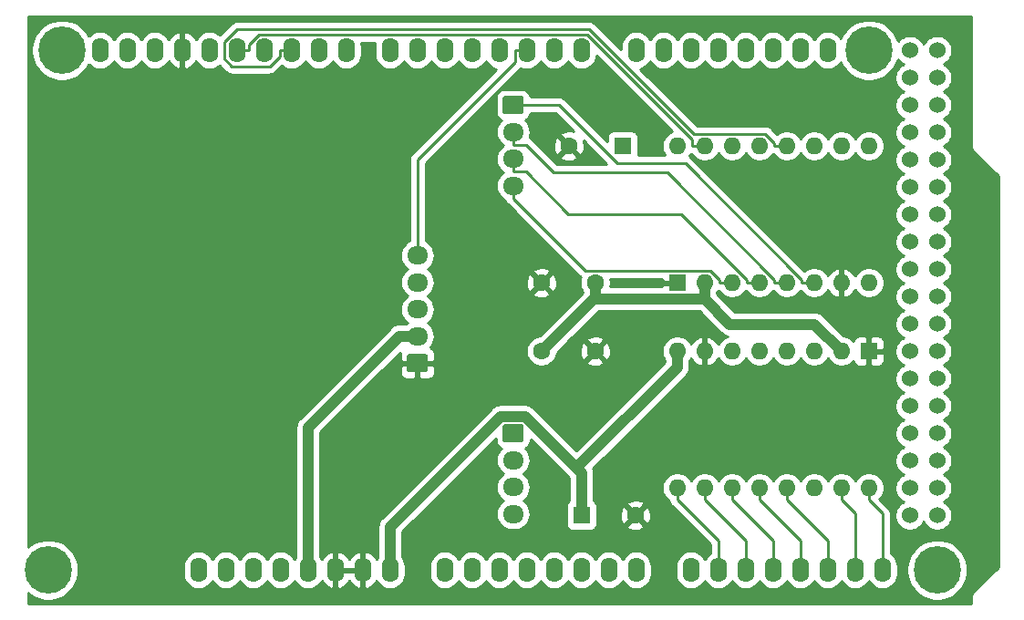
<source format=gbr>
G04 #@! TF.GenerationSoftware,KiCad,Pcbnew,5.1.5-52549c5~84~ubuntu18.04.1*
G04 #@! TF.CreationDate,2019-12-31T14:26:09+01:00*
G04 #@! TF.ProjectId,schema-2.0,73636865-6d61-42d3-922e-302e6b696361,rev?*
G04 #@! TF.SameCoordinates,Original*
G04 #@! TF.FileFunction,Copper,L2,Bot*
G04 #@! TF.FilePolarity,Positive*
%FSLAX46Y46*%
G04 Gerber Fmt 4.6, Leading zero omitted, Abs format (unit mm)*
G04 Created by KiCad (PCBNEW 5.1.5-52549c5~84~ubuntu18.04.1) date 2019-12-31 14:26:09*
%MOMM*%
%LPD*%
G04 APERTURE LIST*
%ADD10O,1.950000X1.700000*%
%ADD11C,0.100000*%
%ADD12C,1.600000*%
%ADD13R,1.600000X1.600000*%
%ADD14C,4.400000*%
%ADD15O,1.600000X1.600000*%
%ADD16O,1.574800X2.286000*%
%ADD17C,1.524000*%
%ADD18C,0.250000*%
%ADD19C,1.000000*%
%ADD20C,0.254000*%
G04 APERTURE END LIST*
D10*
X128270000Y-85090000D03*
X128270000Y-87590000D03*
X128270000Y-90090000D03*
X128270000Y-92590000D03*
G04 #@! TA.AperFunction,ComponentPad*
D11*
G36*
X129019504Y-94241204D02*
G01*
X129043773Y-94244804D01*
X129067571Y-94250765D01*
X129090671Y-94259030D01*
X129112849Y-94269520D01*
X129133893Y-94282133D01*
X129153598Y-94296747D01*
X129171777Y-94313223D01*
X129188253Y-94331402D01*
X129202867Y-94351107D01*
X129215480Y-94372151D01*
X129225970Y-94394329D01*
X129234235Y-94417429D01*
X129240196Y-94441227D01*
X129243796Y-94465496D01*
X129245000Y-94490000D01*
X129245000Y-95690000D01*
X129243796Y-95714504D01*
X129240196Y-95738773D01*
X129234235Y-95762571D01*
X129225970Y-95785671D01*
X129215480Y-95807849D01*
X129202867Y-95828893D01*
X129188253Y-95848598D01*
X129171777Y-95866777D01*
X129153598Y-95883253D01*
X129133893Y-95897867D01*
X129112849Y-95910480D01*
X129090671Y-95920970D01*
X129067571Y-95929235D01*
X129043773Y-95935196D01*
X129019504Y-95938796D01*
X128995000Y-95940000D01*
X127545000Y-95940000D01*
X127520496Y-95938796D01*
X127496227Y-95935196D01*
X127472429Y-95929235D01*
X127449329Y-95920970D01*
X127427151Y-95910480D01*
X127406107Y-95897867D01*
X127386402Y-95883253D01*
X127368223Y-95866777D01*
X127351747Y-95848598D01*
X127337133Y-95828893D01*
X127324520Y-95807849D01*
X127314030Y-95785671D01*
X127305765Y-95762571D01*
X127299804Y-95738773D01*
X127296204Y-95714504D01*
X127295000Y-95690000D01*
X127295000Y-94490000D01*
X127296204Y-94465496D01*
X127299804Y-94441227D01*
X127305765Y-94417429D01*
X127314030Y-94394329D01*
X127324520Y-94372151D01*
X127337133Y-94351107D01*
X127351747Y-94331402D01*
X127368223Y-94313223D01*
X127386402Y-94296747D01*
X127406107Y-94282133D01*
X127427151Y-94269520D01*
X127449329Y-94259030D01*
X127472429Y-94250765D01*
X127496227Y-94244804D01*
X127520496Y-94241204D01*
X127545000Y-94240000D01*
X128995000Y-94240000D01*
X129019504Y-94241204D01*
G37*
G04 #@! TD.AperFunction*
D10*
X137160000Y-78620000D03*
X137160000Y-76120000D03*
X137160000Y-73620000D03*
G04 #@! TA.AperFunction,ComponentPad*
D11*
G36*
X137909504Y-70271204D02*
G01*
X137933773Y-70274804D01*
X137957571Y-70280765D01*
X137980671Y-70289030D01*
X138002849Y-70299520D01*
X138023893Y-70312133D01*
X138043598Y-70326747D01*
X138061777Y-70343223D01*
X138078253Y-70361402D01*
X138092867Y-70381107D01*
X138105480Y-70402151D01*
X138115970Y-70424329D01*
X138124235Y-70447429D01*
X138130196Y-70471227D01*
X138133796Y-70495496D01*
X138135000Y-70520000D01*
X138135000Y-71720000D01*
X138133796Y-71744504D01*
X138130196Y-71768773D01*
X138124235Y-71792571D01*
X138115970Y-71815671D01*
X138105480Y-71837849D01*
X138092867Y-71858893D01*
X138078253Y-71878598D01*
X138061777Y-71896777D01*
X138043598Y-71913253D01*
X138023893Y-71927867D01*
X138002849Y-71940480D01*
X137980671Y-71950970D01*
X137957571Y-71959235D01*
X137933773Y-71965196D01*
X137909504Y-71968796D01*
X137885000Y-71970000D01*
X136435000Y-71970000D01*
X136410496Y-71968796D01*
X136386227Y-71965196D01*
X136362429Y-71959235D01*
X136339329Y-71950970D01*
X136317151Y-71940480D01*
X136296107Y-71927867D01*
X136276402Y-71913253D01*
X136258223Y-71896777D01*
X136241747Y-71878598D01*
X136227133Y-71858893D01*
X136214520Y-71837849D01*
X136204030Y-71815671D01*
X136195765Y-71792571D01*
X136189804Y-71768773D01*
X136186204Y-71744504D01*
X136185000Y-71720000D01*
X136185000Y-70520000D01*
X136186204Y-70495496D01*
X136189804Y-70471227D01*
X136195765Y-70447429D01*
X136204030Y-70424329D01*
X136214520Y-70402151D01*
X136227133Y-70381107D01*
X136241747Y-70361402D01*
X136258223Y-70343223D01*
X136276402Y-70326747D01*
X136296107Y-70312133D01*
X136317151Y-70299520D01*
X136339329Y-70289030D01*
X136362429Y-70280765D01*
X136386227Y-70274804D01*
X136410496Y-70271204D01*
X136435000Y-70270000D01*
X137885000Y-70270000D01*
X137909504Y-70271204D01*
G37*
G04 #@! TD.AperFunction*
D10*
X137160000Y-109100000D03*
X137160000Y-106600000D03*
X137160000Y-104100000D03*
G04 #@! TA.AperFunction,ComponentPad*
D11*
G36*
X137909504Y-100751204D02*
G01*
X137933773Y-100754804D01*
X137957571Y-100760765D01*
X137980671Y-100769030D01*
X138002849Y-100779520D01*
X138023893Y-100792133D01*
X138043598Y-100806747D01*
X138061777Y-100823223D01*
X138078253Y-100841402D01*
X138092867Y-100861107D01*
X138105480Y-100882151D01*
X138115970Y-100904329D01*
X138124235Y-100927429D01*
X138130196Y-100951227D01*
X138133796Y-100975496D01*
X138135000Y-101000000D01*
X138135000Y-102200000D01*
X138133796Y-102224504D01*
X138130196Y-102248773D01*
X138124235Y-102272571D01*
X138115970Y-102295671D01*
X138105480Y-102317849D01*
X138092867Y-102338893D01*
X138078253Y-102358598D01*
X138061777Y-102376777D01*
X138043598Y-102393253D01*
X138023893Y-102407867D01*
X138002849Y-102420480D01*
X137980671Y-102430970D01*
X137957571Y-102439235D01*
X137933773Y-102445196D01*
X137909504Y-102448796D01*
X137885000Y-102450000D01*
X136435000Y-102450000D01*
X136410496Y-102448796D01*
X136386227Y-102445196D01*
X136362429Y-102439235D01*
X136339329Y-102430970D01*
X136317151Y-102420480D01*
X136296107Y-102407867D01*
X136276402Y-102393253D01*
X136258223Y-102376777D01*
X136241747Y-102358598D01*
X136227133Y-102338893D01*
X136214520Y-102317849D01*
X136204030Y-102295671D01*
X136195765Y-102272571D01*
X136189804Y-102248773D01*
X136186204Y-102224504D01*
X136185000Y-102200000D01*
X136185000Y-101000000D01*
X136186204Y-100975496D01*
X136189804Y-100951227D01*
X136195765Y-100927429D01*
X136204030Y-100904329D01*
X136214520Y-100882151D01*
X136227133Y-100861107D01*
X136241747Y-100841402D01*
X136258223Y-100823223D01*
X136276402Y-100806747D01*
X136296107Y-100792133D01*
X136317151Y-100779520D01*
X136339329Y-100769030D01*
X136362429Y-100760765D01*
X136386227Y-100754804D01*
X136410496Y-100751204D01*
X136435000Y-100750000D01*
X137885000Y-100750000D01*
X137909504Y-100751204D01*
G37*
G04 #@! TD.AperFunction*
D12*
X139780000Y-87630000D03*
X144780000Y-87630000D03*
X144780000Y-93980000D03*
X139780000Y-93980000D03*
X148510000Y-109220000D03*
D13*
X143510000Y-109220000D03*
D12*
X142320000Y-74930000D03*
D13*
X147320000Y-74930000D03*
D14*
X176530000Y-114300000D03*
X170180000Y-66040000D03*
X93980000Y-114300000D03*
X95250000Y-66040000D03*
D13*
X152400000Y-87630000D03*
D15*
X170180000Y-74930000D03*
X154940000Y-87630000D03*
X167640000Y-74930000D03*
X157480000Y-87630000D03*
X165100000Y-74930000D03*
X160020000Y-87630000D03*
X162560000Y-74930000D03*
X162560000Y-87630000D03*
X160020000Y-74930000D03*
X165100000Y-87630000D03*
X157480000Y-74930000D03*
X167640000Y-87630000D03*
X154940000Y-74930000D03*
X170180000Y-87630000D03*
X152400000Y-74930000D03*
D13*
X170180000Y-93980000D03*
D15*
X152400000Y-106680000D03*
X167640000Y-93980000D03*
X154940000Y-106680000D03*
X165100000Y-93980000D03*
X157480000Y-106680000D03*
X162560000Y-93980000D03*
X160020000Y-106680000D03*
X160020000Y-93980000D03*
X162560000Y-106680000D03*
X157480000Y-93980000D03*
X165100000Y-106680000D03*
X154940000Y-93980000D03*
X167640000Y-106680000D03*
X152400000Y-93980000D03*
X170180000Y-106680000D03*
D16*
X161290000Y-66040000D03*
X158750000Y-66040000D03*
X156210000Y-66040000D03*
X153670000Y-66040000D03*
X151130000Y-66040000D03*
X148590000Y-66040000D03*
X108966000Y-66040000D03*
X111506000Y-66040000D03*
X114046000Y-66040000D03*
X116586000Y-66040000D03*
X119126000Y-66040000D03*
X121666000Y-66040000D03*
X125730000Y-66040000D03*
X128270000Y-66040000D03*
X130810000Y-66040000D03*
X133350000Y-66040000D03*
X135890000Y-66040000D03*
X138430000Y-66040000D03*
X140970000Y-66040000D03*
X171450000Y-114300000D03*
X168910000Y-114300000D03*
X166370000Y-114300000D03*
X163830000Y-114300000D03*
X161290000Y-114300000D03*
X158750000Y-114300000D03*
X156210000Y-114300000D03*
X153670000Y-114300000D03*
X148590000Y-114300000D03*
X146050000Y-114300000D03*
X143510000Y-114300000D03*
X140970000Y-114300000D03*
X138430000Y-114300000D03*
X135890000Y-114300000D03*
X133350000Y-114300000D03*
X98806000Y-66052700D03*
X101346000Y-66052700D03*
X103886000Y-66052700D03*
X106426000Y-66052700D03*
X143510000Y-66052700D03*
X163830000Y-66052700D03*
X166370000Y-66052700D03*
D17*
X176530000Y-66052700D03*
X173990000Y-66052700D03*
X176530000Y-101612700D03*
X173990000Y-101612700D03*
X176530000Y-99072700D03*
X173990000Y-99072700D03*
X176530000Y-96532700D03*
X173990000Y-96532700D03*
X176530000Y-93992700D03*
X173990000Y-93992700D03*
X176530000Y-91452700D03*
X173990000Y-91452700D03*
X176530000Y-88912700D03*
X173990000Y-88912700D03*
X176530000Y-86372700D03*
X173990000Y-86372700D03*
X176530000Y-83832700D03*
X173990000Y-83832700D03*
X176530000Y-81292700D03*
X173990000Y-81292700D03*
X176530000Y-78752700D03*
X173990000Y-78752700D03*
X176530000Y-76212700D03*
X173990000Y-76212700D03*
X176530000Y-73672700D03*
X173990000Y-73672700D03*
X176530000Y-71132700D03*
X173990000Y-71132700D03*
X176530000Y-68592700D03*
X173990000Y-68592700D03*
X176530000Y-106692700D03*
X173990000Y-106692700D03*
X176530000Y-104152700D03*
X173990000Y-104152700D03*
X176530000Y-109232700D03*
X173990000Y-109232700D03*
D16*
X130810000Y-114312700D03*
X125730000Y-114312700D03*
X123190000Y-114312700D03*
X120650000Y-114312700D03*
X118110000Y-114312700D03*
X115570000Y-114312700D03*
X113030000Y-114312700D03*
X110490000Y-114312700D03*
X107950000Y-114312700D03*
D18*
X154940000Y-74930000D02*
X153814700Y-74930000D01*
X111506000Y-66040000D02*
X112618700Y-66040000D01*
X112618700Y-66040000D02*
X112618700Y-65483700D01*
X112618700Y-65483700D02*
X113537600Y-64564800D01*
X113537600Y-64564800D02*
X144012100Y-64564800D01*
X144012100Y-64564800D02*
X153814700Y-74367400D01*
X153814700Y-74367400D02*
X153814700Y-74930000D01*
X162560000Y-74930000D02*
X161434700Y-74930000D01*
X116586000Y-66040000D02*
X115473300Y-66040000D01*
X115473300Y-66040000D02*
X115473300Y-66596300D01*
X115473300Y-66596300D02*
X114549400Y-67520200D01*
X114549400Y-67520200D02*
X111024200Y-67520200D01*
X111024200Y-67520200D02*
X110334500Y-66830500D01*
X110334500Y-66830500D02*
X110334500Y-65282100D01*
X110334500Y-65282100D02*
X111516600Y-64100000D01*
X111516600Y-64100000D02*
X144227100Y-64100000D01*
X144227100Y-64100000D02*
X153931800Y-73804700D01*
X153931800Y-73804700D02*
X160590800Y-73804700D01*
X160590800Y-73804700D02*
X161434700Y-74648600D01*
X161434700Y-74648600D02*
X161434700Y-74930000D01*
X170180000Y-106680000D02*
X170180000Y-107805300D01*
X171450000Y-114300000D02*
X171450000Y-109075300D01*
X171450000Y-109075300D02*
X170180000Y-107805300D01*
X167640000Y-106680000D02*
X167640000Y-107805300D01*
X168910000Y-114300000D02*
X168910000Y-109075300D01*
X168910000Y-109075300D02*
X167640000Y-107805300D01*
X162560000Y-106680000D02*
X162560000Y-107805300D01*
X166370000Y-114300000D02*
X166370000Y-111615300D01*
X166370000Y-111615300D02*
X162560000Y-107805300D01*
X160020000Y-106680000D02*
X160020000Y-107805300D01*
X163830000Y-114300000D02*
X163830000Y-111615300D01*
X163830000Y-111615300D02*
X160020000Y-107805300D01*
X157480000Y-106680000D02*
X157480000Y-107805300D01*
X161290000Y-114300000D02*
X161290000Y-111615300D01*
X161290000Y-111615300D02*
X157480000Y-107805300D01*
X154940000Y-106680000D02*
X154940000Y-107805300D01*
X158750000Y-114300000D02*
X158750000Y-111615300D01*
X158750000Y-111615300D02*
X154940000Y-107805300D01*
X152400000Y-106680000D02*
X152400000Y-107805300D01*
X156210000Y-114300000D02*
X156210000Y-111615300D01*
X156210000Y-111615300D02*
X152400000Y-107805300D01*
X137160000Y-78620000D02*
X137160000Y-79795300D01*
X157480000Y-87630000D02*
X156354700Y-87630000D01*
X156354700Y-87630000D02*
X156354700Y-87348600D01*
X156354700Y-87348600D02*
X155510800Y-86504700D01*
X155510800Y-86504700D02*
X143869400Y-86504700D01*
X143869400Y-86504700D02*
X137160000Y-79795300D01*
X137160000Y-76120000D02*
X137160000Y-77295300D01*
X160020000Y-87630000D02*
X158894700Y-87630000D01*
X158894700Y-87630000D02*
X158894700Y-87348700D01*
X158894700Y-87348700D02*
X152777500Y-81231500D01*
X152777500Y-81231500D02*
X142271500Y-81231500D01*
X142271500Y-81231500D02*
X138335300Y-77295300D01*
X138335300Y-77295300D02*
X137160000Y-77295300D01*
X137160000Y-73620000D02*
X137160000Y-74795300D01*
X162560000Y-87630000D02*
X161434700Y-87630000D01*
X161434700Y-87630000D02*
X161434700Y-87348700D01*
X161434700Y-87348700D02*
X151449100Y-77363100D01*
X151449100Y-77363100D02*
X140903100Y-77363100D01*
X140903100Y-77363100D02*
X138335300Y-74795300D01*
X138335300Y-74795300D02*
X137160000Y-74795300D01*
X165100000Y-87630000D02*
X163974700Y-87630000D01*
X163974700Y-87630000D02*
X163974700Y-87348700D01*
X163974700Y-87348700D02*
X153157200Y-76531200D01*
X153157200Y-76531200D02*
X146842000Y-76531200D01*
X146842000Y-76531200D02*
X141430800Y-71120000D01*
X141430800Y-71120000D02*
X137160000Y-71120000D01*
D19*
X167640000Y-93980000D02*
X165134700Y-91474700D01*
X165134700Y-91474700D02*
X157284400Y-91474700D01*
X157284400Y-91474700D02*
X154940000Y-89130300D01*
X144780000Y-89130300D02*
X144780000Y-87630000D01*
X139780000Y-93980000D02*
X144629700Y-89130300D01*
X144629700Y-89130300D02*
X144780000Y-89130300D01*
X144780000Y-89130300D02*
X154940000Y-89130300D01*
X154940000Y-87630000D02*
X154940000Y-89130300D01*
X128270000Y-92590000D02*
X126594700Y-92590000D01*
X118110000Y-114312700D02*
X118110000Y-101074700D01*
X118110000Y-101074700D02*
X126594700Y-92590000D01*
X143055500Y-104824800D02*
X143510000Y-105279400D01*
X143510000Y-105279400D02*
X143510000Y-109220000D01*
X125730000Y-114312700D02*
X125730000Y-110291200D01*
X125730000Y-110291200D02*
X135977800Y-100043400D01*
X135977800Y-100043400D02*
X138274000Y-100043400D01*
X138274000Y-100043400D02*
X143055500Y-104824800D01*
X152400000Y-95480300D02*
X143055500Y-104824800D01*
X152400000Y-93980000D02*
X152400000Y-95480300D01*
D18*
X138430000Y-66040000D02*
X137317300Y-66040000D01*
X137317300Y-66040000D02*
X137317300Y-67152700D01*
X137317300Y-67152700D02*
X128270000Y-76200000D01*
X128270000Y-76200000D02*
X128270000Y-85090000D01*
D20*
G36*
X179680001Y-74897581D02*
G01*
X179676808Y-74930000D01*
X179680001Y-74962419D01*
X179689551Y-75059383D01*
X179695497Y-75078985D01*
X179727290Y-75183792D01*
X179788575Y-75298450D01*
X179850386Y-75373766D01*
X179850389Y-75373769D01*
X179871053Y-75398948D01*
X179896232Y-75419612D01*
X182220000Y-77743381D01*
X182220001Y-81247581D01*
X182220000Y-114026619D01*
X179896232Y-116350388D01*
X179871053Y-116371052D01*
X179850389Y-116396231D01*
X179850386Y-116396234D01*
X179788575Y-116471550D01*
X179727290Y-116586208D01*
X179689551Y-116710618D01*
X179676808Y-116840000D01*
X179680001Y-116872419D01*
X179680001Y-117450000D01*
X92100000Y-117450000D01*
X92100000Y-116429295D01*
X92172793Y-116502088D01*
X92637124Y-116812344D01*
X93153061Y-117026052D01*
X93700777Y-117135000D01*
X94259223Y-117135000D01*
X94806939Y-117026052D01*
X95322876Y-116812344D01*
X95787207Y-116502088D01*
X96182088Y-116107207D01*
X96492344Y-115642876D01*
X96706052Y-115126939D01*
X96815000Y-114579223D01*
X96815000Y-114020777D01*
X96788435Y-113887226D01*
X106527600Y-113887226D01*
X106527600Y-114738175D01*
X106548181Y-114947139D01*
X106629516Y-115215263D01*
X106761595Y-115462367D01*
X106939346Y-115678955D01*
X107155934Y-115856705D01*
X107403038Y-115988784D01*
X107671162Y-116070119D01*
X107950000Y-116097582D01*
X108228839Y-116070119D01*
X108496963Y-115988784D01*
X108744067Y-115856705D01*
X108960655Y-115678955D01*
X109138405Y-115462367D01*
X109220000Y-115309713D01*
X109301595Y-115462367D01*
X109479346Y-115678955D01*
X109695934Y-115856705D01*
X109943038Y-115988784D01*
X110211162Y-116070119D01*
X110490000Y-116097582D01*
X110768839Y-116070119D01*
X111036963Y-115988784D01*
X111284067Y-115856705D01*
X111500655Y-115678955D01*
X111678405Y-115462367D01*
X111760000Y-115309713D01*
X111841595Y-115462367D01*
X112019346Y-115678955D01*
X112235934Y-115856705D01*
X112483038Y-115988784D01*
X112751162Y-116070119D01*
X113030000Y-116097582D01*
X113308839Y-116070119D01*
X113576963Y-115988784D01*
X113824067Y-115856705D01*
X114040655Y-115678955D01*
X114218405Y-115462367D01*
X114300000Y-115309713D01*
X114381595Y-115462367D01*
X114559346Y-115678955D01*
X114775934Y-115856705D01*
X115023038Y-115988784D01*
X115291162Y-116070119D01*
X115570000Y-116097582D01*
X115848839Y-116070119D01*
X116116963Y-115988784D01*
X116364067Y-115856705D01*
X116580655Y-115678955D01*
X116758405Y-115462367D01*
X116840000Y-115309713D01*
X116921595Y-115462367D01*
X117099346Y-115678955D01*
X117315934Y-115856705D01*
X117563038Y-115988784D01*
X117831162Y-116070119D01*
X118110000Y-116097582D01*
X118388839Y-116070119D01*
X118656963Y-115988784D01*
X118904067Y-115856705D01*
X119120655Y-115678955D01*
X119298405Y-115462367D01*
X119377893Y-115313655D01*
X119384474Y-115329962D01*
X119537875Y-115564140D01*
X119734014Y-115763892D01*
X119965354Y-115921541D01*
X120223004Y-116031028D01*
X120302940Y-116047710D01*
X120523000Y-115925552D01*
X120523000Y-114439700D01*
X120777000Y-114439700D01*
X120777000Y-115925552D01*
X120997060Y-116047710D01*
X121076996Y-116031028D01*
X121334646Y-115921541D01*
X121565986Y-115763892D01*
X121762125Y-115564140D01*
X121915526Y-115329962D01*
X121920000Y-115318876D01*
X121924474Y-115329962D01*
X122077875Y-115564140D01*
X122274014Y-115763892D01*
X122505354Y-115921541D01*
X122763004Y-116031028D01*
X122842940Y-116047710D01*
X123063000Y-115925552D01*
X123063000Y-114439700D01*
X120777000Y-114439700D01*
X120523000Y-114439700D01*
X120503000Y-114439700D01*
X120503000Y-114185700D01*
X120523000Y-114185700D01*
X120523000Y-112699848D01*
X120777000Y-112699848D01*
X120777000Y-114185700D01*
X123063000Y-114185700D01*
X123063000Y-112699848D01*
X123317000Y-112699848D01*
X123317000Y-114185700D01*
X123337000Y-114185700D01*
X123337000Y-114439700D01*
X123317000Y-114439700D01*
X123317000Y-115925552D01*
X123537060Y-116047710D01*
X123616996Y-116031028D01*
X123874646Y-115921541D01*
X124105986Y-115763892D01*
X124302125Y-115564140D01*
X124455526Y-115329962D01*
X124462107Y-115313655D01*
X124541595Y-115462367D01*
X124719346Y-115678955D01*
X124935934Y-115856705D01*
X125183038Y-115988784D01*
X125451162Y-116070119D01*
X125730000Y-116097582D01*
X126008839Y-116070119D01*
X126276963Y-115988784D01*
X126524067Y-115856705D01*
X126740655Y-115678955D01*
X126918405Y-115462367D01*
X127050484Y-115215263D01*
X127131819Y-114947138D01*
X127152400Y-114738174D01*
X127152400Y-113887226D01*
X129387600Y-113887226D01*
X129387600Y-114738175D01*
X129408181Y-114947139D01*
X129489516Y-115215263D01*
X129621595Y-115462367D01*
X129799346Y-115678955D01*
X130015934Y-115856705D01*
X130263038Y-115988784D01*
X130531162Y-116070119D01*
X130810000Y-116097582D01*
X131088839Y-116070119D01*
X131356963Y-115988784D01*
X131604067Y-115856705D01*
X131820655Y-115678955D01*
X131998405Y-115462367D01*
X132083394Y-115303363D01*
X132161595Y-115449667D01*
X132339346Y-115666255D01*
X132555934Y-115844005D01*
X132803038Y-115976084D01*
X133071162Y-116057419D01*
X133350000Y-116084882D01*
X133628839Y-116057419D01*
X133896963Y-115976084D01*
X134144067Y-115844005D01*
X134360655Y-115666255D01*
X134538405Y-115449667D01*
X134620000Y-115297013D01*
X134701595Y-115449667D01*
X134879346Y-115666255D01*
X135095934Y-115844005D01*
X135343038Y-115976084D01*
X135611162Y-116057419D01*
X135890000Y-116084882D01*
X136168839Y-116057419D01*
X136436963Y-115976084D01*
X136684067Y-115844005D01*
X136900655Y-115666255D01*
X137078405Y-115449667D01*
X137160000Y-115297013D01*
X137241595Y-115449667D01*
X137419346Y-115666255D01*
X137635934Y-115844005D01*
X137883038Y-115976084D01*
X138151162Y-116057419D01*
X138430000Y-116084882D01*
X138708839Y-116057419D01*
X138976963Y-115976084D01*
X139224067Y-115844005D01*
X139440655Y-115666255D01*
X139618405Y-115449667D01*
X139700000Y-115297013D01*
X139781595Y-115449667D01*
X139959346Y-115666255D01*
X140175934Y-115844005D01*
X140423038Y-115976084D01*
X140691162Y-116057419D01*
X140970000Y-116084882D01*
X141248839Y-116057419D01*
X141516963Y-115976084D01*
X141764067Y-115844005D01*
X141980655Y-115666255D01*
X142158405Y-115449667D01*
X142240000Y-115297013D01*
X142321595Y-115449667D01*
X142499346Y-115666255D01*
X142715934Y-115844005D01*
X142963038Y-115976084D01*
X143231162Y-116057419D01*
X143510000Y-116084882D01*
X143788839Y-116057419D01*
X144056963Y-115976084D01*
X144304067Y-115844005D01*
X144520655Y-115666255D01*
X144698405Y-115449667D01*
X144780000Y-115297013D01*
X144861595Y-115449667D01*
X145039346Y-115666255D01*
X145255934Y-115844005D01*
X145503038Y-115976084D01*
X145771162Y-116057419D01*
X146050000Y-116084882D01*
X146328839Y-116057419D01*
X146596963Y-115976084D01*
X146844067Y-115844005D01*
X147060655Y-115666255D01*
X147238405Y-115449667D01*
X147320000Y-115297013D01*
X147401595Y-115449667D01*
X147579346Y-115666255D01*
X147795934Y-115844005D01*
X148043038Y-115976084D01*
X148311162Y-116057419D01*
X148590000Y-116084882D01*
X148868839Y-116057419D01*
X149136963Y-115976084D01*
X149384067Y-115844005D01*
X149600655Y-115666255D01*
X149778405Y-115449667D01*
X149910484Y-115202563D01*
X149991819Y-114934438D01*
X150012400Y-114725474D01*
X150012400Y-113874525D01*
X149991819Y-113665561D01*
X149910484Y-113397437D01*
X149778405Y-113150333D01*
X149600654Y-112933745D01*
X149384066Y-112755995D01*
X149136962Y-112623916D01*
X148868838Y-112542581D01*
X148590000Y-112515118D01*
X148311161Y-112542581D01*
X148043037Y-112623916D01*
X147795933Y-112755995D01*
X147579345Y-112933746D01*
X147401595Y-113150334D01*
X147320000Y-113302988D01*
X147238405Y-113150333D01*
X147060654Y-112933745D01*
X146844066Y-112755995D01*
X146596962Y-112623916D01*
X146328838Y-112542581D01*
X146050000Y-112515118D01*
X145771161Y-112542581D01*
X145503037Y-112623916D01*
X145255933Y-112755995D01*
X145039345Y-112933746D01*
X144861595Y-113150334D01*
X144780000Y-113302988D01*
X144698405Y-113150333D01*
X144520654Y-112933745D01*
X144304066Y-112755995D01*
X144056962Y-112623916D01*
X143788838Y-112542581D01*
X143510000Y-112515118D01*
X143231161Y-112542581D01*
X142963037Y-112623916D01*
X142715933Y-112755995D01*
X142499345Y-112933746D01*
X142321595Y-113150334D01*
X142240000Y-113302988D01*
X142158405Y-113150333D01*
X141980654Y-112933745D01*
X141764066Y-112755995D01*
X141516962Y-112623916D01*
X141248838Y-112542581D01*
X140970000Y-112515118D01*
X140691161Y-112542581D01*
X140423037Y-112623916D01*
X140175933Y-112755995D01*
X139959345Y-112933746D01*
X139781595Y-113150334D01*
X139700000Y-113302988D01*
X139618405Y-113150333D01*
X139440654Y-112933745D01*
X139224066Y-112755995D01*
X138976962Y-112623916D01*
X138708838Y-112542581D01*
X138430000Y-112515118D01*
X138151161Y-112542581D01*
X137883037Y-112623916D01*
X137635933Y-112755995D01*
X137419345Y-112933746D01*
X137241595Y-113150334D01*
X137160000Y-113302988D01*
X137078405Y-113150333D01*
X136900654Y-112933745D01*
X136684066Y-112755995D01*
X136436962Y-112623916D01*
X136168838Y-112542581D01*
X135890000Y-112515118D01*
X135611161Y-112542581D01*
X135343037Y-112623916D01*
X135095933Y-112755995D01*
X134879345Y-112933746D01*
X134701595Y-113150334D01*
X134620000Y-113302988D01*
X134538405Y-113150333D01*
X134360654Y-112933745D01*
X134144066Y-112755995D01*
X133896962Y-112623916D01*
X133628838Y-112542581D01*
X133350000Y-112515118D01*
X133071161Y-112542581D01*
X132803037Y-112623916D01*
X132555933Y-112755995D01*
X132339345Y-112933746D01*
X132161595Y-113150334D01*
X132076606Y-113309338D01*
X131998405Y-113163033D01*
X131820654Y-112946445D01*
X131604066Y-112768695D01*
X131356962Y-112636616D01*
X131088838Y-112555281D01*
X130810000Y-112527818D01*
X130531161Y-112555281D01*
X130263037Y-112636616D01*
X130015933Y-112768695D01*
X129799345Y-112946446D01*
X129621595Y-113163034D01*
X129489516Y-113410138D01*
X129408181Y-113678262D01*
X129387600Y-113887226D01*
X127152400Y-113887226D01*
X127152400Y-113887225D01*
X127131819Y-113678261D01*
X127050484Y-113410137D01*
X126918405Y-113163033D01*
X126865000Y-113097959D01*
X126865000Y-110761331D01*
X135546928Y-102079404D01*
X135546928Y-102200000D01*
X135563992Y-102373254D01*
X135614528Y-102539850D01*
X135696595Y-102693386D01*
X135807038Y-102827962D01*
X135941614Y-102938405D01*
X136043337Y-102992777D01*
X135979866Y-103044866D01*
X135794294Y-103270986D01*
X135656401Y-103528966D01*
X135571487Y-103808889D01*
X135542815Y-104100000D01*
X135571487Y-104391111D01*
X135656401Y-104671034D01*
X135794294Y-104929014D01*
X135979866Y-105155134D01*
X136205986Y-105340706D01*
X136223374Y-105350000D01*
X136205986Y-105359294D01*
X135979866Y-105544866D01*
X135794294Y-105770986D01*
X135656401Y-106028966D01*
X135571487Y-106308889D01*
X135542815Y-106600000D01*
X135571487Y-106891111D01*
X135656401Y-107171034D01*
X135794294Y-107429014D01*
X135979866Y-107655134D01*
X136205986Y-107840706D01*
X136223374Y-107850000D01*
X136205986Y-107859294D01*
X135979866Y-108044866D01*
X135794294Y-108270986D01*
X135656401Y-108528966D01*
X135571487Y-108808889D01*
X135542815Y-109100000D01*
X135571487Y-109391111D01*
X135656401Y-109671034D01*
X135794294Y-109929014D01*
X135979866Y-110155134D01*
X136205986Y-110340706D01*
X136463966Y-110478599D01*
X136743889Y-110563513D01*
X136962050Y-110585000D01*
X137357950Y-110585000D01*
X137576111Y-110563513D01*
X137856034Y-110478599D01*
X138114014Y-110340706D01*
X138340134Y-110155134D01*
X138525706Y-109929014D01*
X138663599Y-109671034D01*
X138748513Y-109391111D01*
X138777185Y-109100000D01*
X138748513Y-108808889D01*
X138663599Y-108528966D01*
X138525706Y-108270986D01*
X138340134Y-108044866D01*
X138114014Y-107859294D01*
X138096626Y-107850000D01*
X138114014Y-107840706D01*
X138340134Y-107655134D01*
X138525706Y-107429014D01*
X138663599Y-107171034D01*
X138748513Y-106891111D01*
X138777185Y-106600000D01*
X138748513Y-106308889D01*
X138663599Y-106028966D01*
X138525706Y-105770986D01*
X138340134Y-105544866D01*
X138114014Y-105359294D01*
X138096626Y-105350000D01*
X138114014Y-105340706D01*
X138340134Y-105155134D01*
X138525706Y-104929014D01*
X138663599Y-104671034D01*
X138748513Y-104391111D01*
X138777185Y-104100000D01*
X138748513Y-103808889D01*
X138663599Y-103528966D01*
X138525706Y-103270986D01*
X138340134Y-103044866D01*
X138276663Y-102992777D01*
X138378386Y-102938405D01*
X138512962Y-102827962D01*
X138623405Y-102693386D01*
X138705472Y-102539850D01*
X138756008Y-102373254D01*
X138773072Y-102200000D01*
X138773072Y-102147576D01*
X142213526Y-105587960D01*
X142249052Y-105631248D01*
X142292307Y-105666746D01*
X142375000Y-105749458D01*
X142375001Y-107879043D01*
X142355506Y-107889463D01*
X142258815Y-107968815D01*
X142179463Y-108065506D01*
X142120498Y-108175820D01*
X142084188Y-108295518D01*
X142071928Y-108420000D01*
X142071928Y-110020000D01*
X142084188Y-110144482D01*
X142120498Y-110264180D01*
X142179463Y-110374494D01*
X142258815Y-110471185D01*
X142355506Y-110550537D01*
X142465820Y-110609502D01*
X142585518Y-110645812D01*
X142710000Y-110658072D01*
X144310000Y-110658072D01*
X144434482Y-110645812D01*
X144554180Y-110609502D01*
X144664494Y-110550537D01*
X144761185Y-110471185D01*
X144840537Y-110374494D01*
X144899502Y-110264180D01*
X144915117Y-110212702D01*
X147696903Y-110212702D01*
X147768486Y-110456671D01*
X148023996Y-110577571D01*
X148298184Y-110646300D01*
X148580512Y-110660217D01*
X148860130Y-110618787D01*
X149126292Y-110523603D01*
X149251514Y-110456671D01*
X149323097Y-110212702D01*
X148510000Y-109399605D01*
X147696903Y-110212702D01*
X144915117Y-110212702D01*
X144935812Y-110144482D01*
X144948072Y-110020000D01*
X144948072Y-109290512D01*
X147069783Y-109290512D01*
X147111213Y-109570130D01*
X147206397Y-109836292D01*
X147273329Y-109961514D01*
X147517298Y-110033097D01*
X148330395Y-109220000D01*
X148689605Y-109220000D01*
X149502702Y-110033097D01*
X149746671Y-109961514D01*
X149867571Y-109706004D01*
X149936300Y-109431816D01*
X149950217Y-109149488D01*
X149908787Y-108869870D01*
X149813603Y-108603708D01*
X149746671Y-108478486D01*
X149502702Y-108406903D01*
X148689605Y-109220000D01*
X148330395Y-109220000D01*
X147517298Y-108406903D01*
X147273329Y-108478486D01*
X147152429Y-108733996D01*
X147083700Y-109008184D01*
X147069783Y-109290512D01*
X144948072Y-109290512D01*
X144948072Y-108420000D01*
X144935812Y-108295518D01*
X144915118Y-108227298D01*
X147696903Y-108227298D01*
X148510000Y-109040395D01*
X149323097Y-108227298D01*
X149251514Y-107983329D01*
X148996004Y-107862429D01*
X148721816Y-107793700D01*
X148439488Y-107779783D01*
X148159870Y-107821213D01*
X147893708Y-107916397D01*
X147768486Y-107983329D01*
X147696903Y-108227298D01*
X144915118Y-108227298D01*
X144899502Y-108175820D01*
X144840537Y-108065506D01*
X144761185Y-107968815D01*
X144664494Y-107889463D01*
X144645000Y-107879043D01*
X144645000Y-106538665D01*
X150965000Y-106538665D01*
X150965000Y-106821335D01*
X151020147Y-107098574D01*
X151128320Y-107359727D01*
X151285363Y-107594759D01*
X151485241Y-107794637D01*
X151645843Y-107901948D01*
X151648676Y-107930705D01*
X151650998Y-107954285D01*
X151694454Y-108097546D01*
X151765026Y-108229576D01*
X151799011Y-108270986D01*
X151860000Y-108345301D01*
X151888998Y-108369099D01*
X155450001Y-111930103D01*
X155450001Y-112737786D01*
X155415933Y-112755995D01*
X155199345Y-112933746D01*
X155021595Y-113150334D01*
X154940000Y-113302988D01*
X154858405Y-113150333D01*
X154680654Y-112933745D01*
X154464066Y-112755995D01*
X154216962Y-112623916D01*
X153948838Y-112542581D01*
X153670000Y-112515118D01*
X153391161Y-112542581D01*
X153123037Y-112623916D01*
X152875933Y-112755995D01*
X152659345Y-112933746D01*
X152481595Y-113150334D01*
X152349516Y-113397438D01*
X152268181Y-113665562D01*
X152247600Y-113874526D01*
X152247600Y-114725475D01*
X152268181Y-114934439D01*
X152349516Y-115202563D01*
X152481595Y-115449667D01*
X152659346Y-115666255D01*
X152875934Y-115844005D01*
X153123038Y-115976084D01*
X153391162Y-116057419D01*
X153670000Y-116084882D01*
X153948839Y-116057419D01*
X154216963Y-115976084D01*
X154464067Y-115844005D01*
X154680655Y-115666255D01*
X154858405Y-115449667D01*
X154940000Y-115297013D01*
X155021595Y-115449667D01*
X155199346Y-115666255D01*
X155415934Y-115844005D01*
X155663038Y-115976084D01*
X155931162Y-116057419D01*
X156210000Y-116084882D01*
X156488839Y-116057419D01*
X156756963Y-115976084D01*
X157004067Y-115844005D01*
X157220655Y-115666255D01*
X157398405Y-115449667D01*
X157480000Y-115297013D01*
X157561595Y-115449667D01*
X157739346Y-115666255D01*
X157955934Y-115844005D01*
X158203038Y-115976084D01*
X158471162Y-116057419D01*
X158750000Y-116084882D01*
X159028839Y-116057419D01*
X159296963Y-115976084D01*
X159544067Y-115844005D01*
X159760655Y-115666255D01*
X159938405Y-115449667D01*
X160020000Y-115297013D01*
X160101595Y-115449667D01*
X160279346Y-115666255D01*
X160495934Y-115844005D01*
X160743038Y-115976084D01*
X161011162Y-116057419D01*
X161290000Y-116084882D01*
X161568839Y-116057419D01*
X161836963Y-115976084D01*
X162084067Y-115844005D01*
X162300655Y-115666255D01*
X162478405Y-115449667D01*
X162560000Y-115297013D01*
X162641595Y-115449667D01*
X162819346Y-115666255D01*
X163035934Y-115844005D01*
X163283038Y-115976084D01*
X163551162Y-116057419D01*
X163830000Y-116084882D01*
X164108839Y-116057419D01*
X164376963Y-115976084D01*
X164624067Y-115844005D01*
X164840655Y-115666255D01*
X165018405Y-115449667D01*
X165100000Y-115297013D01*
X165181595Y-115449667D01*
X165359346Y-115666255D01*
X165575934Y-115844005D01*
X165823038Y-115976084D01*
X166091162Y-116057419D01*
X166370000Y-116084882D01*
X166648839Y-116057419D01*
X166916963Y-115976084D01*
X167164067Y-115844005D01*
X167380655Y-115666255D01*
X167558405Y-115449667D01*
X167640000Y-115297013D01*
X167721595Y-115449667D01*
X167899346Y-115666255D01*
X168115934Y-115844005D01*
X168363038Y-115976084D01*
X168631162Y-116057419D01*
X168910000Y-116084882D01*
X169188839Y-116057419D01*
X169456963Y-115976084D01*
X169704067Y-115844005D01*
X169920655Y-115666255D01*
X170098405Y-115449667D01*
X170180000Y-115297013D01*
X170261595Y-115449667D01*
X170439346Y-115666255D01*
X170655934Y-115844005D01*
X170903038Y-115976084D01*
X171171162Y-116057419D01*
X171450000Y-116084882D01*
X171728839Y-116057419D01*
X171996963Y-115976084D01*
X172244067Y-115844005D01*
X172460655Y-115666255D01*
X172638405Y-115449667D01*
X172770484Y-115202563D01*
X172851819Y-114934438D01*
X172872400Y-114725474D01*
X172872400Y-114020777D01*
X173695000Y-114020777D01*
X173695000Y-114579223D01*
X173803948Y-115126939D01*
X174017656Y-115642876D01*
X174327912Y-116107207D01*
X174722793Y-116502088D01*
X175187124Y-116812344D01*
X175703061Y-117026052D01*
X176250777Y-117135000D01*
X176809223Y-117135000D01*
X177356939Y-117026052D01*
X177872876Y-116812344D01*
X178337207Y-116502088D01*
X178732088Y-116107207D01*
X179042344Y-115642876D01*
X179256052Y-115126939D01*
X179365000Y-114579223D01*
X179365000Y-114020777D01*
X179256052Y-113473061D01*
X179042344Y-112957124D01*
X178732088Y-112492793D01*
X178337207Y-112097912D01*
X177872876Y-111787656D01*
X177356939Y-111573948D01*
X176809223Y-111465000D01*
X176250777Y-111465000D01*
X175703061Y-111573948D01*
X175187124Y-111787656D01*
X174722793Y-112097912D01*
X174327912Y-112492793D01*
X174017656Y-112957124D01*
X173803948Y-113473061D01*
X173695000Y-114020777D01*
X172872400Y-114020777D01*
X172872400Y-113874525D01*
X172851819Y-113665561D01*
X172770484Y-113397437D01*
X172638405Y-113150333D01*
X172460654Y-112933745D01*
X172244066Y-112755995D01*
X172210000Y-112737786D01*
X172210000Y-109112622D01*
X172213676Y-109075299D01*
X172210000Y-109037976D01*
X172210000Y-109037967D01*
X172199003Y-108926314D01*
X172155546Y-108783053D01*
X172084974Y-108651024D01*
X171990001Y-108535299D01*
X171961003Y-108511501D01*
X171169449Y-107719947D01*
X171294637Y-107594759D01*
X171451680Y-107359727D01*
X171559853Y-107098574D01*
X171615000Y-106821335D01*
X171615000Y-106538665D01*
X171559853Y-106261426D01*
X171451680Y-106000273D01*
X171294637Y-105765241D01*
X171094759Y-105565363D01*
X170859727Y-105408320D01*
X170598574Y-105300147D01*
X170321335Y-105245000D01*
X170038665Y-105245000D01*
X169761426Y-105300147D01*
X169500273Y-105408320D01*
X169265241Y-105565363D01*
X169065363Y-105765241D01*
X168910000Y-105997759D01*
X168754637Y-105765241D01*
X168554759Y-105565363D01*
X168319727Y-105408320D01*
X168058574Y-105300147D01*
X167781335Y-105245000D01*
X167498665Y-105245000D01*
X167221426Y-105300147D01*
X166960273Y-105408320D01*
X166725241Y-105565363D01*
X166525363Y-105765241D01*
X166370000Y-105997759D01*
X166214637Y-105765241D01*
X166014759Y-105565363D01*
X165779727Y-105408320D01*
X165518574Y-105300147D01*
X165241335Y-105245000D01*
X164958665Y-105245000D01*
X164681426Y-105300147D01*
X164420273Y-105408320D01*
X164185241Y-105565363D01*
X163985363Y-105765241D01*
X163830000Y-105997759D01*
X163674637Y-105765241D01*
X163474759Y-105565363D01*
X163239727Y-105408320D01*
X162978574Y-105300147D01*
X162701335Y-105245000D01*
X162418665Y-105245000D01*
X162141426Y-105300147D01*
X161880273Y-105408320D01*
X161645241Y-105565363D01*
X161445363Y-105765241D01*
X161290000Y-105997759D01*
X161134637Y-105765241D01*
X160934759Y-105565363D01*
X160699727Y-105408320D01*
X160438574Y-105300147D01*
X160161335Y-105245000D01*
X159878665Y-105245000D01*
X159601426Y-105300147D01*
X159340273Y-105408320D01*
X159105241Y-105565363D01*
X158905363Y-105765241D01*
X158750000Y-105997759D01*
X158594637Y-105765241D01*
X158394759Y-105565363D01*
X158159727Y-105408320D01*
X157898574Y-105300147D01*
X157621335Y-105245000D01*
X157338665Y-105245000D01*
X157061426Y-105300147D01*
X156800273Y-105408320D01*
X156565241Y-105565363D01*
X156365363Y-105765241D01*
X156210000Y-105997759D01*
X156054637Y-105765241D01*
X155854759Y-105565363D01*
X155619727Y-105408320D01*
X155358574Y-105300147D01*
X155081335Y-105245000D01*
X154798665Y-105245000D01*
X154521426Y-105300147D01*
X154260273Y-105408320D01*
X154025241Y-105565363D01*
X153825363Y-105765241D01*
X153670000Y-105997759D01*
X153514637Y-105765241D01*
X153314759Y-105565363D01*
X153079727Y-105408320D01*
X152818574Y-105300147D01*
X152541335Y-105245000D01*
X152258665Y-105245000D01*
X151981426Y-105300147D01*
X151720273Y-105408320D01*
X151485241Y-105565363D01*
X151285363Y-105765241D01*
X151128320Y-106000273D01*
X151020147Y-106261426D01*
X150965000Y-106538665D01*
X144645000Y-106538665D01*
X144645000Y-105335213D01*
X144650491Y-105279525D01*
X144645000Y-105223712D01*
X144645000Y-105223648D01*
X144639334Y-105166120D01*
X144628601Y-105057024D01*
X144628583Y-105056966D01*
X144628577Y-105056901D01*
X144595541Y-104947997D01*
X144582021Y-104903410D01*
X153163146Y-96322287D01*
X153206449Y-96286749D01*
X153290626Y-96184180D01*
X153348284Y-96113923D01*
X153453676Y-95916747D01*
X153518577Y-95702799D01*
X153540491Y-95480300D01*
X153535000Y-95424548D01*
X153535000Y-94864284D01*
X153671680Y-94659727D01*
X153676067Y-94649135D01*
X153787615Y-94835131D01*
X153976586Y-95043519D01*
X154202580Y-95211037D01*
X154456913Y-95331246D01*
X154590961Y-95371904D01*
X154813000Y-95249915D01*
X154813000Y-94107000D01*
X154793000Y-94107000D01*
X154793000Y-93853000D01*
X154813000Y-93853000D01*
X154813000Y-92710085D01*
X154590961Y-92588096D01*
X154456913Y-92628754D01*
X154202580Y-92748963D01*
X153976586Y-92916481D01*
X153787615Y-93124869D01*
X153676067Y-93310865D01*
X153671680Y-93300273D01*
X153514637Y-93065241D01*
X153314759Y-92865363D01*
X153079727Y-92708320D01*
X152818574Y-92600147D01*
X152541335Y-92545000D01*
X152258665Y-92545000D01*
X151981426Y-92600147D01*
X151720273Y-92708320D01*
X151485241Y-92865363D01*
X151285363Y-93065241D01*
X151128320Y-93300273D01*
X151020147Y-93561426D01*
X150965000Y-93838665D01*
X150965000Y-94121335D01*
X151020147Y-94398574D01*
X151128320Y-94659727D01*
X151265000Y-94864284D01*
X151265000Y-95010167D01*
X143055492Y-103219677D01*
X139115993Y-99280261D01*
X139080449Y-99236951D01*
X138907623Y-99095116D01*
X138710447Y-98989724D01*
X138710437Y-98989721D01*
X138710435Y-98989720D01*
X138671945Y-98978044D01*
X138496499Y-98924823D01*
X138496491Y-98924822D01*
X138496487Y-98924821D01*
X138402918Y-98915606D01*
X138329752Y-98908400D01*
X138329746Y-98908400D01*
X138273989Y-98902909D01*
X138218245Y-98908400D01*
X136033552Y-98908400D01*
X135977800Y-98902909D01*
X135922048Y-98908400D01*
X135755301Y-98924823D01*
X135541353Y-98989724D01*
X135344177Y-99095116D01*
X135171351Y-99236951D01*
X135135809Y-99280259D01*
X124966860Y-109449209D01*
X124923552Y-109484751D01*
X124781717Y-109657577D01*
X124753551Y-109710273D01*
X124676324Y-109854754D01*
X124611423Y-110068702D01*
X124589509Y-110291200D01*
X124595001Y-110346961D01*
X124595000Y-113097960D01*
X124541595Y-113163034D01*
X124462107Y-113311746D01*
X124455526Y-113295438D01*
X124302125Y-113061260D01*
X124105986Y-112861508D01*
X123874646Y-112703859D01*
X123616996Y-112594372D01*
X123537060Y-112577690D01*
X123317000Y-112699848D01*
X123063000Y-112699848D01*
X122842940Y-112577690D01*
X122763004Y-112594372D01*
X122505354Y-112703859D01*
X122274014Y-112861508D01*
X122077875Y-113061260D01*
X121924474Y-113295438D01*
X121920000Y-113306524D01*
X121915526Y-113295438D01*
X121762125Y-113061260D01*
X121565986Y-112861508D01*
X121334646Y-112703859D01*
X121076996Y-112594372D01*
X120997060Y-112577690D01*
X120777000Y-112699848D01*
X120523000Y-112699848D01*
X120302940Y-112577690D01*
X120223004Y-112594372D01*
X119965354Y-112703859D01*
X119734014Y-112861508D01*
X119537875Y-113061260D01*
X119384474Y-113295438D01*
X119377893Y-113311745D01*
X119298405Y-113163033D01*
X119245000Y-113097959D01*
X119245000Y-101544831D01*
X124849831Y-95940000D01*
X126656928Y-95940000D01*
X126669188Y-96064482D01*
X126705498Y-96184180D01*
X126764463Y-96294494D01*
X126843815Y-96391185D01*
X126940506Y-96470537D01*
X127050820Y-96529502D01*
X127170518Y-96565812D01*
X127295000Y-96578072D01*
X127984250Y-96575000D01*
X128143000Y-96416250D01*
X128143000Y-95217000D01*
X128397000Y-95217000D01*
X128397000Y-96416250D01*
X128555750Y-96575000D01*
X129245000Y-96578072D01*
X129369482Y-96565812D01*
X129489180Y-96529502D01*
X129599494Y-96470537D01*
X129696185Y-96391185D01*
X129775537Y-96294494D01*
X129834502Y-96184180D01*
X129870812Y-96064482D01*
X129883072Y-95940000D01*
X129880000Y-95375750D01*
X129721250Y-95217000D01*
X128397000Y-95217000D01*
X128143000Y-95217000D01*
X126818750Y-95217000D01*
X126660000Y-95375750D01*
X126656928Y-95940000D01*
X124849831Y-95940000D01*
X126668628Y-94121204D01*
X126656928Y-94240000D01*
X126660000Y-94804250D01*
X126818750Y-94963000D01*
X128143000Y-94963000D01*
X128143000Y-94943000D01*
X128397000Y-94943000D01*
X128397000Y-94963000D01*
X129721250Y-94963000D01*
X129880000Y-94804250D01*
X129883072Y-94240000D01*
X129870812Y-94115518D01*
X129834502Y-93995820D01*
X129775537Y-93885506D01*
X129696185Y-93788815D01*
X129599494Y-93709463D01*
X129489180Y-93650498D01*
X129454392Y-93639945D01*
X129635706Y-93419014D01*
X129773599Y-93161034D01*
X129858513Y-92881111D01*
X129887185Y-92590000D01*
X129858513Y-92298889D01*
X129773599Y-92018966D01*
X129635706Y-91760986D01*
X129450134Y-91534866D01*
X129224014Y-91349294D01*
X129206626Y-91340000D01*
X129224014Y-91330706D01*
X129450134Y-91145134D01*
X129635706Y-90919014D01*
X129773599Y-90661034D01*
X129858513Y-90381111D01*
X129887185Y-90090000D01*
X129858513Y-89798889D01*
X129773599Y-89518966D01*
X129635706Y-89260986D01*
X129450134Y-89034866D01*
X129224014Y-88849294D01*
X129206626Y-88840000D01*
X129224014Y-88830706D01*
X129450134Y-88645134D01*
X129468543Y-88622702D01*
X138966903Y-88622702D01*
X139038486Y-88866671D01*
X139293996Y-88987571D01*
X139568184Y-89056300D01*
X139850512Y-89070217D01*
X140130130Y-89028787D01*
X140396292Y-88933603D01*
X140521514Y-88866671D01*
X140593097Y-88622702D01*
X139780000Y-87809605D01*
X138966903Y-88622702D01*
X129468543Y-88622702D01*
X129635706Y-88419014D01*
X129773599Y-88161034D01*
X129858513Y-87881111D01*
X129876300Y-87700512D01*
X138339783Y-87700512D01*
X138381213Y-87980130D01*
X138476397Y-88246292D01*
X138543329Y-88371514D01*
X138787298Y-88443097D01*
X139600395Y-87630000D01*
X139959605Y-87630000D01*
X140772702Y-88443097D01*
X141016671Y-88371514D01*
X141137571Y-88116004D01*
X141206300Y-87841816D01*
X141220217Y-87559488D01*
X141178787Y-87279870D01*
X141083603Y-87013708D01*
X141016671Y-86888486D01*
X140772702Y-86816903D01*
X139959605Y-87630000D01*
X139600395Y-87630000D01*
X138787298Y-86816903D01*
X138543329Y-86888486D01*
X138422429Y-87143996D01*
X138353700Y-87418184D01*
X138339783Y-87700512D01*
X129876300Y-87700512D01*
X129887185Y-87590000D01*
X129858513Y-87298889D01*
X129773599Y-87018966D01*
X129635706Y-86760986D01*
X129534198Y-86637298D01*
X138966903Y-86637298D01*
X139780000Y-87450395D01*
X140593097Y-86637298D01*
X140521514Y-86393329D01*
X140266004Y-86272429D01*
X139991816Y-86203700D01*
X139709488Y-86189783D01*
X139429870Y-86231213D01*
X139163708Y-86326397D01*
X139038486Y-86393329D01*
X138966903Y-86637298D01*
X129534198Y-86637298D01*
X129450134Y-86534866D01*
X129224014Y-86349294D01*
X129206626Y-86340000D01*
X129224014Y-86330706D01*
X129450134Y-86145134D01*
X129635706Y-85919014D01*
X129773599Y-85661034D01*
X129858513Y-85381111D01*
X129887185Y-85090000D01*
X129858513Y-84798889D01*
X129773599Y-84518966D01*
X129635706Y-84260986D01*
X129450134Y-84034866D01*
X129224014Y-83849294D01*
X129030000Y-83745591D01*
X129030000Y-76514801D01*
X137828303Y-67716499D01*
X137850198Y-67698531D01*
X137883038Y-67716084D01*
X138151162Y-67797419D01*
X138430000Y-67824882D01*
X138708839Y-67797419D01*
X138976963Y-67716084D01*
X139224067Y-67584005D01*
X139440655Y-67406255D01*
X139618405Y-67189667D01*
X139700000Y-67037013D01*
X139781595Y-67189667D01*
X139959346Y-67406255D01*
X140175934Y-67584005D01*
X140423038Y-67716084D01*
X140691162Y-67797419D01*
X140970000Y-67824882D01*
X141248839Y-67797419D01*
X141516963Y-67716084D01*
X141764067Y-67584005D01*
X141980655Y-67406255D01*
X142158405Y-67189667D01*
X142236606Y-67043363D01*
X142321595Y-67202367D01*
X142499346Y-67418955D01*
X142715934Y-67596705D01*
X142963038Y-67728784D01*
X143231162Y-67810119D01*
X143510000Y-67837582D01*
X143788839Y-67810119D01*
X144056963Y-67728784D01*
X144304067Y-67596705D01*
X144520655Y-67418955D01*
X144698405Y-67202367D01*
X144830484Y-66955263D01*
X144911819Y-66687138D01*
X144925072Y-66552573D01*
X151939862Y-73567364D01*
X151720273Y-73658320D01*
X151485241Y-73815363D01*
X151285363Y-74015241D01*
X151128320Y-74250273D01*
X151020147Y-74511426D01*
X150965000Y-74788665D01*
X150965000Y-75071335D01*
X151020147Y-75348574D01*
X151128320Y-75609727D01*
X151236213Y-75771200D01*
X148754014Y-75771200D01*
X148758072Y-75730000D01*
X148758072Y-74130000D01*
X148745812Y-74005518D01*
X148709502Y-73885820D01*
X148650537Y-73775506D01*
X148571185Y-73678815D01*
X148474494Y-73599463D01*
X148364180Y-73540498D01*
X148244482Y-73504188D01*
X148120000Y-73491928D01*
X146520000Y-73491928D01*
X146395518Y-73504188D01*
X146275820Y-73540498D01*
X146165506Y-73599463D01*
X146068815Y-73678815D01*
X145989463Y-73775506D01*
X145930498Y-73885820D01*
X145894188Y-74005518D01*
X145881928Y-74130000D01*
X145881928Y-74496326D01*
X141994604Y-70609003D01*
X141970801Y-70579999D01*
X141855076Y-70485026D01*
X141723047Y-70414454D01*
X141579786Y-70370997D01*
X141468133Y-70360000D01*
X141468122Y-70360000D01*
X141430800Y-70356324D01*
X141393478Y-70360000D01*
X138757313Y-70360000D01*
X138756008Y-70346746D01*
X138705472Y-70180150D01*
X138623405Y-70026614D01*
X138512962Y-69892038D01*
X138378386Y-69781595D01*
X138224850Y-69699528D01*
X138058254Y-69648992D01*
X137885000Y-69631928D01*
X136435000Y-69631928D01*
X136261746Y-69648992D01*
X136095150Y-69699528D01*
X135941614Y-69781595D01*
X135807038Y-69892038D01*
X135696595Y-70026614D01*
X135614528Y-70180150D01*
X135563992Y-70346746D01*
X135546928Y-70520000D01*
X135546928Y-71720000D01*
X135563992Y-71893254D01*
X135614528Y-72059850D01*
X135696595Y-72213386D01*
X135807038Y-72347962D01*
X135941614Y-72458405D01*
X136043337Y-72512777D01*
X135979866Y-72564866D01*
X135794294Y-72790986D01*
X135656401Y-73048966D01*
X135571487Y-73328889D01*
X135542815Y-73620000D01*
X135571487Y-73911111D01*
X135656401Y-74191034D01*
X135794294Y-74449014D01*
X135979866Y-74675134D01*
X136205986Y-74860706D01*
X136223374Y-74870000D01*
X136205986Y-74879294D01*
X135979866Y-75064866D01*
X135794294Y-75290986D01*
X135656401Y-75548966D01*
X135571487Y-75828889D01*
X135542815Y-76120000D01*
X135571487Y-76411111D01*
X135656401Y-76691034D01*
X135794294Y-76949014D01*
X135979866Y-77175134D01*
X136205986Y-77360706D01*
X136223374Y-77370000D01*
X136205986Y-77379294D01*
X135979866Y-77564866D01*
X135794294Y-77790986D01*
X135656401Y-78048966D01*
X135571487Y-78328889D01*
X135542815Y-78620000D01*
X135571487Y-78911111D01*
X135656401Y-79191034D01*
X135794294Y-79449014D01*
X135979866Y-79675134D01*
X136205986Y-79860706D01*
X136420412Y-79975319D01*
X136454454Y-80087546D01*
X136525026Y-80219576D01*
X136596201Y-80306302D01*
X136620000Y-80335301D01*
X136648998Y-80359099D01*
X143305605Y-87015708D01*
X143329399Y-87044701D01*
X143358392Y-87068495D01*
X143358396Y-87068499D01*
X143429085Y-87126511D01*
X143433738Y-87130330D01*
X143400147Y-87211426D01*
X143345000Y-87488665D01*
X143345000Y-87771335D01*
X143400147Y-88048574D01*
X143508320Y-88309727D01*
X143643231Y-88511636D01*
X139602718Y-92552150D01*
X139361426Y-92600147D01*
X139100273Y-92708320D01*
X138865241Y-92865363D01*
X138665363Y-93065241D01*
X138508320Y-93300273D01*
X138400147Y-93561426D01*
X138345000Y-93838665D01*
X138345000Y-94121335D01*
X138400147Y-94398574D01*
X138508320Y-94659727D01*
X138665363Y-94894759D01*
X138865241Y-95094637D01*
X139100273Y-95251680D01*
X139361426Y-95359853D01*
X139638665Y-95415000D01*
X139921335Y-95415000D01*
X140198574Y-95359853D01*
X140459727Y-95251680D01*
X140694759Y-95094637D01*
X140816694Y-94972702D01*
X143966903Y-94972702D01*
X144038486Y-95216671D01*
X144293996Y-95337571D01*
X144568184Y-95406300D01*
X144850512Y-95420217D01*
X145130130Y-95378787D01*
X145396292Y-95283603D01*
X145521514Y-95216671D01*
X145593097Y-94972702D01*
X144780000Y-94159605D01*
X143966903Y-94972702D01*
X140816694Y-94972702D01*
X140894637Y-94894759D01*
X141051680Y-94659727D01*
X141159853Y-94398574D01*
X141207850Y-94157282D01*
X141314620Y-94050512D01*
X143339783Y-94050512D01*
X143381213Y-94330130D01*
X143476397Y-94596292D01*
X143543329Y-94721514D01*
X143787298Y-94793097D01*
X144600395Y-93980000D01*
X144959605Y-93980000D01*
X145772702Y-94793097D01*
X146016671Y-94721514D01*
X146137571Y-94466004D01*
X146206300Y-94191816D01*
X146220217Y-93909488D01*
X146178787Y-93629870D01*
X146083603Y-93363708D01*
X146016671Y-93238486D01*
X145772702Y-93166903D01*
X144959605Y-93980000D01*
X144600395Y-93980000D01*
X143787298Y-93166903D01*
X143543329Y-93238486D01*
X143422429Y-93493996D01*
X143353700Y-93768184D01*
X143339783Y-94050512D01*
X141314620Y-94050512D01*
X142377834Y-92987298D01*
X143966903Y-92987298D01*
X144780000Y-93800395D01*
X145593097Y-92987298D01*
X145521514Y-92743329D01*
X145266004Y-92622429D01*
X144991816Y-92553700D01*
X144709488Y-92539783D01*
X144429870Y-92581213D01*
X144163708Y-92676397D01*
X144038486Y-92743329D01*
X143966903Y-92987298D01*
X142377834Y-92987298D01*
X145099833Y-90265300D01*
X154469869Y-90265300D01*
X156442409Y-92237841D01*
X156477951Y-92281149D01*
X156650777Y-92422984D01*
X156847953Y-92528376D01*
X157061901Y-92593277D01*
X157084683Y-92595521D01*
X157061426Y-92600147D01*
X156800273Y-92708320D01*
X156565241Y-92865363D01*
X156365363Y-93065241D01*
X156208320Y-93300273D01*
X156203933Y-93310865D01*
X156092385Y-93124869D01*
X155903414Y-92916481D01*
X155677420Y-92748963D01*
X155423087Y-92628754D01*
X155289039Y-92588096D01*
X155067000Y-92710085D01*
X155067000Y-93853000D01*
X155087000Y-93853000D01*
X155087000Y-94107000D01*
X155067000Y-94107000D01*
X155067000Y-95249915D01*
X155289039Y-95371904D01*
X155423087Y-95331246D01*
X155677420Y-95211037D01*
X155903414Y-95043519D01*
X156092385Y-94835131D01*
X156203933Y-94649135D01*
X156208320Y-94659727D01*
X156365363Y-94894759D01*
X156565241Y-95094637D01*
X156800273Y-95251680D01*
X157061426Y-95359853D01*
X157338665Y-95415000D01*
X157621335Y-95415000D01*
X157898574Y-95359853D01*
X158159727Y-95251680D01*
X158394759Y-95094637D01*
X158594637Y-94894759D01*
X158750000Y-94662241D01*
X158905363Y-94894759D01*
X159105241Y-95094637D01*
X159340273Y-95251680D01*
X159601426Y-95359853D01*
X159878665Y-95415000D01*
X160161335Y-95415000D01*
X160438574Y-95359853D01*
X160699727Y-95251680D01*
X160934759Y-95094637D01*
X161134637Y-94894759D01*
X161290000Y-94662241D01*
X161445363Y-94894759D01*
X161645241Y-95094637D01*
X161880273Y-95251680D01*
X162141426Y-95359853D01*
X162418665Y-95415000D01*
X162701335Y-95415000D01*
X162978574Y-95359853D01*
X163239727Y-95251680D01*
X163474759Y-95094637D01*
X163674637Y-94894759D01*
X163830000Y-94662241D01*
X163985363Y-94894759D01*
X164185241Y-95094637D01*
X164420273Y-95251680D01*
X164681426Y-95359853D01*
X164958665Y-95415000D01*
X165241335Y-95415000D01*
X165518574Y-95359853D01*
X165779727Y-95251680D01*
X166014759Y-95094637D01*
X166214637Y-94894759D01*
X166370000Y-94662241D01*
X166525363Y-94894759D01*
X166725241Y-95094637D01*
X166960273Y-95251680D01*
X167221426Y-95359853D01*
X167498665Y-95415000D01*
X167781335Y-95415000D01*
X168058574Y-95359853D01*
X168319727Y-95251680D01*
X168554759Y-95094637D01*
X168753357Y-94896039D01*
X168754188Y-94904482D01*
X168790498Y-95024180D01*
X168849463Y-95134494D01*
X168928815Y-95231185D01*
X169025506Y-95310537D01*
X169135820Y-95369502D01*
X169255518Y-95405812D01*
X169380000Y-95418072D01*
X169894250Y-95415000D01*
X170053000Y-95256250D01*
X170053000Y-94107000D01*
X170307000Y-94107000D01*
X170307000Y-95256250D01*
X170465750Y-95415000D01*
X170980000Y-95418072D01*
X171104482Y-95405812D01*
X171224180Y-95369502D01*
X171334494Y-95310537D01*
X171431185Y-95231185D01*
X171510537Y-95134494D01*
X171569502Y-95024180D01*
X171605812Y-94904482D01*
X171618072Y-94780000D01*
X171615000Y-94265750D01*
X171456250Y-94107000D01*
X170307000Y-94107000D01*
X170053000Y-94107000D01*
X170033000Y-94107000D01*
X170033000Y-93853000D01*
X170053000Y-93853000D01*
X170053000Y-92703750D01*
X170307000Y-92703750D01*
X170307000Y-93853000D01*
X171456250Y-93853000D01*
X171615000Y-93694250D01*
X171618072Y-93180000D01*
X171605812Y-93055518D01*
X171569502Y-92935820D01*
X171510537Y-92825506D01*
X171431185Y-92728815D01*
X171334494Y-92649463D01*
X171224180Y-92590498D01*
X171104482Y-92554188D01*
X170980000Y-92541928D01*
X170465750Y-92545000D01*
X170307000Y-92703750D01*
X170053000Y-92703750D01*
X169894250Y-92545000D01*
X169380000Y-92541928D01*
X169255518Y-92554188D01*
X169135820Y-92590498D01*
X169025506Y-92649463D01*
X168928815Y-92728815D01*
X168849463Y-92825506D01*
X168790498Y-92935820D01*
X168754188Y-93055518D01*
X168753357Y-93063961D01*
X168554759Y-92865363D01*
X168319727Y-92708320D01*
X168058574Y-92600147D01*
X167817282Y-92552150D01*
X165976696Y-90711565D01*
X165941149Y-90668251D01*
X165768323Y-90526416D01*
X165571147Y-90421024D01*
X165357199Y-90356123D01*
X165190452Y-90339700D01*
X165190451Y-90339700D01*
X165134700Y-90334209D01*
X165078949Y-90339700D01*
X157754532Y-90339700D01*
X156075000Y-88660169D01*
X156075000Y-88514284D01*
X156172187Y-88368833D01*
X156205714Y-88379003D01*
X156258053Y-88384158D01*
X156365363Y-88544759D01*
X156565241Y-88744637D01*
X156800273Y-88901680D01*
X157061426Y-89009853D01*
X157338665Y-89065000D01*
X157621335Y-89065000D01*
X157898574Y-89009853D01*
X158159727Y-88901680D01*
X158394759Y-88744637D01*
X158594637Y-88544759D01*
X158712187Y-88368833D01*
X158745714Y-88379003D01*
X158798053Y-88384158D01*
X158905363Y-88544759D01*
X159105241Y-88744637D01*
X159340273Y-88901680D01*
X159601426Y-89009853D01*
X159878665Y-89065000D01*
X160161335Y-89065000D01*
X160438574Y-89009853D01*
X160699727Y-88901680D01*
X160934759Y-88744637D01*
X161134637Y-88544759D01*
X161252187Y-88368833D01*
X161285714Y-88379003D01*
X161338053Y-88384158D01*
X161445363Y-88544759D01*
X161645241Y-88744637D01*
X161880273Y-88901680D01*
X162141426Y-89009853D01*
X162418665Y-89065000D01*
X162701335Y-89065000D01*
X162978574Y-89009853D01*
X163239727Y-88901680D01*
X163474759Y-88744637D01*
X163674637Y-88544759D01*
X163792187Y-88368833D01*
X163825714Y-88379003D01*
X163878053Y-88384158D01*
X163985363Y-88544759D01*
X164185241Y-88744637D01*
X164420273Y-88901680D01*
X164681426Y-89009853D01*
X164958665Y-89065000D01*
X165241335Y-89065000D01*
X165518574Y-89009853D01*
X165779727Y-88901680D01*
X166014759Y-88744637D01*
X166214637Y-88544759D01*
X166371680Y-88309727D01*
X166376067Y-88299135D01*
X166487615Y-88485131D01*
X166676586Y-88693519D01*
X166902580Y-88861037D01*
X167156913Y-88981246D01*
X167290961Y-89021904D01*
X167513000Y-88899915D01*
X167513000Y-87757000D01*
X167493000Y-87757000D01*
X167493000Y-87503000D01*
X167513000Y-87503000D01*
X167513000Y-86360085D01*
X167767000Y-86360085D01*
X167767000Y-87503000D01*
X167787000Y-87503000D01*
X167787000Y-87757000D01*
X167767000Y-87757000D01*
X167767000Y-88899915D01*
X167989039Y-89021904D01*
X168123087Y-88981246D01*
X168377420Y-88861037D01*
X168603414Y-88693519D01*
X168792385Y-88485131D01*
X168903933Y-88299135D01*
X168908320Y-88309727D01*
X169065363Y-88544759D01*
X169265241Y-88744637D01*
X169500273Y-88901680D01*
X169761426Y-89009853D01*
X170038665Y-89065000D01*
X170321335Y-89065000D01*
X170598574Y-89009853D01*
X170859727Y-88901680D01*
X171094759Y-88744637D01*
X171294637Y-88544759D01*
X171451680Y-88309727D01*
X171559853Y-88048574D01*
X171615000Y-87771335D01*
X171615000Y-87488665D01*
X171559853Y-87211426D01*
X171451680Y-86950273D01*
X171294637Y-86715241D01*
X171094759Y-86515363D01*
X170859727Y-86358320D01*
X170598574Y-86250147D01*
X170321335Y-86195000D01*
X170038665Y-86195000D01*
X169761426Y-86250147D01*
X169500273Y-86358320D01*
X169265241Y-86515363D01*
X169065363Y-86715241D01*
X168908320Y-86950273D01*
X168903933Y-86960865D01*
X168792385Y-86774869D01*
X168603414Y-86566481D01*
X168377420Y-86398963D01*
X168123087Y-86278754D01*
X167989039Y-86238096D01*
X167767000Y-86360085D01*
X167513000Y-86360085D01*
X167290961Y-86238096D01*
X167156913Y-86278754D01*
X166902580Y-86398963D01*
X166676586Y-86566481D01*
X166487615Y-86774869D01*
X166376067Y-86960865D01*
X166371680Y-86950273D01*
X166214637Y-86715241D01*
X166014759Y-86515363D01*
X165779727Y-86358320D01*
X165518574Y-86250147D01*
X165241335Y-86195000D01*
X164958665Y-86195000D01*
X164681426Y-86250147D01*
X164420273Y-86358320D01*
X164203779Y-86502977D01*
X153721004Y-76020203D01*
X153697201Y-75991199D01*
X153581476Y-75896226D01*
X153504380Y-75855016D01*
X153514637Y-75844759D01*
X153632187Y-75668833D01*
X153665714Y-75679003D01*
X153718053Y-75684158D01*
X153825363Y-75844759D01*
X154025241Y-76044637D01*
X154260273Y-76201680D01*
X154521426Y-76309853D01*
X154798665Y-76365000D01*
X155081335Y-76365000D01*
X155358574Y-76309853D01*
X155619727Y-76201680D01*
X155854759Y-76044637D01*
X156054637Y-75844759D01*
X156210000Y-75612241D01*
X156365363Y-75844759D01*
X156565241Y-76044637D01*
X156800273Y-76201680D01*
X157061426Y-76309853D01*
X157338665Y-76365000D01*
X157621335Y-76365000D01*
X157898574Y-76309853D01*
X158159727Y-76201680D01*
X158394759Y-76044637D01*
X158594637Y-75844759D01*
X158750000Y-75612241D01*
X158905363Y-75844759D01*
X159105241Y-76044637D01*
X159340273Y-76201680D01*
X159601426Y-76309853D01*
X159878665Y-76365000D01*
X160161335Y-76365000D01*
X160438574Y-76309853D01*
X160699727Y-76201680D01*
X160934759Y-76044637D01*
X161134637Y-75844759D01*
X161252187Y-75668833D01*
X161285714Y-75679003D01*
X161338053Y-75684158D01*
X161445363Y-75844759D01*
X161645241Y-76044637D01*
X161880273Y-76201680D01*
X162141426Y-76309853D01*
X162418665Y-76365000D01*
X162701335Y-76365000D01*
X162978574Y-76309853D01*
X163239727Y-76201680D01*
X163474759Y-76044637D01*
X163674637Y-75844759D01*
X163830000Y-75612241D01*
X163985363Y-75844759D01*
X164185241Y-76044637D01*
X164420273Y-76201680D01*
X164681426Y-76309853D01*
X164958665Y-76365000D01*
X165241335Y-76365000D01*
X165518574Y-76309853D01*
X165779727Y-76201680D01*
X166014759Y-76044637D01*
X166214637Y-75844759D01*
X166370000Y-75612241D01*
X166525363Y-75844759D01*
X166725241Y-76044637D01*
X166960273Y-76201680D01*
X167221426Y-76309853D01*
X167498665Y-76365000D01*
X167781335Y-76365000D01*
X168058574Y-76309853D01*
X168319727Y-76201680D01*
X168554759Y-76044637D01*
X168754637Y-75844759D01*
X168910000Y-75612241D01*
X169065363Y-75844759D01*
X169265241Y-76044637D01*
X169500273Y-76201680D01*
X169761426Y-76309853D01*
X170038665Y-76365000D01*
X170321335Y-76365000D01*
X170598574Y-76309853D01*
X170859727Y-76201680D01*
X171094759Y-76044637D01*
X171294637Y-75844759D01*
X171451680Y-75609727D01*
X171559853Y-75348574D01*
X171615000Y-75071335D01*
X171615000Y-74788665D01*
X171559853Y-74511426D01*
X171451680Y-74250273D01*
X171294637Y-74015241D01*
X171094759Y-73815363D01*
X170859727Y-73658320D01*
X170598574Y-73550147D01*
X170321335Y-73495000D01*
X170038665Y-73495000D01*
X169761426Y-73550147D01*
X169500273Y-73658320D01*
X169265241Y-73815363D01*
X169065363Y-74015241D01*
X168910000Y-74247759D01*
X168754637Y-74015241D01*
X168554759Y-73815363D01*
X168319727Y-73658320D01*
X168058574Y-73550147D01*
X167781335Y-73495000D01*
X167498665Y-73495000D01*
X167221426Y-73550147D01*
X166960273Y-73658320D01*
X166725241Y-73815363D01*
X166525363Y-74015241D01*
X166370000Y-74247759D01*
X166214637Y-74015241D01*
X166014759Y-73815363D01*
X165779727Y-73658320D01*
X165518574Y-73550147D01*
X165241335Y-73495000D01*
X164958665Y-73495000D01*
X164681426Y-73550147D01*
X164420273Y-73658320D01*
X164185241Y-73815363D01*
X163985363Y-74015241D01*
X163830000Y-74247759D01*
X163674637Y-74015241D01*
X163474759Y-73815363D01*
X163239727Y-73658320D01*
X162978574Y-73550147D01*
X162701335Y-73495000D01*
X162418665Y-73495000D01*
X162141426Y-73550147D01*
X161880273Y-73658320D01*
X161663838Y-73802937D01*
X161154603Y-73293702D01*
X161130801Y-73264699D01*
X161015076Y-73169726D01*
X160883047Y-73099154D01*
X160739786Y-73055697D01*
X160628133Y-73044700D01*
X160628122Y-73044700D01*
X160590800Y-73041024D01*
X160553478Y-73044700D01*
X154246602Y-73044700D01*
X148968951Y-67767050D01*
X149136963Y-67716084D01*
X149384067Y-67584005D01*
X149600655Y-67406255D01*
X149778405Y-67189667D01*
X149860000Y-67037013D01*
X149941595Y-67189667D01*
X150119346Y-67406255D01*
X150335934Y-67584005D01*
X150583038Y-67716084D01*
X150851162Y-67797419D01*
X151130000Y-67824882D01*
X151408839Y-67797419D01*
X151676963Y-67716084D01*
X151924067Y-67584005D01*
X152140655Y-67406255D01*
X152318405Y-67189667D01*
X152400000Y-67037013D01*
X152481595Y-67189667D01*
X152659346Y-67406255D01*
X152875934Y-67584005D01*
X153123038Y-67716084D01*
X153391162Y-67797419D01*
X153670000Y-67824882D01*
X153948839Y-67797419D01*
X154216963Y-67716084D01*
X154464067Y-67584005D01*
X154680655Y-67406255D01*
X154858405Y-67189667D01*
X154940000Y-67037013D01*
X155021595Y-67189667D01*
X155199346Y-67406255D01*
X155415934Y-67584005D01*
X155663038Y-67716084D01*
X155931162Y-67797419D01*
X156210000Y-67824882D01*
X156488839Y-67797419D01*
X156756963Y-67716084D01*
X157004067Y-67584005D01*
X157220655Y-67406255D01*
X157398405Y-67189667D01*
X157480000Y-67037013D01*
X157561595Y-67189667D01*
X157739346Y-67406255D01*
X157955934Y-67584005D01*
X158203038Y-67716084D01*
X158471162Y-67797419D01*
X158750000Y-67824882D01*
X159028839Y-67797419D01*
X159296963Y-67716084D01*
X159544067Y-67584005D01*
X159760655Y-67406255D01*
X159938405Y-67189667D01*
X160020000Y-67037013D01*
X160101595Y-67189667D01*
X160279346Y-67406255D01*
X160495934Y-67584005D01*
X160743038Y-67716084D01*
X161011162Y-67797419D01*
X161290000Y-67824882D01*
X161568839Y-67797419D01*
X161836963Y-67716084D01*
X162084067Y-67584005D01*
X162300655Y-67406255D01*
X162478405Y-67189667D01*
X162556606Y-67043363D01*
X162641595Y-67202367D01*
X162819346Y-67418955D01*
X163035934Y-67596705D01*
X163283038Y-67728784D01*
X163551162Y-67810119D01*
X163830000Y-67837582D01*
X164108839Y-67810119D01*
X164376963Y-67728784D01*
X164624067Y-67596705D01*
X164840655Y-67418955D01*
X165018405Y-67202367D01*
X165100000Y-67049713D01*
X165181595Y-67202367D01*
X165359346Y-67418955D01*
X165575934Y-67596705D01*
X165823038Y-67728784D01*
X166091162Y-67810119D01*
X166370000Y-67837582D01*
X166648839Y-67810119D01*
X166916963Y-67728784D01*
X167164067Y-67596705D01*
X167380655Y-67418955D01*
X167558405Y-67202367D01*
X167577832Y-67166021D01*
X167667656Y-67382876D01*
X167977912Y-67847207D01*
X168372793Y-68242088D01*
X168837124Y-68552344D01*
X169353061Y-68766052D01*
X169900777Y-68875000D01*
X170459223Y-68875000D01*
X171006939Y-68766052D01*
X171522876Y-68552344D01*
X171987207Y-68242088D01*
X172382088Y-67847207D01*
X172692344Y-67382876D01*
X172886095Y-66915121D01*
X172904880Y-66943235D01*
X173099465Y-67137820D01*
X173328273Y-67290705D01*
X173405515Y-67322700D01*
X173328273Y-67354695D01*
X173099465Y-67507580D01*
X172904880Y-67702165D01*
X172751995Y-67930973D01*
X172646686Y-68185210D01*
X172593000Y-68455108D01*
X172593000Y-68730292D01*
X172646686Y-69000190D01*
X172751995Y-69254427D01*
X172904880Y-69483235D01*
X173099465Y-69677820D01*
X173328273Y-69830705D01*
X173405515Y-69862700D01*
X173328273Y-69894695D01*
X173099465Y-70047580D01*
X172904880Y-70242165D01*
X172751995Y-70470973D01*
X172646686Y-70725210D01*
X172593000Y-70995108D01*
X172593000Y-71270292D01*
X172646686Y-71540190D01*
X172751995Y-71794427D01*
X172904880Y-72023235D01*
X173099465Y-72217820D01*
X173328273Y-72370705D01*
X173405515Y-72402700D01*
X173328273Y-72434695D01*
X173099465Y-72587580D01*
X172904880Y-72782165D01*
X172751995Y-73010973D01*
X172646686Y-73265210D01*
X172593000Y-73535108D01*
X172593000Y-73810292D01*
X172646686Y-74080190D01*
X172751995Y-74334427D01*
X172904880Y-74563235D01*
X173099465Y-74757820D01*
X173328273Y-74910705D01*
X173405515Y-74942700D01*
X173328273Y-74974695D01*
X173099465Y-75127580D01*
X172904880Y-75322165D01*
X172751995Y-75550973D01*
X172646686Y-75805210D01*
X172593000Y-76075108D01*
X172593000Y-76350292D01*
X172646686Y-76620190D01*
X172751995Y-76874427D01*
X172904880Y-77103235D01*
X173099465Y-77297820D01*
X173328273Y-77450705D01*
X173405515Y-77482700D01*
X173328273Y-77514695D01*
X173099465Y-77667580D01*
X172904880Y-77862165D01*
X172751995Y-78090973D01*
X172646686Y-78345210D01*
X172593000Y-78615108D01*
X172593000Y-78890292D01*
X172646686Y-79160190D01*
X172751995Y-79414427D01*
X172904880Y-79643235D01*
X173099465Y-79837820D01*
X173328273Y-79990705D01*
X173405515Y-80022700D01*
X173328273Y-80054695D01*
X173099465Y-80207580D01*
X172904880Y-80402165D01*
X172751995Y-80630973D01*
X172646686Y-80885210D01*
X172593000Y-81155108D01*
X172593000Y-81430292D01*
X172646686Y-81700190D01*
X172751995Y-81954427D01*
X172904880Y-82183235D01*
X173099465Y-82377820D01*
X173328273Y-82530705D01*
X173405515Y-82562700D01*
X173328273Y-82594695D01*
X173099465Y-82747580D01*
X172904880Y-82942165D01*
X172751995Y-83170973D01*
X172646686Y-83425210D01*
X172593000Y-83695108D01*
X172593000Y-83970292D01*
X172646686Y-84240190D01*
X172751995Y-84494427D01*
X172904880Y-84723235D01*
X173099465Y-84917820D01*
X173328273Y-85070705D01*
X173405515Y-85102700D01*
X173328273Y-85134695D01*
X173099465Y-85287580D01*
X172904880Y-85482165D01*
X172751995Y-85710973D01*
X172646686Y-85965210D01*
X172593000Y-86235108D01*
X172593000Y-86510292D01*
X172646686Y-86780190D01*
X172751995Y-87034427D01*
X172904880Y-87263235D01*
X173099465Y-87457820D01*
X173328273Y-87610705D01*
X173405515Y-87642700D01*
X173328273Y-87674695D01*
X173099465Y-87827580D01*
X172904880Y-88022165D01*
X172751995Y-88250973D01*
X172646686Y-88505210D01*
X172593000Y-88775108D01*
X172593000Y-89050292D01*
X172646686Y-89320190D01*
X172751995Y-89574427D01*
X172904880Y-89803235D01*
X173099465Y-89997820D01*
X173328273Y-90150705D01*
X173405515Y-90182700D01*
X173328273Y-90214695D01*
X173099465Y-90367580D01*
X172904880Y-90562165D01*
X172751995Y-90790973D01*
X172646686Y-91045210D01*
X172593000Y-91315108D01*
X172593000Y-91590292D01*
X172646686Y-91860190D01*
X172751995Y-92114427D01*
X172904880Y-92343235D01*
X173099465Y-92537820D01*
X173328273Y-92690705D01*
X173405515Y-92722700D01*
X173328273Y-92754695D01*
X173099465Y-92907580D01*
X172904880Y-93102165D01*
X172751995Y-93330973D01*
X172646686Y-93585210D01*
X172593000Y-93855108D01*
X172593000Y-94130292D01*
X172646686Y-94400190D01*
X172751995Y-94654427D01*
X172904880Y-94883235D01*
X173099465Y-95077820D01*
X173328273Y-95230705D01*
X173405515Y-95262700D01*
X173328273Y-95294695D01*
X173099465Y-95447580D01*
X172904880Y-95642165D01*
X172751995Y-95870973D01*
X172646686Y-96125210D01*
X172593000Y-96395108D01*
X172593000Y-96670292D01*
X172646686Y-96940190D01*
X172751995Y-97194427D01*
X172904880Y-97423235D01*
X173099465Y-97617820D01*
X173328273Y-97770705D01*
X173405515Y-97802700D01*
X173328273Y-97834695D01*
X173099465Y-97987580D01*
X172904880Y-98182165D01*
X172751995Y-98410973D01*
X172646686Y-98665210D01*
X172593000Y-98935108D01*
X172593000Y-99210292D01*
X172646686Y-99480190D01*
X172751995Y-99734427D01*
X172904880Y-99963235D01*
X173099465Y-100157820D01*
X173328273Y-100310705D01*
X173405515Y-100342700D01*
X173328273Y-100374695D01*
X173099465Y-100527580D01*
X172904880Y-100722165D01*
X172751995Y-100950973D01*
X172646686Y-101205210D01*
X172593000Y-101475108D01*
X172593000Y-101750292D01*
X172646686Y-102020190D01*
X172751995Y-102274427D01*
X172904880Y-102503235D01*
X173099465Y-102697820D01*
X173328273Y-102850705D01*
X173405515Y-102882700D01*
X173328273Y-102914695D01*
X173099465Y-103067580D01*
X172904880Y-103262165D01*
X172751995Y-103490973D01*
X172646686Y-103745210D01*
X172593000Y-104015108D01*
X172593000Y-104290292D01*
X172646686Y-104560190D01*
X172751995Y-104814427D01*
X172904880Y-105043235D01*
X173099465Y-105237820D01*
X173328273Y-105390705D01*
X173405515Y-105422700D01*
X173328273Y-105454695D01*
X173099465Y-105607580D01*
X172904880Y-105802165D01*
X172751995Y-106030973D01*
X172646686Y-106285210D01*
X172593000Y-106555108D01*
X172593000Y-106830292D01*
X172646686Y-107100190D01*
X172751995Y-107354427D01*
X172904880Y-107583235D01*
X173099465Y-107777820D01*
X173328273Y-107930705D01*
X173405515Y-107962700D01*
X173328273Y-107994695D01*
X173099465Y-108147580D01*
X172904880Y-108342165D01*
X172751995Y-108570973D01*
X172646686Y-108825210D01*
X172593000Y-109095108D01*
X172593000Y-109370292D01*
X172646686Y-109640190D01*
X172751995Y-109894427D01*
X172904880Y-110123235D01*
X173099465Y-110317820D01*
X173328273Y-110470705D01*
X173582510Y-110576014D01*
X173852408Y-110629700D01*
X174127592Y-110629700D01*
X174397490Y-110576014D01*
X174651727Y-110470705D01*
X174880535Y-110317820D01*
X175075120Y-110123235D01*
X175228005Y-109894427D01*
X175260000Y-109817185D01*
X175291995Y-109894427D01*
X175444880Y-110123235D01*
X175639465Y-110317820D01*
X175868273Y-110470705D01*
X176122510Y-110576014D01*
X176392408Y-110629700D01*
X176667592Y-110629700D01*
X176937490Y-110576014D01*
X177191727Y-110470705D01*
X177420535Y-110317820D01*
X177615120Y-110123235D01*
X177768005Y-109894427D01*
X177873314Y-109640190D01*
X177927000Y-109370292D01*
X177927000Y-109095108D01*
X177873314Y-108825210D01*
X177768005Y-108570973D01*
X177615120Y-108342165D01*
X177420535Y-108147580D01*
X177191727Y-107994695D01*
X177114485Y-107962700D01*
X177191727Y-107930705D01*
X177420535Y-107777820D01*
X177615120Y-107583235D01*
X177768005Y-107354427D01*
X177873314Y-107100190D01*
X177927000Y-106830292D01*
X177927000Y-106555108D01*
X177873314Y-106285210D01*
X177768005Y-106030973D01*
X177615120Y-105802165D01*
X177420535Y-105607580D01*
X177191727Y-105454695D01*
X177114485Y-105422700D01*
X177191727Y-105390705D01*
X177420535Y-105237820D01*
X177615120Y-105043235D01*
X177768005Y-104814427D01*
X177873314Y-104560190D01*
X177927000Y-104290292D01*
X177927000Y-104015108D01*
X177873314Y-103745210D01*
X177768005Y-103490973D01*
X177615120Y-103262165D01*
X177420535Y-103067580D01*
X177191727Y-102914695D01*
X177114485Y-102882700D01*
X177191727Y-102850705D01*
X177420535Y-102697820D01*
X177615120Y-102503235D01*
X177768005Y-102274427D01*
X177873314Y-102020190D01*
X177927000Y-101750292D01*
X177927000Y-101475108D01*
X177873314Y-101205210D01*
X177768005Y-100950973D01*
X177615120Y-100722165D01*
X177420535Y-100527580D01*
X177191727Y-100374695D01*
X177114485Y-100342700D01*
X177191727Y-100310705D01*
X177420535Y-100157820D01*
X177615120Y-99963235D01*
X177768005Y-99734427D01*
X177873314Y-99480190D01*
X177927000Y-99210292D01*
X177927000Y-98935108D01*
X177873314Y-98665210D01*
X177768005Y-98410973D01*
X177615120Y-98182165D01*
X177420535Y-97987580D01*
X177191727Y-97834695D01*
X177114485Y-97802700D01*
X177191727Y-97770705D01*
X177420535Y-97617820D01*
X177615120Y-97423235D01*
X177768005Y-97194427D01*
X177873314Y-96940190D01*
X177927000Y-96670292D01*
X177927000Y-96395108D01*
X177873314Y-96125210D01*
X177768005Y-95870973D01*
X177615120Y-95642165D01*
X177420535Y-95447580D01*
X177191727Y-95294695D01*
X177114485Y-95262700D01*
X177191727Y-95230705D01*
X177420535Y-95077820D01*
X177615120Y-94883235D01*
X177768005Y-94654427D01*
X177873314Y-94400190D01*
X177927000Y-94130292D01*
X177927000Y-93855108D01*
X177873314Y-93585210D01*
X177768005Y-93330973D01*
X177615120Y-93102165D01*
X177420535Y-92907580D01*
X177191727Y-92754695D01*
X177114485Y-92722700D01*
X177191727Y-92690705D01*
X177420535Y-92537820D01*
X177615120Y-92343235D01*
X177768005Y-92114427D01*
X177873314Y-91860190D01*
X177927000Y-91590292D01*
X177927000Y-91315108D01*
X177873314Y-91045210D01*
X177768005Y-90790973D01*
X177615120Y-90562165D01*
X177420535Y-90367580D01*
X177191727Y-90214695D01*
X177114485Y-90182700D01*
X177191727Y-90150705D01*
X177420535Y-89997820D01*
X177615120Y-89803235D01*
X177768005Y-89574427D01*
X177873314Y-89320190D01*
X177927000Y-89050292D01*
X177927000Y-88775108D01*
X177873314Y-88505210D01*
X177768005Y-88250973D01*
X177615120Y-88022165D01*
X177420535Y-87827580D01*
X177191727Y-87674695D01*
X177114485Y-87642700D01*
X177191727Y-87610705D01*
X177420535Y-87457820D01*
X177615120Y-87263235D01*
X177768005Y-87034427D01*
X177873314Y-86780190D01*
X177927000Y-86510292D01*
X177927000Y-86235108D01*
X177873314Y-85965210D01*
X177768005Y-85710973D01*
X177615120Y-85482165D01*
X177420535Y-85287580D01*
X177191727Y-85134695D01*
X177114485Y-85102700D01*
X177191727Y-85070705D01*
X177420535Y-84917820D01*
X177615120Y-84723235D01*
X177768005Y-84494427D01*
X177873314Y-84240190D01*
X177927000Y-83970292D01*
X177927000Y-83695108D01*
X177873314Y-83425210D01*
X177768005Y-83170973D01*
X177615120Y-82942165D01*
X177420535Y-82747580D01*
X177191727Y-82594695D01*
X177114485Y-82562700D01*
X177191727Y-82530705D01*
X177420535Y-82377820D01*
X177615120Y-82183235D01*
X177768005Y-81954427D01*
X177873314Y-81700190D01*
X177927000Y-81430292D01*
X177927000Y-81155108D01*
X177873314Y-80885210D01*
X177768005Y-80630973D01*
X177615120Y-80402165D01*
X177420535Y-80207580D01*
X177191727Y-80054695D01*
X177114485Y-80022700D01*
X177191727Y-79990705D01*
X177420535Y-79837820D01*
X177615120Y-79643235D01*
X177768005Y-79414427D01*
X177873314Y-79160190D01*
X177927000Y-78890292D01*
X177927000Y-78615108D01*
X177873314Y-78345210D01*
X177768005Y-78090973D01*
X177615120Y-77862165D01*
X177420535Y-77667580D01*
X177191727Y-77514695D01*
X177114485Y-77482700D01*
X177191727Y-77450705D01*
X177420535Y-77297820D01*
X177615120Y-77103235D01*
X177768005Y-76874427D01*
X177873314Y-76620190D01*
X177927000Y-76350292D01*
X177927000Y-76075108D01*
X177873314Y-75805210D01*
X177768005Y-75550973D01*
X177615120Y-75322165D01*
X177420535Y-75127580D01*
X177191727Y-74974695D01*
X177114485Y-74942700D01*
X177191727Y-74910705D01*
X177420535Y-74757820D01*
X177615120Y-74563235D01*
X177768005Y-74334427D01*
X177873314Y-74080190D01*
X177927000Y-73810292D01*
X177927000Y-73535108D01*
X177873314Y-73265210D01*
X177768005Y-73010973D01*
X177615120Y-72782165D01*
X177420535Y-72587580D01*
X177191727Y-72434695D01*
X177114485Y-72402700D01*
X177191727Y-72370705D01*
X177420535Y-72217820D01*
X177615120Y-72023235D01*
X177768005Y-71794427D01*
X177873314Y-71540190D01*
X177927000Y-71270292D01*
X177927000Y-70995108D01*
X177873314Y-70725210D01*
X177768005Y-70470973D01*
X177615120Y-70242165D01*
X177420535Y-70047580D01*
X177191727Y-69894695D01*
X177114485Y-69862700D01*
X177191727Y-69830705D01*
X177420535Y-69677820D01*
X177615120Y-69483235D01*
X177768005Y-69254427D01*
X177873314Y-69000190D01*
X177927000Y-68730292D01*
X177927000Y-68455108D01*
X177873314Y-68185210D01*
X177768005Y-67930973D01*
X177615120Y-67702165D01*
X177420535Y-67507580D01*
X177191727Y-67354695D01*
X177114485Y-67322700D01*
X177191727Y-67290705D01*
X177420535Y-67137820D01*
X177615120Y-66943235D01*
X177768005Y-66714427D01*
X177873314Y-66460190D01*
X177927000Y-66190292D01*
X177927000Y-65915108D01*
X177873314Y-65645210D01*
X177768005Y-65390973D01*
X177615120Y-65162165D01*
X177420535Y-64967580D01*
X177191727Y-64814695D01*
X176937490Y-64709386D01*
X176667592Y-64655700D01*
X176392408Y-64655700D01*
X176122510Y-64709386D01*
X175868273Y-64814695D01*
X175639465Y-64967580D01*
X175444880Y-65162165D01*
X175291995Y-65390973D01*
X175260000Y-65468215D01*
X175228005Y-65390973D01*
X175075120Y-65162165D01*
X174880535Y-64967580D01*
X174651727Y-64814695D01*
X174397490Y-64709386D01*
X174127592Y-64655700D01*
X173852408Y-64655700D01*
X173582510Y-64709386D01*
X173328273Y-64814695D01*
X173099465Y-64967580D01*
X172904880Y-65162165D01*
X172892589Y-65180559D01*
X172692344Y-64697124D01*
X172382088Y-64232793D01*
X171987207Y-63837912D01*
X171522876Y-63527656D01*
X171006939Y-63313948D01*
X170459223Y-63205000D01*
X169900777Y-63205000D01*
X169353061Y-63313948D01*
X168837124Y-63527656D01*
X168372793Y-63837912D01*
X167977912Y-64232793D01*
X167667656Y-64697124D01*
X167571904Y-64928289D01*
X167558405Y-64903033D01*
X167380654Y-64686445D01*
X167164066Y-64508695D01*
X166916962Y-64376616D01*
X166648838Y-64295281D01*
X166370000Y-64267818D01*
X166091161Y-64295281D01*
X165823037Y-64376616D01*
X165575933Y-64508695D01*
X165359345Y-64686446D01*
X165181595Y-64903034D01*
X165100000Y-65055688D01*
X165018405Y-64903033D01*
X164840654Y-64686445D01*
X164624066Y-64508695D01*
X164376962Y-64376616D01*
X164108838Y-64295281D01*
X163830000Y-64267818D01*
X163551161Y-64295281D01*
X163283037Y-64376616D01*
X163035933Y-64508695D01*
X162819345Y-64686446D01*
X162641595Y-64903034D01*
X162563394Y-65049338D01*
X162478405Y-64890333D01*
X162300654Y-64673745D01*
X162084066Y-64495995D01*
X161836962Y-64363916D01*
X161568838Y-64282581D01*
X161290000Y-64255118D01*
X161011161Y-64282581D01*
X160743037Y-64363916D01*
X160495933Y-64495995D01*
X160279345Y-64673746D01*
X160101595Y-64890334D01*
X160020000Y-65042988D01*
X159938405Y-64890333D01*
X159760654Y-64673745D01*
X159544066Y-64495995D01*
X159296962Y-64363916D01*
X159028838Y-64282581D01*
X158750000Y-64255118D01*
X158471161Y-64282581D01*
X158203037Y-64363916D01*
X157955933Y-64495995D01*
X157739345Y-64673746D01*
X157561595Y-64890334D01*
X157480000Y-65042988D01*
X157398405Y-64890333D01*
X157220654Y-64673745D01*
X157004066Y-64495995D01*
X156756962Y-64363916D01*
X156488838Y-64282581D01*
X156210000Y-64255118D01*
X155931161Y-64282581D01*
X155663037Y-64363916D01*
X155415933Y-64495995D01*
X155199345Y-64673746D01*
X155021595Y-64890334D01*
X154940000Y-65042988D01*
X154858405Y-64890333D01*
X154680654Y-64673745D01*
X154464066Y-64495995D01*
X154216962Y-64363916D01*
X153948838Y-64282581D01*
X153670000Y-64255118D01*
X153391161Y-64282581D01*
X153123037Y-64363916D01*
X152875933Y-64495995D01*
X152659345Y-64673746D01*
X152481595Y-64890334D01*
X152400000Y-65042988D01*
X152318405Y-64890333D01*
X152140654Y-64673745D01*
X151924066Y-64495995D01*
X151676962Y-64363916D01*
X151408838Y-64282581D01*
X151130000Y-64255118D01*
X150851161Y-64282581D01*
X150583037Y-64363916D01*
X150335933Y-64495995D01*
X150119345Y-64673746D01*
X149941595Y-64890334D01*
X149860000Y-65042988D01*
X149778405Y-64890333D01*
X149600654Y-64673745D01*
X149384066Y-64495995D01*
X149136962Y-64363916D01*
X148868838Y-64282581D01*
X148590000Y-64255118D01*
X148311161Y-64282581D01*
X148043037Y-64363916D01*
X147795933Y-64495995D01*
X147579345Y-64673746D01*
X147401595Y-64890334D01*
X147269516Y-65137438D01*
X147188181Y-65405562D01*
X147167600Y-65614526D01*
X147167600Y-65965699D01*
X144790904Y-63589003D01*
X144767101Y-63559999D01*
X144651376Y-63465026D01*
X144519347Y-63394454D01*
X144376086Y-63350997D01*
X144264433Y-63340000D01*
X144264422Y-63340000D01*
X144227100Y-63336324D01*
X144189778Y-63340000D01*
X111553923Y-63340000D01*
X111516600Y-63336324D01*
X111479277Y-63340000D01*
X111479267Y-63340000D01*
X111367614Y-63350997D01*
X111224353Y-63394454D01*
X111092324Y-63465026D01*
X110976599Y-63559999D01*
X110952801Y-63588997D01*
X109917006Y-64624793D01*
X109760066Y-64495995D01*
X109512962Y-64363916D01*
X109244838Y-64282581D01*
X108966000Y-64255118D01*
X108687161Y-64282581D01*
X108419037Y-64363916D01*
X108171933Y-64495995D01*
X107955345Y-64673746D01*
X107777595Y-64890334D01*
X107695187Y-65044510D01*
X107691526Y-65035438D01*
X107538125Y-64801260D01*
X107341986Y-64601508D01*
X107110646Y-64443859D01*
X106852996Y-64334372D01*
X106773060Y-64317690D01*
X106553000Y-64439848D01*
X106553000Y-65925700D01*
X106573000Y-65925700D01*
X106573000Y-66179700D01*
X106553000Y-66179700D01*
X106553000Y-67665552D01*
X106773060Y-67787710D01*
X106852996Y-67771028D01*
X107110646Y-67661541D01*
X107341986Y-67503892D01*
X107538125Y-67304140D01*
X107691526Y-67069962D01*
X107701027Y-67046418D01*
X107777595Y-67189667D01*
X107955346Y-67406255D01*
X108171934Y-67584005D01*
X108419038Y-67716084D01*
X108687162Y-67797419D01*
X108966000Y-67824882D01*
X109244839Y-67797419D01*
X109512963Y-67716084D01*
X109760067Y-67584005D01*
X109899101Y-67469902D01*
X110460401Y-68031202D01*
X110484199Y-68060201D01*
X110513197Y-68083999D01*
X110599923Y-68155174D01*
X110731953Y-68225746D01*
X110875214Y-68269203D01*
X110986867Y-68280200D01*
X110986876Y-68280200D01*
X111024199Y-68283876D01*
X111061522Y-68280200D01*
X114512078Y-68280200D01*
X114549400Y-68283876D01*
X114586722Y-68280200D01*
X114586733Y-68280200D01*
X114698386Y-68269203D01*
X114841647Y-68225746D01*
X114973676Y-68155174D01*
X115089401Y-68060201D01*
X115113203Y-68031198D01*
X115664763Y-67479638D01*
X115791934Y-67584005D01*
X116039038Y-67716084D01*
X116307162Y-67797419D01*
X116586000Y-67824882D01*
X116864839Y-67797419D01*
X117132963Y-67716084D01*
X117380067Y-67584005D01*
X117596655Y-67406255D01*
X117774405Y-67189667D01*
X117856000Y-67037013D01*
X117937595Y-67189667D01*
X118115346Y-67406255D01*
X118331934Y-67584005D01*
X118579038Y-67716084D01*
X118847162Y-67797419D01*
X119126000Y-67824882D01*
X119404839Y-67797419D01*
X119672963Y-67716084D01*
X119920067Y-67584005D01*
X120136655Y-67406255D01*
X120314405Y-67189667D01*
X120396000Y-67037013D01*
X120477595Y-67189667D01*
X120655346Y-67406255D01*
X120871934Y-67584005D01*
X121119038Y-67716084D01*
X121387162Y-67797419D01*
X121666000Y-67824882D01*
X121944839Y-67797419D01*
X122212963Y-67716084D01*
X122460067Y-67584005D01*
X122676655Y-67406255D01*
X122854405Y-67189667D01*
X122986484Y-66942563D01*
X123067819Y-66674438D01*
X123088400Y-66465474D01*
X123088400Y-65614525D01*
X123067819Y-65405561D01*
X123043320Y-65324800D01*
X124352680Y-65324800D01*
X124328181Y-65405562D01*
X124307600Y-65614526D01*
X124307600Y-66465475D01*
X124328181Y-66674439D01*
X124409516Y-66942563D01*
X124541595Y-67189667D01*
X124719346Y-67406255D01*
X124935934Y-67584005D01*
X125183038Y-67716084D01*
X125451162Y-67797419D01*
X125730000Y-67824882D01*
X126008839Y-67797419D01*
X126276963Y-67716084D01*
X126524067Y-67584005D01*
X126740655Y-67406255D01*
X126918405Y-67189667D01*
X127000000Y-67037013D01*
X127081595Y-67189667D01*
X127259346Y-67406255D01*
X127475934Y-67584005D01*
X127723038Y-67716084D01*
X127991162Y-67797419D01*
X128270000Y-67824882D01*
X128548839Y-67797419D01*
X128816963Y-67716084D01*
X129064067Y-67584005D01*
X129280655Y-67406255D01*
X129458405Y-67189667D01*
X129540000Y-67037013D01*
X129621595Y-67189667D01*
X129799346Y-67406255D01*
X130015934Y-67584005D01*
X130263038Y-67716084D01*
X130531162Y-67797419D01*
X130810000Y-67824882D01*
X131088839Y-67797419D01*
X131356963Y-67716084D01*
X131604067Y-67584005D01*
X131820655Y-67406255D01*
X131998405Y-67189667D01*
X132080000Y-67037013D01*
X132161595Y-67189667D01*
X132339346Y-67406255D01*
X132555934Y-67584005D01*
X132803038Y-67716084D01*
X133071162Y-67797419D01*
X133350000Y-67824882D01*
X133628839Y-67797419D01*
X133896963Y-67716084D01*
X134144067Y-67584005D01*
X134360655Y-67406255D01*
X134538405Y-67189667D01*
X134620000Y-67037013D01*
X134701595Y-67189667D01*
X134879346Y-67406255D01*
X135095934Y-67584005D01*
X135343038Y-67716084D01*
X135600894Y-67794304D01*
X127759003Y-75636196D01*
X127729999Y-75659999D01*
X127700681Y-75695724D01*
X127635026Y-75775724D01*
X127606609Y-75828889D01*
X127564454Y-75907754D01*
X127520997Y-76051015D01*
X127510000Y-76162668D01*
X127510000Y-76162678D01*
X127506324Y-76200000D01*
X127510000Y-76237322D01*
X127510001Y-83745591D01*
X127315986Y-83849294D01*
X127089866Y-84034866D01*
X126904294Y-84260986D01*
X126766401Y-84518966D01*
X126681487Y-84798889D01*
X126652815Y-85090000D01*
X126681487Y-85381111D01*
X126766401Y-85661034D01*
X126904294Y-85919014D01*
X127089866Y-86145134D01*
X127315986Y-86330706D01*
X127333374Y-86340000D01*
X127315986Y-86349294D01*
X127089866Y-86534866D01*
X126904294Y-86760986D01*
X126766401Y-87018966D01*
X126681487Y-87298889D01*
X126652815Y-87590000D01*
X126681487Y-87881111D01*
X126766401Y-88161034D01*
X126904294Y-88419014D01*
X127089866Y-88645134D01*
X127315986Y-88830706D01*
X127333374Y-88840000D01*
X127315986Y-88849294D01*
X127089866Y-89034866D01*
X126904294Y-89260986D01*
X126766401Y-89518966D01*
X126681487Y-89798889D01*
X126652815Y-90090000D01*
X126681487Y-90381111D01*
X126766401Y-90661034D01*
X126904294Y-90919014D01*
X127089866Y-91145134D01*
X127315986Y-91330706D01*
X127333374Y-91340000D01*
X127315986Y-91349294D01*
X127187183Y-91455000D01*
X126650452Y-91455000D01*
X126594700Y-91449509D01*
X126538948Y-91455000D01*
X126372201Y-91471423D01*
X126158253Y-91536324D01*
X125961077Y-91641716D01*
X125788251Y-91783551D01*
X125752709Y-91826859D01*
X117346860Y-100232709D01*
X117303552Y-100268251D01*
X117161717Y-100441077D01*
X117146418Y-100469700D01*
X117056324Y-100638254D01*
X116991423Y-100852202D01*
X116969509Y-101074700D01*
X116975001Y-101130461D01*
X116975000Y-113097960D01*
X116921595Y-113163034D01*
X116840000Y-113315688D01*
X116758405Y-113163033D01*
X116580654Y-112946445D01*
X116364066Y-112768695D01*
X116116962Y-112636616D01*
X115848838Y-112555281D01*
X115570000Y-112527818D01*
X115291161Y-112555281D01*
X115023037Y-112636616D01*
X114775933Y-112768695D01*
X114559345Y-112946446D01*
X114381595Y-113163034D01*
X114300000Y-113315688D01*
X114218405Y-113163033D01*
X114040654Y-112946445D01*
X113824066Y-112768695D01*
X113576962Y-112636616D01*
X113308838Y-112555281D01*
X113030000Y-112527818D01*
X112751161Y-112555281D01*
X112483037Y-112636616D01*
X112235933Y-112768695D01*
X112019345Y-112946446D01*
X111841595Y-113163034D01*
X111760000Y-113315688D01*
X111678405Y-113163033D01*
X111500654Y-112946445D01*
X111284066Y-112768695D01*
X111036962Y-112636616D01*
X110768838Y-112555281D01*
X110490000Y-112527818D01*
X110211161Y-112555281D01*
X109943037Y-112636616D01*
X109695933Y-112768695D01*
X109479345Y-112946446D01*
X109301595Y-113163034D01*
X109220000Y-113315688D01*
X109138405Y-113163033D01*
X108960654Y-112946445D01*
X108744066Y-112768695D01*
X108496962Y-112636616D01*
X108228838Y-112555281D01*
X107950000Y-112527818D01*
X107671161Y-112555281D01*
X107403037Y-112636616D01*
X107155933Y-112768695D01*
X106939345Y-112946446D01*
X106761595Y-113163034D01*
X106629516Y-113410138D01*
X106548181Y-113678262D01*
X106527600Y-113887226D01*
X96788435Y-113887226D01*
X96706052Y-113473061D01*
X96492344Y-112957124D01*
X96182088Y-112492793D01*
X95787207Y-112097912D01*
X95322876Y-111787656D01*
X94806939Y-111573948D01*
X94259223Y-111465000D01*
X93700777Y-111465000D01*
X93153061Y-111573948D01*
X92637124Y-111787656D01*
X92172793Y-112097912D01*
X92100000Y-112170705D01*
X92100000Y-65760777D01*
X92415000Y-65760777D01*
X92415000Y-66319223D01*
X92523948Y-66866939D01*
X92737656Y-67382876D01*
X93047912Y-67847207D01*
X93442793Y-68242088D01*
X93907124Y-68552344D01*
X94423061Y-68766052D01*
X94970777Y-68875000D01*
X95529223Y-68875000D01*
X96076939Y-68766052D01*
X96592876Y-68552344D01*
X97057207Y-68242088D01*
X97452088Y-67847207D01*
X97762344Y-67382876D01*
X97763482Y-67380129D01*
X97795346Y-67418955D01*
X98011934Y-67596705D01*
X98259038Y-67728784D01*
X98527162Y-67810119D01*
X98806000Y-67837582D01*
X99084839Y-67810119D01*
X99352963Y-67728784D01*
X99600067Y-67596705D01*
X99816655Y-67418955D01*
X99994405Y-67202367D01*
X100076000Y-67049713D01*
X100157595Y-67202367D01*
X100335346Y-67418955D01*
X100551934Y-67596705D01*
X100799038Y-67728784D01*
X101067162Y-67810119D01*
X101346000Y-67837582D01*
X101624839Y-67810119D01*
X101892963Y-67728784D01*
X102140067Y-67596705D01*
X102356655Y-67418955D01*
X102534405Y-67202367D01*
X102616000Y-67049713D01*
X102697595Y-67202367D01*
X102875346Y-67418955D01*
X103091934Y-67596705D01*
X103339038Y-67728784D01*
X103607162Y-67810119D01*
X103886000Y-67837582D01*
X104164839Y-67810119D01*
X104432963Y-67728784D01*
X104680067Y-67596705D01*
X104896655Y-67418955D01*
X105074405Y-67202367D01*
X105153893Y-67053655D01*
X105160474Y-67069962D01*
X105313875Y-67304140D01*
X105510014Y-67503892D01*
X105741354Y-67661541D01*
X105999004Y-67771028D01*
X106078940Y-67787710D01*
X106299000Y-67665552D01*
X106299000Y-66179700D01*
X106279000Y-66179700D01*
X106279000Y-65925700D01*
X106299000Y-65925700D01*
X106299000Y-64439848D01*
X106078940Y-64317690D01*
X105999004Y-64334372D01*
X105741354Y-64443859D01*
X105510014Y-64601508D01*
X105313875Y-64801260D01*
X105160474Y-65035438D01*
X105153893Y-65051745D01*
X105074405Y-64903033D01*
X104896654Y-64686445D01*
X104680066Y-64508695D01*
X104432962Y-64376616D01*
X104164838Y-64295281D01*
X103886000Y-64267818D01*
X103607161Y-64295281D01*
X103339037Y-64376616D01*
X103091933Y-64508695D01*
X102875345Y-64686446D01*
X102697595Y-64903034D01*
X102616000Y-65055688D01*
X102534405Y-64903033D01*
X102356654Y-64686445D01*
X102140066Y-64508695D01*
X101892962Y-64376616D01*
X101624838Y-64295281D01*
X101346000Y-64267818D01*
X101067161Y-64295281D01*
X100799037Y-64376616D01*
X100551933Y-64508695D01*
X100335345Y-64686446D01*
X100157595Y-64903034D01*
X100076000Y-65055688D01*
X99994405Y-64903033D01*
X99816654Y-64686445D01*
X99600066Y-64508695D01*
X99352962Y-64376616D01*
X99084838Y-64295281D01*
X98806000Y-64267818D01*
X98527161Y-64295281D01*
X98259037Y-64376616D01*
X98011933Y-64508695D01*
X97795345Y-64686446D01*
X97770474Y-64716751D01*
X97762344Y-64697124D01*
X97452088Y-64232793D01*
X97057207Y-63837912D01*
X96592876Y-63527656D01*
X96076939Y-63313948D01*
X95529223Y-63205000D01*
X94970777Y-63205000D01*
X94423061Y-63313948D01*
X93907124Y-63527656D01*
X93442793Y-63837912D01*
X93047912Y-64232793D01*
X92737656Y-64697124D01*
X92523948Y-65213061D01*
X92415000Y-65760777D01*
X92100000Y-65760777D01*
X92100000Y-62890000D01*
X179680000Y-62890000D01*
X179680001Y-74897581D01*
G37*
X179680001Y-74897581D02*
X179676808Y-74930000D01*
X179680001Y-74962419D01*
X179689551Y-75059383D01*
X179695497Y-75078985D01*
X179727290Y-75183792D01*
X179788575Y-75298450D01*
X179850386Y-75373766D01*
X179850389Y-75373769D01*
X179871053Y-75398948D01*
X179896232Y-75419612D01*
X182220000Y-77743381D01*
X182220001Y-81247581D01*
X182220000Y-114026619D01*
X179896232Y-116350388D01*
X179871053Y-116371052D01*
X179850389Y-116396231D01*
X179850386Y-116396234D01*
X179788575Y-116471550D01*
X179727290Y-116586208D01*
X179689551Y-116710618D01*
X179676808Y-116840000D01*
X179680001Y-116872419D01*
X179680001Y-117450000D01*
X92100000Y-117450000D01*
X92100000Y-116429295D01*
X92172793Y-116502088D01*
X92637124Y-116812344D01*
X93153061Y-117026052D01*
X93700777Y-117135000D01*
X94259223Y-117135000D01*
X94806939Y-117026052D01*
X95322876Y-116812344D01*
X95787207Y-116502088D01*
X96182088Y-116107207D01*
X96492344Y-115642876D01*
X96706052Y-115126939D01*
X96815000Y-114579223D01*
X96815000Y-114020777D01*
X96788435Y-113887226D01*
X106527600Y-113887226D01*
X106527600Y-114738175D01*
X106548181Y-114947139D01*
X106629516Y-115215263D01*
X106761595Y-115462367D01*
X106939346Y-115678955D01*
X107155934Y-115856705D01*
X107403038Y-115988784D01*
X107671162Y-116070119D01*
X107950000Y-116097582D01*
X108228839Y-116070119D01*
X108496963Y-115988784D01*
X108744067Y-115856705D01*
X108960655Y-115678955D01*
X109138405Y-115462367D01*
X109220000Y-115309713D01*
X109301595Y-115462367D01*
X109479346Y-115678955D01*
X109695934Y-115856705D01*
X109943038Y-115988784D01*
X110211162Y-116070119D01*
X110490000Y-116097582D01*
X110768839Y-116070119D01*
X111036963Y-115988784D01*
X111284067Y-115856705D01*
X111500655Y-115678955D01*
X111678405Y-115462367D01*
X111760000Y-115309713D01*
X111841595Y-115462367D01*
X112019346Y-115678955D01*
X112235934Y-115856705D01*
X112483038Y-115988784D01*
X112751162Y-116070119D01*
X113030000Y-116097582D01*
X113308839Y-116070119D01*
X113576963Y-115988784D01*
X113824067Y-115856705D01*
X114040655Y-115678955D01*
X114218405Y-115462367D01*
X114300000Y-115309713D01*
X114381595Y-115462367D01*
X114559346Y-115678955D01*
X114775934Y-115856705D01*
X115023038Y-115988784D01*
X115291162Y-116070119D01*
X115570000Y-116097582D01*
X115848839Y-116070119D01*
X116116963Y-115988784D01*
X116364067Y-115856705D01*
X116580655Y-115678955D01*
X116758405Y-115462367D01*
X116840000Y-115309713D01*
X116921595Y-115462367D01*
X117099346Y-115678955D01*
X117315934Y-115856705D01*
X117563038Y-115988784D01*
X117831162Y-116070119D01*
X118110000Y-116097582D01*
X118388839Y-116070119D01*
X118656963Y-115988784D01*
X118904067Y-115856705D01*
X119120655Y-115678955D01*
X119298405Y-115462367D01*
X119377893Y-115313655D01*
X119384474Y-115329962D01*
X119537875Y-115564140D01*
X119734014Y-115763892D01*
X119965354Y-115921541D01*
X120223004Y-116031028D01*
X120302940Y-116047710D01*
X120523000Y-115925552D01*
X120523000Y-114439700D01*
X120777000Y-114439700D01*
X120777000Y-115925552D01*
X120997060Y-116047710D01*
X121076996Y-116031028D01*
X121334646Y-115921541D01*
X121565986Y-115763892D01*
X121762125Y-115564140D01*
X121915526Y-115329962D01*
X121920000Y-115318876D01*
X121924474Y-115329962D01*
X122077875Y-115564140D01*
X122274014Y-115763892D01*
X122505354Y-115921541D01*
X122763004Y-116031028D01*
X122842940Y-116047710D01*
X123063000Y-115925552D01*
X123063000Y-114439700D01*
X120777000Y-114439700D01*
X120523000Y-114439700D01*
X120503000Y-114439700D01*
X120503000Y-114185700D01*
X120523000Y-114185700D01*
X120523000Y-112699848D01*
X120777000Y-112699848D01*
X120777000Y-114185700D01*
X123063000Y-114185700D01*
X123063000Y-112699848D01*
X123317000Y-112699848D01*
X123317000Y-114185700D01*
X123337000Y-114185700D01*
X123337000Y-114439700D01*
X123317000Y-114439700D01*
X123317000Y-115925552D01*
X123537060Y-116047710D01*
X123616996Y-116031028D01*
X123874646Y-115921541D01*
X124105986Y-115763892D01*
X124302125Y-115564140D01*
X124455526Y-115329962D01*
X124462107Y-115313655D01*
X124541595Y-115462367D01*
X124719346Y-115678955D01*
X124935934Y-115856705D01*
X125183038Y-115988784D01*
X125451162Y-116070119D01*
X125730000Y-116097582D01*
X126008839Y-116070119D01*
X126276963Y-115988784D01*
X126524067Y-115856705D01*
X126740655Y-115678955D01*
X126918405Y-115462367D01*
X127050484Y-115215263D01*
X127131819Y-114947138D01*
X127152400Y-114738174D01*
X127152400Y-113887226D01*
X129387600Y-113887226D01*
X129387600Y-114738175D01*
X129408181Y-114947139D01*
X129489516Y-115215263D01*
X129621595Y-115462367D01*
X129799346Y-115678955D01*
X130015934Y-115856705D01*
X130263038Y-115988784D01*
X130531162Y-116070119D01*
X130810000Y-116097582D01*
X131088839Y-116070119D01*
X131356963Y-115988784D01*
X131604067Y-115856705D01*
X131820655Y-115678955D01*
X131998405Y-115462367D01*
X132083394Y-115303363D01*
X132161595Y-115449667D01*
X132339346Y-115666255D01*
X132555934Y-115844005D01*
X132803038Y-115976084D01*
X133071162Y-116057419D01*
X133350000Y-116084882D01*
X133628839Y-116057419D01*
X133896963Y-115976084D01*
X134144067Y-115844005D01*
X134360655Y-115666255D01*
X134538405Y-115449667D01*
X134620000Y-115297013D01*
X134701595Y-115449667D01*
X134879346Y-115666255D01*
X135095934Y-115844005D01*
X135343038Y-115976084D01*
X135611162Y-116057419D01*
X135890000Y-116084882D01*
X136168839Y-116057419D01*
X136436963Y-115976084D01*
X136684067Y-115844005D01*
X136900655Y-115666255D01*
X137078405Y-115449667D01*
X137160000Y-115297013D01*
X137241595Y-115449667D01*
X137419346Y-115666255D01*
X137635934Y-115844005D01*
X137883038Y-115976084D01*
X138151162Y-116057419D01*
X138430000Y-116084882D01*
X138708839Y-116057419D01*
X138976963Y-115976084D01*
X139224067Y-115844005D01*
X139440655Y-115666255D01*
X139618405Y-115449667D01*
X139700000Y-115297013D01*
X139781595Y-115449667D01*
X139959346Y-115666255D01*
X140175934Y-115844005D01*
X140423038Y-115976084D01*
X140691162Y-116057419D01*
X140970000Y-116084882D01*
X141248839Y-116057419D01*
X141516963Y-115976084D01*
X141764067Y-115844005D01*
X141980655Y-115666255D01*
X142158405Y-115449667D01*
X142240000Y-115297013D01*
X142321595Y-115449667D01*
X142499346Y-115666255D01*
X142715934Y-115844005D01*
X142963038Y-115976084D01*
X143231162Y-116057419D01*
X143510000Y-116084882D01*
X143788839Y-116057419D01*
X144056963Y-115976084D01*
X144304067Y-115844005D01*
X144520655Y-115666255D01*
X144698405Y-115449667D01*
X144780000Y-115297013D01*
X144861595Y-115449667D01*
X145039346Y-115666255D01*
X145255934Y-115844005D01*
X145503038Y-115976084D01*
X145771162Y-116057419D01*
X146050000Y-116084882D01*
X146328839Y-116057419D01*
X146596963Y-115976084D01*
X146844067Y-115844005D01*
X147060655Y-115666255D01*
X147238405Y-115449667D01*
X147320000Y-115297013D01*
X147401595Y-115449667D01*
X147579346Y-115666255D01*
X147795934Y-115844005D01*
X148043038Y-115976084D01*
X148311162Y-116057419D01*
X148590000Y-116084882D01*
X148868839Y-116057419D01*
X149136963Y-115976084D01*
X149384067Y-115844005D01*
X149600655Y-115666255D01*
X149778405Y-115449667D01*
X149910484Y-115202563D01*
X149991819Y-114934438D01*
X150012400Y-114725474D01*
X150012400Y-113874525D01*
X149991819Y-113665561D01*
X149910484Y-113397437D01*
X149778405Y-113150333D01*
X149600654Y-112933745D01*
X149384066Y-112755995D01*
X149136962Y-112623916D01*
X148868838Y-112542581D01*
X148590000Y-112515118D01*
X148311161Y-112542581D01*
X148043037Y-112623916D01*
X147795933Y-112755995D01*
X147579345Y-112933746D01*
X147401595Y-113150334D01*
X147320000Y-113302988D01*
X147238405Y-113150333D01*
X147060654Y-112933745D01*
X146844066Y-112755995D01*
X146596962Y-112623916D01*
X146328838Y-112542581D01*
X146050000Y-112515118D01*
X145771161Y-112542581D01*
X145503037Y-112623916D01*
X145255933Y-112755995D01*
X145039345Y-112933746D01*
X144861595Y-113150334D01*
X144780000Y-113302988D01*
X144698405Y-113150333D01*
X144520654Y-112933745D01*
X144304066Y-112755995D01*
X144056962Y-112623916D01*
X143788838Y-112542581D01*
X143510000Y-112515118D01*
X143231161Y-112542581D01*
X142963037Y-112623916D01*
X142715933Y-112755995D01*
X142499345Y-112933746D01*
X142321595Y-113150334D01*
X142240000Y-113302988D01*
X142158405Y-113150333D01*
X141980654Y-112933745D01*
X141764066Y-112755995D01*
X141516962Y-112623916D01*
X141248838Y-112542581D01*
X140970000Y-112515118D01*
X140691161Y-112542581D01*
X140423037Y-112623916D01*
X140175933Y-112755995D01*
X139959345Y-112933746D01*
X139781595Y-113150334D01*
X139700000Y-113302988D01*
X139618405Y-113150333D01*
X139440654Y-112933745D01*
X139224066Y-112755995D01*
X138976962Y-112623916D01*
X138708838Y-112542581D01*
X138430000Y-112515118D01*
X138151161Y-112542581D01*
X137883037Y-112623916D01*
X137635933Y-112755995D01*
X137419345Y-112933746D01*
X137241595Y-113150334D01*
X137160000Y-113302988D01*
X137078405Y-113150333D01*
X136900654Y-112933745D01*
X136684066Y-112755995D01*
X136436962Y-112623916D01*
X136168838Y-112542581D01*
X135890000Y-112515118D01*
X135611161Y-112542581D01*
X135343037Y-112623916D01*
X135095933Y-112755995D01*
X134879345Y-112933746D01*
X134701595Y-113150334D01*
X134620000Y-113302988D01*
X134538405Y-113150333D01*
X134360654Y-112933745D01*
X134144066Y-112755995D01*
X133896962Y-112623916D01*
X133628838Y-112542581D01*
X133350000Y-112515118D01*
X133071161Y-112542581D01*
X132803037Y-112623916D01*
X132555933Y-112755995D01*
X132339345Y-112933746D01*
X132161595Y-113150334D01*
X132076606Y-113309338D01*
X131998405Y-113163033D01*
X131820654Y-112946445D01*
X131604066Y-112768695D01*
X131356962Y-112636616D01*
X131088838Y-112555281D01*
X130810000Y-112527818D01*
X130531161Y-112555281D01*
X130263037Y-112636616D01*
X130015933Y-112768695D01*
X129799345Y-112946446D01*
X129621595Y-113163034D01*
X129489516Y-113410138D01*
X129408181Y-113678262D01*
X129387600Y-113887226D01*
X127152400Y-113887226D01*
X127152400Y-113887225D01*
X127131819Y-113678261D01*
X127050484Y-113410137D01*
X126918405Y-113163033D01*
X126865000Y-113097959D01*
X126865000Y-110761331D01*
X135546928Y-102079404D01*
X135546928Y-102200000D01*
X135563992Y-102373254D01*
X135614528Y-102539850D01*
X135696595Y-102693386D01*
X135807038Y-102827962D01*
X135941614Y-102938405D01*
X136043337Y-102992777D01*
X135979866Y-103044866D01*
X135794294Y-103270986D01*
X135656401Y-103528966D01*
X135571487Y-103808889D01*
X135542815Y-104100000D01*
X135571487Y-104391111D01*
X135656401Y-104671034D01*
X135794294Y-104929014D01*
X135979866Y-105155134D01*
X136205986Y-105340706D01*
X136223374Y-105350000D01*
X136205986Y-105359294D01*
X135979866Y-105544866D01*
X135794294Y-105770986D01*
X135656401Y-106028966D01*
X135571487Y-106308889D01*
X135542815Y-106600000D01*
X135571487Y-106891111D01*
X135656401Y-107171034D01*
X135794294Y-107429014D01*
X135979866Y-107655134D01*
X136205986Y-107840706D01*
X136223374Y-107850000D01*
X136205986Y-107859294D01*
X135979866Y-108044866D01*
X135794294Y-108270986D01*
X135656401Y-108528966D01*
X135571487Y-108808889D01*
X135542815Y-109100000D01*
X135571487Y-109391111D01*
X135656401Y-109671034D01*
X135794294Y-109929014D01*
X135979866Y-110155134D01*
X136205986Y-110340706D01*
X136463966Y-110478599D01*
X136743889Y-110563513D01*
X136962050Y-110585000D01*
X137357950Y-110585000D01*
X137576111Y-110563513D01*
X137856034Y-110478599D01*
X138114014Y-110340706D01*
X138340134Y-110155134D01*
X138525706Y-109929014D01*
X138663599Y-109671034D01*
X138748513Y-109391111D01*
X138777185Y-109100000D01*
X138748513Y-108808889D01*
X138663599Y-108528966D01*
X138525706Y-108270986D01*
X138340134Y-108044866D01*
X138114014Y-107859294D01*
X138096626Y-107850000D01*
X138114014Y-107840706D01*
X138340134Y-107655134D01*
X138525706Y-107429014D01*
X138663599Y-107171034D01*
X138748513Y-106891111D01*
X138777185Y-106600000D01*
X138748513Y-106308889D01*
X138663599Y-106028966D01*
X138525706Y-105770986D01*
X138340134Y-105544866D01*
X138114014Y-105359294D01*
X138096626Y-105350000D01*
X138114014Y-105340706D01*
X138340134Y-105155134D01*
X138525706Y-104929014D01*
X138663599Y-104671034D01*
X138748513Y-104391111D01*
X138777185Y-104100000D01*
X138748513Y-103808889D01*
X138663599Y-103528966D01*
X138525706Y-103270986D01*
X138340134Y-103044866D01*
X138276663Y-102992777D01*
X138378386Y-102938405D01*
X138512962Y-102827962D01*
X138623405Y-102693386D01*
X138705472Y-102539850D01*
X138756008Y-102373254D01*
X138773072Y-102200000D01*
X138773072Y-102147576D01*
X142213526Y-105587960D01*
X142249052Y-105631248D01*
X142292307Y-105666746D01*
X142375000Y-105749458D01*
X142375001Y-107879043D01*
X142355506Y-107889463D01*
X142258815Y-107968815D01*
X142179463Y-108065506D01*
X142120498Y-108175820D01*
X142084188Y-108295518D01*
X142071928Y-108420000D01*
X142071928Y-110020000D01*
X142084188Y-110144482D01*
X142120498Y-110264180D01*
X142179463Y-110374494D01*
X142258815Y-110471185D01*
X142355506Y-110550537D01*
X142465820Y-110609502D01*
X142585518Y-110645812D01*
X142710000Y-110658072D01*
X144310000Y-110658072D01*
X144434482Y-110645812D01*
X144554180Y-110609502D01*
X144664494Y-110550537D01*
X144761185Y-110471185D01*
X144840537Y-110374494D01*
X144899502Y-110264180D01*
X144915117Y-110212702D01*
X147696903Y-110212702D01*
X147768486Y-110456671D01*
X148023996Y-110577571D01*
X148298184Y-110646300D01*
X148580512Y-110660217D01*
X148860130Y-110618787D01*
X149126292Y-110523603D01*
X149251514Y-110456671D01*
X149323097Y-110212702D01*
X148510000Y-109399605D01*
X147696903Y-110212702D01*
X144915117Y-110212702D01*
X144935812Y-110144482D01*
X144948072Y-110020000D01*
X144948072Y-109290512D01*
X147069783Y-109290512D01*
X147111213Y-109570130D01*
X147206397Y-109836292D01*
X147273329Y-109961514D01*
X147517298Y-110033097D01*
X148330395Y-109220000D01*
X148689605Y-109220000D01*
X149502702Y-110033097D01*
X149746671Y-109961514D01*
X149867571Y-109706004D01*
X149936300Y-109431816D01*
X149950217Y-109149488D01*
X149908787Y-108869870D01*
X149813603Y-108603708D01*
X149746671Y-108478486D01*
X149502702Y-108406903D01*
X148689605Y-109220000D01*
X148330395Y-109220000D01*
X147517298Y-108406903D01*
X147273329Y-108478486D01*
X147152429Y-108733996D01*
X147083700Y-109008184D01*
X147069783Y-109290512D01*
X144948072Y-109290512D01*
X144948072Y-108420000D01*
X144935812Y-108295518D01*
X144915118Y-108227298D01*
X147696903Y-108227298D01*
X148510000Y-109040395D01*
X149323097Y-108227298D01*
X149251514Y-107983329D01*
X148996004Y-107862429D01*
X148721816Y-107793700D01*
X148439488Y-107779783D01*
X148159870Y-107821213D01*
X147893708Y-107916397D01*
X147768486Y-107983329D01*
X147696903Y-108227298D01*
X144915118Y-108227298D01*
X144899502Y-108175820D01*
X144840537Y-108065506D01*
X144761185Y-107968815D01*
X144664494Y-107889463D01*
X144645000Y-107879043D01*
X144645000Y-106538665D01*
X150965000Y-106538665D01*
X150965000Y-106821335D01*
X151020147Y-107098574D01*
X151128320Y-107359727D01*
X151285363Y-107594759D01*
X151485241Y-107794637D01*
X151645843Y-107901948D01*
X151648676Y-107930705D01*
X151650998Y-107954285D01*
X151694454Y-108097546D01*
X151765026Y-108229576D01*
X151799011Y-108270986D01*
X151860000Y-108345301D01*
X151888998Y-108369099D01*
X155450001Y-111930103D01*
X155450001Y-112737786D01*
X155415933Y-112755995D01*
X155199345Y-112933746D01*
X155021595Y-113150334D01*
X154940000Y-113302988D01*
X154858405Y-113150333D01*
X154680654Y-112933745D01*
X154464066Y-112755995D01*
X154216962Y-112623916D01*
X153948838Y-112542581D01*
X153670000Y-112515118D01*
X153391161Y-112542581D01*
X153123037Y-112623916D01*
X152875933Y-112755995D01*
X152659345Y-112933746D01*
X152481595Y-113150334D01*
X152349516Y-113397438D01*
X152268181Y-113665562D01*
X152247600Y-113874526D01*
X152247600Y-114725475D01*
X152268181Y-114934439D01*
X152349516Y-115202563D01*
X152481595Y-115449667D01*
X152659346Y-115666255D01*
X152875934Y-115844005D01*
X153123038Y-115976084D01*
X153391162Y-116057419D01*
X153670000Y-116084882D01*
X153948839Y-116057419D01*
X154216963Y-115976084D01*
X154464067Y-115844005D01*
X154680655Y-115666255D01*
X154858405Y-115449667D01*
X154940000Y-115297013D01*
X155021595Y-115449667D01*
X155199346Y-115666255D01*
X155415934Y-115844005D01*
X155663038Y-115976084D01*
X155931162Y-116057419D01*
X156210000Y-116084882D01*
X156488839Y-116057419D01*
X156756963Y-115976084D01*
X157004067Y-115844005D01*
X157220655Y-115666255D01*
X157398405Y-115449667D01*
X157480000Y-115297013D01*
X157561595Y-115449667D01*
X157739346Y-115666255D01*
X157955934Y-115844005D01*
X158203038Y-115976084D01*
X158471162Y-116057419D01*
X158750000Y-116084882D01*
X159028839Y-116057419D01*
X159296963Y-115976084D01*
X159544067Y-115844005D01*
X159760655Y-115666255D01*
X159938405Y-115449667D01*
X160020000Y-115297013D01*
X160101595Y-115449667D01*
X160279346Y-115666255D01*
X160495934Y-115844005D01*
X160743038Y-115976084D01*
X161011162Y-116057419D01*
X161290000Y-116084882D01*
X161568839Y-116057419D01*
X161836963Y-115976084D01*
X162084067Y-115844005D01*
X162300655Y-115666255D01*
X162478405Y-115449667D01*
X162560000Y-115297013D01*
X162641595Y-115449667D01*
X162819346Y-115666255D01*
X163035934Y-115844005D01*
X163283038Y-115976084D01*
X163551162Y-116057419D01*
X163830000Y-116084882D01*
X164108839Y-116057419D01*
X164376963Y-115976084D01*
X164624067Y-115844005D01*
X164840655Y-115666255D01*
X165018405Y-115449667D01*
X165100000Y-115297013D01*
X165181595Y-115449667D01*
X165359346Y-115666255D01*
X165575934Y-115844005D01*
X165823038Y-115976084D01*
X166091162Y-116057419D01*
X166370000Y-116084882D01*
X166648839Y-116057419D01*
X166916963Y-115976084D01*
X167164067Y-115844005D01*
X167380655Y-115666255D01*
X167558405Y-115449667D01*
X167640000Y-115297013D01*
X167721595Y-115449667D01*
X167899346Y-115666255D01*
X168115934Y-115844005D01*
X168363038Y-115976084D01*
X168631162Y-116057419D01*
X168910000Y-116084882D01*
X169188839Y-116057419D01*
X169456963Y-115976084D01*
X169704067Y-115844005D01*
X169920655Y-115666255D01*
X170098405Y-115449667D01*
X170180000Y-115297013D01*
X170261595Y-115449667D01*
X170439346Y-115666255D01*
X170655934Y-115844005D01*
X170903038Y-115976084D01*
X171171162Y-116057419D01*
X171450000Y-116084882D01*
X171728839Y-116057419D01*
X171996963Y-115976084D01*
X172244067Y-115844005D01*
X172460655Y-115666255D01*
X172638405Y-115449667D01*
X172770484Y-115202563D01*
X172851819Y-114934438D01*
X172872400Y-114725474D01*
X172872400Y-114020777D01*
X173695000Y-114020777D01*
X173695000Y-114579223D01*
X173803948Y-115126939D01*
X174017656Y-115642876D01*
X174327912Y-116107207D01*
X174722793Y-116502088D01*
X175187124Y-116812344D01*
X175703061Y-117026052D01*
X176250777Y-117135000D01*
X176809223Y-117135000D01*
X177356939Y-117026052D01*
X177872876Y-116812344D01*
X178337207Y-116502088D01*
X178732088Y-116107207D01*
X179042344Y-115642876D01*
X179256052Y-115126939D01*
X179365000Y-114579223D01*
X179365000Y-114020777D01*
X179256052Y-113473061D01*
X179042344Y-112957124D01*
X178732088Y-112492793D01*
X178337207Y-112097912D01*
X177872876Y-111787656D01*
X177356939Y-111573948D01*
X176809223Y-111465000D01*
X176250777Y-111465000D01*
X175703061Y-111573948D01*
X175187124Y-111787656D01*
X174722793Y-112097912D01*
X174327912Y-112492793D01*
X174017656Y-112957124D01*
X173803948Y-113473061D01*
X173695000Y-114020777D01*
X172872400Y-114020777D01*
X172872400Y-113874525D01*
X172851819Y-113665561D01*
X172770484Y-113397437D01*
X172638405Y-113150333D01*
X172460654Y-112933745D01*
X172244066Y-112755995D01*
X172210000Y-112737786D01*
X172210000Y-109112622D01*
X172213676Y-109075299D01*
X172210000Y-109037976D01*
X172210000Y-109037967D01*
X172199003Y-108926314D01*
X172155546Y-108783053D01*
X172084974Y-108651024D01*
X171990001Y-108535299D01*
X171961003Y-108511501D01*
X171169449Y-107719947D01*
X171294637Y-107594759D01*
X171451680Y-107359727D01*
X171559853Y-107098574D01*
X171615000Y-106821335D01*
X171615000Y-106538665D01*
X171559853Y-106261426D01*
X171451680Y-106000273D01*
X171294637Y-105765241D01*
X171094759Y-105565363D01*
X170859727Y-105408320D01*
X170598574Y-105300147D01*
X170321335Y-105245000D01*
X170038665Y-105245000D01*
X169761426Y-105300147D01*
X169500273Y-105408320D01*
X169265241Y-105565363D01*
X169065363Y-105765241D01*
X168910000Y-105997759D01*
X168754637Y-105765241D01*
X168554759Y-105565363D01*
X168319727Y-105408320D01*
X168058574Y-105300147D01*
X167781335Y-105245000D01*
X167498665Y-105245000D01*
X167221426Y-105300147D01*
X166960273Y-105408320D01*
X166725241Y-105565363D01*
X166525363Y-105765241D01*
X166370000Y-105997759D01*
X166214637Y-105765241D01*
X166014759Y-105565363D01*
X165779727Y-105408320D01*
X165518574Y-105300147D01*
X165241335Y-105245000D01*
X164958665Y-105245000D01*
X164681426Y-105300147D01*
X164420273Y-105408320D01*
X164185241Y-105565363D01*
X163985363Y-105765241D01*
X163830000Y-105997759D01*
X163674637Y-105765241D01*
X163474759Y-105565363D01*
X163239727Y-105408320D01*
X162978574Y-105300147D01*
X162701335Y-105245000D01*
X162418665Y-105245000D01*
X162141426Y-105300147D01*
X161880273Y-105408320D01*
X161645241Y-105565363D01*
X161445363Y-105765241D01*
X161290000Y-105997759D01*
X161134637Y-105765241D01*
X160934759Y-105565363D01*
X160699727Y-105408320D01*
X160438574Y-105300147D01*
X160161335Y-105245000D01*
X159878665Y-105245000D01*
X159601426Y-105300147D01*
X159340273Y-105408320D01*
X159105241Y-105565363D01*
X158905363Y-105765241D01*
X158750000Y-105997759D01*
X158594637Y-105765241D01*
X158394759Y-105565363D01*
X158159727Y-105408320D01*
X157898574Y-105300147D01*
X157621335Y-105245000D01*
X157338665Y-105245000D01*
X157061426Y-105300147D01*
X156800273Y-105408320D01*
X156565241Y-105565363D01*
X156365363Y-105765241D01*
X156210000Y-105997759D01*
X156054637Y-105765241D01*
X155854759Y-105565363D01*
X155619727Y-105408320D01*
X155358574Y-105300147D01*
X155081335Y-105245000D01*
X154798665Y-105245000D01*
X154521426Y-105300147D01*
X154260273Y-105408320D01*
X154025241Y-105565363D01*
X153825363Y-105765241D01*
X153670000Y-105997759D01*
X153514637Y-105765241D01*
X153314759Y-105565363D01*
X153079727Y-105408320D01*
X152818574Y-105300147D01*
X152541335Y-105245000D01*
X152258665Y-105245000D01*
X151981426Y-105300147D01*
X151720273Y-105408320D01*
X151485241Y-105565363D01*
X151285363Y-105765241D01*
X151128320Y-106000273D01*
X151020147Y-106261426D01*
X150965000Y-106538665D01*
X144645000Y-106538665D01*
X144645000Y-105335213D01*
X144650491Y-105279525D01*
X144645000Y-105223712D01*
X144645000Y-105223648D01*
X144639334Y-105166120D01*
X144628601Y-105057024D01*
X144628583Y-105056966D01*
X144628577Y-105056901D01*
X144595541Y-104947997D01*
X144582021Y-104903410D01*
X153163146Y-96322287D01*
X153206449Y-96286749D01*
X153290626Y-96184180D01*
X153348284Y-96113923D01*
X153453676Y-95916747D01*
X153518577Y-95702799D01*
X153540491Y-95480300D01*
X153535000Y-95424548D01*
X153535000Y-94864284D01*
X153671680Y-94659727D01*
X153676067Y-94649135D01*
X153787615Y-94835131D01*
X153976586Y-95043519D01*
X154202580Y-95211037D01*
X154456913Y-95331246D01*
X154590961Y-95371904D01*
X154813000Y-95249915D01*
X154813000Y-94107000D01*
X154793000Y-94107000D01*
X154793000Y-93853000D01*
X154813000Y-93853000D01*
X154813000Y-92710085D01*
X154590961Y-92588096D01*
X154456913Y-92628754D01*
X154202580Y-92748963D01*
X153976586Y-92916481D01*
X153787615Y-93124869D01*
X153676067Y-93310865D01*
X153671680Y-93300273D01*
X153514637Y-93065241D01*
X153314759Y-92865363D01*
X153079727Y-92708320D01*
X152818574Y-92600147D01*
X152541335Y-92545000D01*
X152258665Y-92545000D01*
X151981426Y-92600147D01*
X151720273Y-92708320D01*
X151485241Y-92865363D01*
X151285363Y-93065241D01*
X151128320Y-93300273D01*
X151020147Y-93561426D01*
X150965000Y-93838665D01*
X150965000Y-94121335D01*
X151020147Y-94398574D01*
X151128320Y-94659727D01*
X151265000Y-94864284D01*
X151265000Y-95010167D01*
X143055492Y-103219677D01*
X139115993Y-99280261D01*
X139080449Y-99236951D01*
X138907623Y-99095116D01*
X138710447Y-98989724D01*
X138710437Y-98989721D01*
X138710435Y-98989720D01*
X138671945Y-98978044D01*
X138496499Y-98924823D01*
X138496491Y-98924822D01*
X138496487Y-98924821D01*
X138402918Y-98915606D01*
X138329752Y-98908400D01*
X138329746Y-98908400D01*
X138273989Y-98902909D01*
X138218245Y-98908400D01*
X136033552Y-98908400D01*
X135977800Y-98902909D01*
X135922048Y-98908400D01*
X135755301Y-98924823D01*
X135541353Y-98989724D01*
X135344177Y-99095116D01*
X135171351Y-99236951D01*
X135135809Y-99280259D01*
X124966860Y-109449209D01*
X124923552Y-109484751D01*
X124781717Y-109657577D01*
X124753551Y-109710273D01*
X124676324Y-109854754D01*
X124611423Y-110068702D01*
X124589509Y-110291200D01*
X124595001Y-110346961D01*
X124595000Y-113097960D01*
X124541595Y-113163034D01*
X124462107Y-113311746D01*
X124455526Y-113295438D01*
X124302125Y-113061260D01*
X124105986Y-112861508D01*
X123874646Y-112703859D01*
X123616996Y-112594372D01*
X123537060Y-112577690D01*
X123317000Y-112699848D01*
X123063000Y-112699848D01*
X122842940Y-112577690D01*
X122763004Y-112594372D01*
X122505354Y-112703859D01*
X122274014Y-112861508D01*
X122077875Y-113061260D01*
X121924474Y-113295438D01*
X121920000Y-113306524D01*
X121915526Y-113295438D01*
X121762125Y-113061260D01*
X121565986Y-112861508D01*
X121334646Y-112703859D01*
X121076996Y-112594372D01*
X120997060Y-112577690D01*
X120777000Y-112699848D01*
X120523000Y-112699848D01*
X120302940Y-112577690D01*
X120223004Y-112594372D01*
X119965354Y-112703859D01*
X119734014Y-112861508D01*
X119537875Y-113061260D01*
X119384474Y-113295438D01*
X119377893Y-113311745D01*
X119298405Y-113163033D01*
X119245000Y-113097959D01*
X119245000Y-101544831D01*
X124849831Y-95940000D01*
X126656928Y-95940000D01*
X126669188Y-96064482D01*
X126705498Y-96184180D01*
X126764463Y-96294494D01*
X126843815Y-96391185D01*
X126940506Y-96470537D01*
X127050820Y-96529502D01*
X127170518Y-96565812D01*
X127295000Y-96578072D01*
X127984250Y-96575000D01*
X128143000Y-96416250D01*
X128143000Y-95217000D01*
X128397000Y-95217000D01*
X128397000Y-96416250D01*
X128555750Y-96575000D01*
X129245000Y-96578072D01*
X129369482Y-96565812D01*
X129489180Y-96529502D01*
X129599494Y-96470537D01*
X129696185Y-96391185D01*
X129775537Y-96294494D01*
X129834502Y-96184180D01*
X129870812Y-96064482D01*
X129883072Y-95940000D01*
X129880000Y-95375750D01*
X129721250Y-95217000D01*
X128397000Y-95217000D01*
X128143000Y-95217000D01*
X126818750Y-95217000D01*
X126660000Y-95375750D01*
X126656928Y-95940000D01*
X124849831Y-95940000D01*
X126668628Y-94121204D01*
X126656928Y-94240000D01*
X126660000Y-94804250D01*
X126818750Y-94963000D01*
X128143000Y-94963000D01*
X128143000Y-94943000D01*
X128397000Y-94943000D01*
X128397000Y-94963000D01*
X129721250Y-94963000D01*
X129880000Y-94804250D01*
X129883072Y-94240000D01*
X129870812Y-94115518D01*
X129834502Y-93995820D01*
X129775537Y-93885506D01*
X129696185Y-93788815D01*
X129599494Y-93709463D01*
X129489180Y-93650498D01*
X129454392Y-93639945D01*
X129635706Y-93419014D01*
X129773599Y-93161034D01*
X129858513Y-92881111D01*
X129887185Y-92590000D01*
X129858513Y-92298889D01*
X129773599Y-92018966D01*
X129635706Y-91760986D01*
X129450134Y-91534866D01*
X129224014Y-91349294D01*
X129206626Y-91340000D01*
X129224014Y-91330706D01*
X129450134Y-91145134D01*
X129635706Y-90919014D01*
X129773599Y-90661034D01*
X129858513Y-90381111D01*
X129887185Y-90090000D01*
X129858513Y-89798889D01*
X129773599Y-89518966D01*
X129635706Y-89260986D01*
X129450134Y-89034866D01*
X129224014Y-88849294D01*
X129206626Y-88840000D01*
X129224014Y-88830706D01*
X129450134Y-88645134D01*
X129468543Y-88622702D01*
X138966903Y-88622702D01*
X139038486Y-88866671D01*
X139293996Y-88987571D01*
X139568184Y-89056300D01*
X139850512Y-89070217D01*
X140130130Y-89028787D01*
X140396292Y-88933603D01*
X140521514Y-88866671D01*
X140593097Y-88622702D01*
X139780000Y-87809605D01*
X138966903Y-88622702D01*
X129468543Y-88622702D01*
X129635706Y-88419014D01*
X129773599Y-88161034D01*
X129858513Y-87881111D01*
X129876300Y-87700512D01*
X138339783Y-87700512D01*
X138381213Y-87980130D01*
X138476397Y-88246292D01*
X138543329Y-88371514D01*
X138787298Y-88443097D01*
X139600395Y-87630000D01*
X139959605Y-87630000D01*
X140772702Y-88443097D01*
X141016671Y-88371514D01*
X141137571Y-88116004D01*
X141206300Y-87841816D01*
X141220217Y-87559488D01*
X141178787Y-87279870D01*
X141083603Y-87013708D01*
X141016671Y-86888486D01*
X140772702Y-86816903D01*
X139959605Y-87630000D01*
X139600395Y-87630000D01*
X138787298Y-86816903D01*
X138543329Y-86888486D01*
X138422429Y-87143996D01*
X138353700Y-87418184D01*
X138339783Y-87700512D01*
X129876300Y-87700512D01*
X129887185Y-87590000D01*
X129858513Y-87298889D01*
X129773599Y-87018966D01*
X129635706Y-86760986D01*
X129534198Y-86637298D01*
X138966903Y-86637298D01*
X139780000Y-87450395D01*
X140593097Y-86637298D01*
X140521514Y-86393329D01*
X140266004Y-86272429D01*
X139991816Y-86203700D01*
X139709488Y-86189783D01*
X139429870Y-86231213D01*
X139163708Y-86326397D01*
X139038486Y-86393329D01*
X138966903Y-86637298D01*
X129534198Y-86637298D01*
X129450134Y-86534866D01*
X129224014Y-86349294D01*
X129206626Y-86340000D01*
X129224014Y-86330706D01*
X129450134Y-86145134D01*
X129635706Y-85919014D01*
X129773599Y-85661034D01*
X129858513Y-85381111D01*
X129887185Y-85090000D01*
X129858513Y-84798889D01*
X129773599Y-84518966D01*
X129635706Y-84260986D01*
X129450134Y-84034866D01*
X129224014Y-83849294D01*
X129030000Y-83745591D01*
X129030000Y-76514801D01*
X137828303Y-67716499D01*
X137850198Y-67698531D01*
X137883038Y-67716084D01*
X138151162Y-67797419D01*
X138430000Y-67824882D01*
X138708839Y-67797419D01*
X138976963Y-67716084D01*
X139224067Y-67584005D01*
X139440655Y-67406255D01*
X139618405Y-67189667D01*
X139700000Y-67037013D01*
X139781595Y-67189667D01*
X139959346Y-67406255D01*
X140175934Y-67584005D01*
X140423038Y-67716084D01*
X140691162Y-67797419D01*
X140970000Y-67824882D01*
X141248839Y-67797419D01*
X141516963Y-67716084D01*
X141764067Y-67584005D01*
X141980655Y-67406255D01*
X142158405Y-67189667D01*
X142236606Y-67043363D01*
X142321595Y-67202367D01*
X142499346Y-67418955D01*
X142715934Y-67596705D01*
X142963038Y-67728784D01*
X143231162Y-67810119D01*
X143510000Y-67837582D01*
X143788839Y-67810119D01*
X144056963Y-67728784D01*
X144304067Y-67596705D01*
X144520655Y-67418955D01*
X144698405Y-67202367D01*
X144830484Y-66955263D01*
X144911819Y-66687138D01*
X144925072Y-66552573D01*
X151939862Y-73567364D01*
X151720273Y-73658320D01*
X151485241Y-73815363D01*
X151285363Y-74015241D01*
X151128320Y-74250273D01*
X151020147Y-74511426D01*
X150965000Y-74788665D01*
X150965000Y-75071335D01*
X151020147Y-75348574D01*
X151128320Y-75609727D01*
X151236213Y-75771200D01*
X148754014Y-75771200D01*
X148758072Y-75730000D01*
X148758072Y-74130000D01*
X148745812Y-74005518D01*
X148709502Y-73885820D01*
X148650537Y-73775506D01*
X148571185Y-73678815D01*
X148474494Y-73599463D01*
X148364180Y-73540498D01*
X148244482Y-73504188D01*
X148120000Y-73491928D01*
X146520000Y-73491928D01*
X146395518Y-73504188D01*
X146275820Y-73540498D01*
X146165506Y-73599463D01*
X146068815Y-73678815D01*
X145989463Y-73775506D01*
X145930498Y-73885820D01*
X145894188Y-74005518D01*
X145881928Y-74130000D01*
X145881928Y-74496326D01*
X141994604Y-70609003D01*
X141970801Y-70579999D01*
X141855076Y-70485026D01*
X141723047Y-70414454D01*
X141579786Y-70370997D01*
X141468133Y-70360000D01*
X141468122Y-70360000D01*
X141430800Y-70356324D01*
X141393478Y-70360000D01*
X138757313Y-70360000D01*
X138756008Y-70346746D01*
X138705472Y-70180150D01*
X138623405Y-70026614D01*
X138512962Y-69892038D01*
X138378386Y-69781595D01*
X138224850Y-69699528D01*
X138058254Y-69648992D01*
X137885000Y-69631928D01*
X136435000Y-69631928D01*
X136261746Y-69648992D01*
X136095150Y-69699528D01*
X135941614Y-69781595D01*
X135807038Y-69892038D01*
X135696595Y-70026614D01*
X135614528Y-70180150D01*
X135563992Y-70346746D01*
X135546928Y-70520000D01*
X135546928Y-71720000D01*
X135563992Y-71893254D01*
X135614528Y-72059850D01*
X135696595Y-72213386D01*
X135807038Y-72347962D01*
X135941614Y-72458405D01*
X136043337Y-72512777D01*
X135979866Y-72564866D01*
X135794294Y-72790986D01*
X135656401Y-73048966D01*
X135571487Y-73328889D01*
X135542815Y-73620000D01*
X135571487Y-73911111D01*
X135656401Y-74191034D01*
X135794294Y-74449014D01*
X135979866Y-74675134D01*
X136205986Y-74860706D01*
X136223374Y-74870000D01*
X136205986Y-74879294D01*
X135979866Y-75064866D01*
X135794294Y-75290986D01*
X135656401Y-75548966D01*
X135571487Y-75828889D01*
X135542815Y-76120000D01*
X135571487Y-76411111D01*
X135656401Y-76691034D01*
X135794294Y-76949014D01*
X135979866Y-77175134D01*
X136205986Y-77360706D01*
X136223374Y-77370000D01*
X136205986Y-77379294D01*
X135979866Y-77564866D01*
X135794294Y-77790986D01*
X135656401Y-78048966D01*
X135571487Y-78328889D01*
X135542815Y-78620000D01*
X135571487Y-78911111D01*
X135656401Y-79191034D01*
X135794294Y-79449014D01*
X135979866Y-79675134D01*
X136205986Y-79860706D01*
X136420412Y-79975319D01*
X136454454Y-80087546D01*
X136525026Y-80219576D01*
X136596201Y-80306302D01*
X136620000Y-80335301D01*
X136648998Y-80359099D01*
X143305605Y-87015708D01*
X143329399Y-87044701D01*
X143358392Y-87068495D01*
X143358396Y-87068499D01*
X143429085Y-87126511D01*
X143433738Y-87130330D01*
X143400147Y-87211426D01*
X143345000Y-87488665D01*
X143345000Y-87771335D01*
X143400147Y-88048574D01*
X143508320Y-88309727D01*
X143643231Y-88511636D01*
X139602718Y-92552150D01*
X139361426Y-92600147D01*
X139100273Y-92708320D01*
X138865241Y-92865363D01*
X138665363Y-93065241D01*
X138508320Y-93300273D01*
X138400147Y-93561426D01*
X138345000Y-93838665D01*
X138345000Y-94121335D01*
X138400147Y-94398574D01*
X138508320Y-94659727D01*
X138665363Y-94894759D01*
X138865241Y-95094637D01*
X139100273Y-95251680D01*
X139361426Y-95359853D01*
X139638665Y-95415000D01*
X139921335Y-95415000D01*
X140198574Y-95359853D01*
X140459727Y-95251680D01*
X140694759Y-95094637D01*
X140816694Y-94972702D01*
X143966903Y-94972702D01*
X144038486Y-95216671D01*
X144293996Y-95337571D01*
X144568184Y-95406300D01*
X144850512Y-95420217D01*
X145130130Y-95378787D01*
X145396292Y-95283603D01*
X145521514Y-95216671D01*
X145593097Y-94972702D01*
X144780000Y-94159605D01*
X143966903Y-94972702D01*
X140816694Y-94972702D01*
X140894637Y-94894759D01*
X141051680Y-94659727D01*
X141159853Y-94398574D01*
X141207850Y-94157282D01*
X141314620Y-94050512D01*
X143339783Y-94050512D01*
X143381213Y-94330130D01*
X143476397Y-94596292D01*
X143543329Y-94721514D01*
X143787298Y-94793097D01*
X144600395Y-93980000D01*
X144959605Y-93980000D01*
X145772702Y-94793097D01*
X146016671Y-94721514D01*
X146137571Y-94466004D01*
X146206300Y-94191816D01*
X146220217Y-93909488D01*
X146178787Y-93629870D01*
X146083603Y-93363708D01*
X146016671Y-93238486D01*
X145772702Y-93166903D01*
X144959605Y-93980000D01*
X144600395Y-93980000D01*
X143787298Y-93166903D01*
X143543329Y-93238486D01*
X143422429Y-93493996D01*
X143353700Y-93768184D01*
X143339783Y-94050512D01*
X141314620Y-94050512D01*
X142377834Y-92987298D01*
X143966903Y-92987298D01*
X144780000Y-93800395D01*
X145593097Y-92987298D01*
X145521514Y-92743329D01*
X145266004Y-92622429D01*
X144991816Y-92553700D01*
X144709488Y-92539783D01*
X144429870Y-92581213D01*
X144163708Y-92676397D01*
X144038486Y-92743329D01*
X143966903Y-92987298D01*
X142377834Y-92987298D01*
X145099833Y-90265300D01*
X154469869Y-90265300D01*
X156442409Y-92237841D01*
X156477951Y-92281149D01*
X156650777Y-92422984D01*
X156847953Y-92528376D01*
X157061901Y-92593277D01*
X157084683Y-92595521D01*
X157061426Y-92600147D01*
X156800273Y-92708320D01*
X156565241Y-92865363D01*
X156365363Y-93065241D01*
X156208320Y-93300273D01*
X156203933Y-93310865D01*
X156092385Y-93124869D01*
X155903414Y-92916481D01*
X155677420Y-92748963D01*
X155423087Y-92628754D01*
X155289039Y-92588096D01*
X155067000Y-92710085D01*
X155067000Y-93853000D01*
X155087000Y-93853000D01*
X155087000Y-94107000D01*
X155067000Y-94107000D01*
X155067000Y-95249915D01*
X155289039Y-95371904D01*
X155423087Y-95331246D01*
X155677420Y-95211037D01*
X155903414Y-95043519D01*
X156092385Y-94835131D01*
X156203933Y-94649135D01*
X156208320Y-94659727D01*
X156365363Y-94894759D01*
X156565241Y-95094637D01*
X156800273Y-95251680D01*
X157061426Y-95359853D01*
X157338665Y-95415000D01*
X157621335Y-95415000D01*
X157898574Y-95359853D01*
X158159727Y-95251680D01*
X158394759Y-95094637D01*
X158594637Y-94894759D01*
X158750000Y-94662241D01*
X158905363Y-94894759D01*
X159105241Y-95094637D01*
X159340273Y-95251680D01*
X159601426Y-95359853D01*
X159878665Y-95415000D01*
X160161335Y-95415000D01*
X160438574Y-95359853D01*
X160699727Y-95251680D01*
X160934759Y-95094637D01*
X161134637Y-94894759D01*
X161290000Y-94662241D01*
X161445363Y-94894759D01*
X161645241Y-95094637D01*
X161880273Y-95251680D01*
X162141426Y-95359853D01*
X162418665Y-95415000D01*
X162701335Y-95415000D01*
X162978574Y-95359853D01*
X163239727Y-95251680D01*
X163474759Y-95094637D01*
X163674637Y-94894759D01*
X163830000Y-94662241D01*
X163985363Y-94894759D01*
X164185241Y-95094637D01*
X164420273Y-95251680D01*
X164681426Y-95359853D01*
X164958665Y-95415000D01*
X165241335Y-95415000D01*
X165518574Y-95359853D01*
X165779727Y-95251680D01*
X166014759Y-95094637D01*
X166214637Y-94894759D01*
X166370000Y-94662241D01*
X166525363Y-94894759D01*
X166725241Y-95094637D01*
X166960273Y-95251680D01*
X167221426Y-95359853D01*
X167498665Y-95415000D01*
X167781335Y-95415000D01*
X168058574Y-95359853D01*
X168319727Y-95251680D01*
X168554759Y-95094637D01*
X168753357Y-94896039D01*
X168754188Y-94904482D01*
X168790498Y-95024180D01*
X168849463Y-95134494D01*
X168928815Y-95231185D01*
X169025506Y-95310537D01*
X169135820Y-95369502D01*
X169255518Y-95405812D01*
X169380000Y-95418072D01*
X169894250Y-95415000D01*
X170053000Y-95256250D01*
X170053000Y-94107000D01*
X170307000Y-94107000D01*
X170307000Y-95256250D01*
X170465750Y-95415000D01*
X170980000Y-95418072D01*
X171104482Y-95405812D01*
X171224180Y-95369502D01*
X171334494Y-95310537D01*
X171431185Y-95231185D01*
X171510537Y-95134494D01*
X171569502Y-95024180D01*
X171605812Y-94904482D01*
X171618072Y-94780000D01*
X171615000Y-94265750D01*
X171456250Y-94107000D01*
X170307000Y-94107000D01*
X170053000Y-94107000D01*
X170033000Y-94107000D01*
X170033000Y-93853000D01*
X170053000Y-93853000D01*
X170053000Y-92703750D01*
X170307000Y-92703750D01*
X170307000Y-93853000D01*
X171456250Y-93853000D01*
X171615000Y-93694250D01*
X171618072Y-93180000D01*
X171605812Y-93055518D01*
X171569502Y-92935820D01*
X171510537Y-92825506D01*
X171431185Y-92728815D01*
X171334494Y-92649463D01*
X171224180Y-92590498D01*
X171104482Y-92554188D01*
X170980000Y-92541928D01*
X170465750Y-92545000D01*
X170307000Y-92703750D01*
X170053000Y-92703750D01*
X169894250Y-92545000D01*
X169380000Y-92541928D01*
X169255518Y-92554188D01*
X169135820Y-92590498D01*
X169025506Y-92649463D01*
X168928815Y-92728815D01*
X168849463Y-92825506D01*
X168790498Y-92935820D01*
X168754188Y-93055518D01*
X168753357Y-93063961D01*
X168554759Y-92865363D01*
X168319727Y-92708320D01*
X168058574Y-92600147D01*
X167817282Y-92552150D01*
X165976696Y-90711565D01*
X165941149Y-90668251D01*
X165768323Y-90526416D01*
X165571147Y-90421024D01*
X165357199Y-90356123D01*
X165190452Y-90339700D01*
X165190451Y-90339700D01*
X165134700Y-90334209D01*
X165078949Y-90339700D01*
X157754532Y-90339700D01*
X156075000Y-88660169D01*
X156075000Y-88514284D01*
X156172187Y-88368833D01*
X156205714Y-88379003D01*
X156258053Y-88384158D01*
X156365363Y-88544759D01*
X156565241Y-88744637D01*
X156800273Y-88901680D01*
X157061426Y-89009853D01*
X157338665Y-89065000D01*
X157621335Y-89065000D01*
X157898574Y-89009853D01*
X158159727Y-88901680D01*
X158394759Y-88744637D01*
X158594637Y-88544759D01*
X158712187Y-88368833D01*
X158745714Y-88379003D01*
X158798053Y-88384158D01*
X158905363Y-88544759D01*
X159105241Y-88744637D01*
X159340273Y-88901680D01*
X159601426Y-89009853D01*
X159878665Y-89065000D01*
X160161335Y-89065000D01*
X160438574Y-89009853D01*
X160699727Y-88901680D01*
X160934759Y-88744637D01*
X161134637Y-88544759D01*
X161252187Y-88368833D01*
X161285714Y-88379003D01*
X161338053Y-88384158D01*
X161445363Y-88544759D01*
X161645241Y-88744637D01*
X161880273Y-88901680D01*
X162141426Y-89009853D01*
X162418665Y-89065000D01*
X162701335Y-89065000D01*
X162978574Y-89009853D01*
X163239727Y-88901680D01*
X163474759Y-88744637D01*
X163674637Y-88544759D01*
X163792187Y-88368833D01*
X163825714Y-88379003D01*
X163878053Y-88384158D01*
X163985363Y-88544759D01*
X164185241Y-88744637D01*
X164420273Y-88901680D01*
X164681426Y-89009853D01*
X164958665Y-89065000D01*
X165241335Y-89065000D01*
X165518574Y-89009853D01*
X165779727Y-88901680D01*
X166014759Y-88744637D01*
X166214637Y-88544759D01*
X166371680Y-88309727D01*
X166376067Y-88299135D01*
X166487615Y-88485131D01*
X166676586Y-88693519D01*
X166902580Y-88861037D01*
X167156913Y-88981246D01*
X167290961Y-89021904D01*
X167513000Y-88899915D01*
X167513000Y-87757000D01*
X167493000Y-87757000D01*
X167493000Y-87503000D01*
X167513000Y-87503000D01*
X167513000Y-86360085D01*
X167767000Y-86360085D01*
X167767000Y-87503000D01*
X167787000Y-87503000D01*
X167787000Y-87757000D01*
X167767000Y-87757000D01*
X167767000Y-88899915D01*
X167989039Y-89021904D01*
X168123087Y-88981246D01*
X168377420Y-88861037D01*
X168603414Y-88693519D01*
X168792385Y-88485131D01*
X168903933Y-88299135D01*
X168908320Y-88309727D01*
X169065363Y-88544759D01*
X169265241Y-88744637D01*
X169500273Y-88901680D01*
X169761426Y-89009853D01*
X170038665Y-89065000D01*
X170321335Y-89065000D01*
X170598574Y-89009853D01*
X170859727Y-88901680D01*
X171094759Y-88744637D01*
X171294637Y-88544759D01*
X171451680Y-88309727D01*
X171559853Y-88048574D01*
X171615000Y-87771335D01*
X171615000Y-87488665D01*
X171559853Y-87211426D01*
X171451680Y-86950273D01*
X171294637Y-86715241D01*
X171094759Y-86515363D01*
X170859727Y-86358320D01*
X170598574Y-86250147D01*
X170321335Y-86195000D01*
X170038665Y-86195000D01*
X169761426Y-86250147D01*
X169500273Y-86358320D01*
X169265241Y-86515363D01*
X169065363Y-86715241D01*
X168908320Y-86950273D01*
X168903933Y-86960865D01*
X168792385Y-86774869D01*
X168603414Y-86566481D01*
X168377420Y-86398963D01*
X168123087Y-86278754D01*
X167989039Y-86238096D01*
X167767000Y-86360085D01*
X167513000Y-86360085D01*
X167290961Y-86238096D01*
X167156913Y-86278754D01*
X166902580Y-86398963D01*
X166676586Y-86566481D01*
X166487615Y-86774869D01*
X166376067Y-86960865D01*
X166371680Y-86950273D01*
X166214637Y-86715241D01*
X166014759Y-86515363D01*
X165779727Y-86358320D01*
X165518574Y-86250147D01*
X165241335Y-86195000D01*
X164958665Y-86195000D01*
X164681426Y-86250147D01*
X164420273Y-86358320D01*
X164203779Y-86502977D01*
X153721004Y-76020203D01*
X153697201Y-75991199D01*
X153581476Y-75896226D01*
X153504380Y-75855016D01*
X153514637Y-75844759D01*
X153632187Y-75668833D01*
X153665714Y-75679003D01*
X153718053Y-75684158D01*
X153825363Y-75844759D01*
X154025241Y-76044637D01*
X154260273Y-76201680D01*
X154521426Y-76309853D01*
X154798665Y-76365000D01*
X155081335Y-76365000D01*
X155358574Y-76309853D01*
X155619727Y-76201680D01*
X155854759Y-76044637D01*
X156054637Y-75844759D01*
X156210000Y-75612241D01*
X156365363Y-75844759D01*
X156565241Y-76044637D01*
X156800273Y-76201680D01*
X157061426Y-76309853D01*
X157338665Y-76365000D01*
X157621335Y-76365000D01*
X157898574Y-76309853D01*
X158159727Y-76201680D01*
X158394759Y-76044637D01*
X158594637Y-75844759D01*
X158750000Y-75612241D01*
X158905363Y-75844759D01*
X159105241Y-76044637D01*
X159340273Y-76201680D01*
X159601426Y-76309853D01*
X159878665Y-76365000D01*
X160161335Y-76365000D01*
X160438574Y-76309853D01*
X160699727Y-76201680D01*
X160934759Y-76044637D01*
X161134637Y-75844759D01*
X161252187Y-75668833D01*
X161285714Y-75679003D01*
X161338053Y-75684158D01*
X161445363Y-75844759D01*
X161645241Y-76044637D01*
X161880273Y-76201680D01*
X162141426Y-76309853D01*
X162418665Y-76365000D01*
X162701335Y-76365000D01*
X162978574Y-76309853D01*
X163239727Y-76201680D01*
X163474759Y-76044637D01*
X163674637Y-75844759D01*
X163830000Y-75612241D01*
X163985363Y-75844759D01*
X164185241Y-76044637D01*
X164420273Y-76201680D01*
X164681426Y-76309853D01*
X164958665Y-76365000D01*
X165241335Y-76365000D01*
X165518574Y-76309853D01*
X165779727Y-76201680D01*
X166014759Y-76044637D01*
X166214637Y-75844759D01*
X166370000Y-75612241D01*
X166525363Y-75844759D01*
X166725241Y-76044637D01*
X166960273Y-76201680D01*
X167221426Y-76309853D01*
X167498665Y-76365000D01*
X167781335Y-76365000D01*
X168058574Y-76309853D01*
X168319727Y-76201680D01*
X168554759Y-76044637D01*
X168754637Y-75844759D01*
X168910000Y-75612241D01*
X169065363Y-75844759D01*
X169265241Y-76044637D01*
X169500273Y-76201680D01*
X169761426Y-76309853D01*
X170038665Y-76365000D01*
X170321335Y-76365000D01*
X170598574Y-76309853D01*
X170859727Y-76201680D01*
X171094759Y-76044637D01*
X171294637Y-75844759D01*
X171451680Y-75609727D01*
X171559853Y-75348574D01*
X171615000Y-75071335D01*
X171615000Y-74788665D01*
X171559853Y-74511426D01*
X171451680Y-74250273D01*
X171294637Y-74015241D01*
X171094759Y-73815363D01*
X170859727Y-73658320D01*
X170598574Y-73550147D01*
X170321335Y-73495000D01*
X170038665Y-73495000D01*
X169761426Y-73550147D01*
X169500273Y-73658320D01*
X169265241Y-73815363D01*
X169065363Y-74015241D01*
X168910000Y-74247759D01*
X168754637Y-74015241D01*
X168554759Y-73815363D01*
X168319727Y-73658320D01*
X168058574Y-73550147D01*
X167781335Y-73495000D01*
X167498665Y-73495000D01*
X167221426Y-73550147D01*
X166960273Y-73658320D01*
X166725241Y-73815363D01*
X166525363Y-74015241D01*
X166370000Y-74247759D01*
X166214637Y-74015241D01*
X166014759Y-73815363D01*
X165779727Y-73658320D01*
X165518574Y-73550147D01*
X165241335Y-73495000D01*
X164958665Y-73495000D01*
X164681426Y-73550147D01*
X164420273Y-73658320D01*
X164185241Y-73815363D01*
X163985363Y-74015241D01*
X163830000Y-74247759D01*
X163674637Y-74015241D01*
X163474759Y-73815363D01*
X163239727Y-73658320D01*
X162978574Y-73550147D01*
X162701335Y-73495000D01*
X162418665Y-73495000D01*
X162141426Y-73550147D01*
X161880273Y-73658320D01*
X161663838Y-73802937D01*
X161154603Y-73293702D01*
X161130801Y-73264699D01*
X161015076Y-73169726D01*
X160883047Y-73099154D01*
X160739786Y-73055697D01*
X160628133Y-73044700D01*
X160628122Y-73044700D01*
X160590800Y-73041024D01*
X160553478Y-73044700D01*
X154246602Y-73044700D01*
X148968951Y-67767050D01*
X149136963Y-67716084D01*
X149384067Y-67584005D01*
X149600655Y-67406255D01*
X149778405Y-67189667D01*
X149860000Y-67037013D01*
X149941595Y-67189667D01*
X150119346Y-67406255D01*
X150335934Y-67584005D01*
X150583038Y-67716084D01*
X150851162Y-67797419D01*
X151130000Y-67824882D01*
X151408839Y-67797419D01*
X151676963Y-67716084D01*
X151924067Y-67584005D01*
X152140655Y-67406255D01*
X152318405Y-67189667D01*
X152400000Y-67037013D01*
X152481595Y-67189667D01*
X152659346Y-67406255D01*
X152875934Y-67584005D01*
X153123038Y-67716084D01*
X153391162Y-67797419D01*
X153670000Y-67824882D01*
X153948839Y-67797419D01*
X154216963Y-67716084D01*
X154464067Y-67584005D01*
X154680655Y-67406255D01*
X154858405Y-67189667D01*
X154940000Y-67037013D01*
X155021595Y-67189667D01*
X155199346Y-67406255D01*
X155415934Y-67584005D01*
X155663038Y-67716084D01*
X155931162Y-67797419D01*
X156210000Y-67824882D01*
X156488839Y-67797419D01*
X156756963Y-67716084D01*
X157004067Y-67584005D01*
X157220655Y-67406255D01*
X157398405Y-67189667D01*
X157480000Y-67037013D01*
X157561595Y-67189667D01*
X157739346Y-67406255D01*
X157955934Y-67584005D01*
X158203038Y-67716084D01*
X158471162Y-67797419D01*
X158750000Y-67824882D01*
X159028839Y-67797419D01*
X159296963Y-67716084D01*
X159544067Y-67584005D01*
X159760655Y-67406255D01*
X159938405Y-67189667D01*
X160020000Y-67037013D01*
X160101595Y-67189667D01*
X160279346Y-67406255D01*
X160495934Y-67584005D01*
X160743038Y-67716084D01*
X161011162Y-67797419D01*
X161290000Y-67824882D01*
X161568839Y-67797419D01*
X161836963Y-67716084D01*
X162084067Y-67584005D01*
X162300655Y-67406255D01*
X162478405Y-67189667D01*
X162556606Y-67043363D01*
X162641595Y-67202367D01*
X162819346Y-67418955D01*
X163035934Y-67596705D01*
X163283038Y-67728784D01*
X163551162Y-67810119D01*
X163830000Y-67837582D01*
X164108839Y-67810119D01*
X164376963Y-67728784D01*
X164624067Y-67596705D01*
X164840655Y-67418955D01*
X165018405Y-67202367D01*
X165100000Y-67049713D01*
X165181595Y-67202367D01*
X165359346Y-67418955D01*
X165575934Y-67596705D01*
X165823038Y-67728784D01*
X166091162Y-67810119D01*
X166370000Y-67837582D01*
X166648839Y-67810119D01*
X166916963Y-67728784D01*
X167164067Y-67596705D01*
X167380655Y-67418955D01*
X167558405Y-67202367D01*
X167577832Y-67166021D01*
X167667656Y-67382876D01*
X167977912Y-67847207D01*
X168372793Y-68242088D01*
X168837124Y-68552344D01*
X169353061Y-68766052D01*
X169900777Y-68875000D01*
X170459223Y-68875000D01*
X171006939Y-68766052D01*
X171522876Y-68552344D01*
X171987207Y-68242088D01*
X172382088Y-67847207D01*
X172692344Y-67382876D01*
X172886095Y-66915121D01*
X172904880Y-66943235D01*
X173099465Y-67137820D01*
X173328273Y-67290705D01*
X173405515Y-67322700D01*
X173328273Y-67354695D01*
X173099465Y-67507580D01*
X172904880Y-67702165D01*
X172751995Y-67930973D01*
X172646686Y-68185210D01*
X172593000Y-68455108D01*
X172593000Y-68730292D01*
X172646686Y-69000190D01*
X172751995Y-69254427D01*
X172904880Y-69483235D01*
X173099465Y-69677820D01*
X173328273Y-69830705D01*
X173405515Y-69862700D01*
X173328273Y-69894695D01*
X173099465Y-70047580D01*
X172904880Y-70242165D01*
X172751995Y-70470973D01*
X172646686Y-70725210D01*
X172593000Y-70995108D01*
X172593000Y-71270292D01*
X172646686Y-71540190D01*
X172751995Y-71794427D01*
X172904880Y-72023235D01*
X173099465Y-72217820D01*
X173328273Y-72370705D01*
X173405515Y-72402700D01*
X173328273Y-72434695D01*
X173099465Y-72587580D01*
X172904880Y-72782165D01*
X172751995Y-73010973D01*
X172646686Y-73265210D01*
X172593000Y-73535108D01*
X172593000Y-73810292D01*
X172646686Y-74080190D01*
X172751995Y-74334427D01*
X172904880Y-74563235D01*
X173099465Y-74757820D01*
X173328273Y-74910705D01*
X173405515Y-74942700D01*
X173328273Y-74974695D01*
X173099465Y-75127580D01*
X172904880Y-75322165D01*
X172751995Y-75550973D01*
X172646686Y-75805210D01*
X172593000Y-76075108D01*
X172593000Y-76350292D01*
X172646686Y-76620190D01*
X172751995Y-76874427D01*
X172904880Y-77103235D01*
X173099465Y-77297820D01*
X173328273Y-77450705D01*
X173405515Y-77482700D01*
X173328273Y-77514695D01*
X173099465Y-77667580D01*
X172904880Y-77862165D01*
X172751995Y-78090973D01*
X172646686Y-78345210D01*
X172593000Y-78615108D01*
X172593000Y-78890292D01*
X172646686Y-79160190D01*
X172751995Y-79414427D01*
X172904880Y-79643235D01*
X173099465Y-79837820D01*
X173328273Y-79990705D01*
X173405515Y-80022700D01*
X173328273Y-80054695D01*
X173099465Y-80207580D01*
X172904880Y-80402165D01*
X172751995Y-80630973D01*
X172646686Y-80885210D01*
X172593000Y-81155108D01*
X172593000Y-81430292D01*
X172646686Y-81700190D01*
X172751995Y-81954427D01*
X172904880Y-82183235D01*
X173099465Y-82377820D01*
X173328273Y-82530705D01*
X173405515Y-82562700D01*
X173328273Y-82594695D01*
X173099465Y-82747580D01*
X172904880Y-82942165D01*
X172751995Y-83170973D01*
X172646686Y-83425210D01*
X172593000Y-83695108D01*
X172593000Y-83970292D01*
X172646686Y-84240190D01*
X172751995Y-84494427D01*
X172904880Y-84723235D01*
X173099465Y-84917820D01*
X173328273Y-85070705D01*
X173405515Y-85102700D01*
X173328273Y-85134695D01*
X173099465Y-85287580D01*
X172904880Y-85482165D01*
X172751995Y-85710973D01*
X172646686Y-85965210D01*
X172593000Y-86235108D01*
X172593000Y-86510292D01*
X172646686Y-86780190D01*
X172751995Y-87034427D01*
X172904880Y-87263235D01*
X173099465Y-87457820D01*
X173328273Y-87610705D01*
X173405515Y-87642700D01*
X173328273Y-87674695D01*
X173099465Y-87827580D01*
X172904880Y-88022165D01*
X172751995Y-88250973D01*
X172646686Y-88505210D01*
X172593000Y-88775108D01*
X172593000Y-89050292D01*
X172646686Y-89320190D01*
X172751995Y-89574427D01*
X172904880Y-89803235D01*
X173099465Y-89997820D01*
X173328273Y-90150705D01*
X173405515Y-90182700D01*
X173328273Y-90214695D01*
X173099465Y-90367580D01*
X172904880Y-90562165D01*
X172751995Y-90790973D01*
X172646686Y-91045210D01*
X172593000Y-91315108D01*
X172593000Y-91590292D01*
X172646686Y-91860190D01*
X172751995Y-92114427D01*
X172904880Y-92343235D01*
X173099465Y-92537820D01*
X173328273Y-92690705D01*
X173405515Y-92722700D01*
X173328273Y-92754695D01*
X173099465Y-92907580D01*
X172904880Y-93102165D01*
X172751995Y-93330973D01*
X172646686Y-93585210D01*
X172593000Y-93855108D01*
X172593000Y-94130292D01*
X172646686Y-94400190D01*
X172751995Y-94654427D01*
X172904880Y-94883235D01*
X173099465Y-95077820D01*
X173328273Y-95230705D01*
X173405515Y-95262700D01*
X173328273Y-95294695D01*
X173099465Y-95447580D01*
X172904880Y-95642165D01*
X172751995Y-95870973D01*
X172646686Y-96125210D01*
X172593000Y-96395108D01*
X172593000Y-96670292D01*
X172646686Y-96940190D01*
X172751995Y-97194427D01*
X172904880Y-97423235D01*
X173099465Y-97617820D01*
X173328273Y-97770705D01*
X173405515Y-97802700D01*
X173328273Y-97834695D01*
X173099465Y-97987580D01*
X172904880Y-98182165D01*
X172751995Y-98410973D01*
X172646686Y-98665210D01*
X172593000Y-98935108D01*
X172593000Y-99210292D01*
X172646686Y-99480190D01*
X172751995Y-99734427D01*
X172904880Y-99963235D01*
X173099465Y-100157820D01*
X173328273Y-100310705D01*
X173405515Y-100342700D01*
X173328273Y-100374695D01*
X173099465Y-100527580D01*
X172904880Y-100722165D01*
X172751995Y-100950973D01*
X172646686Y-101205210D01*
X172593000Y-101475108D01*
X172593000Y-101750292D01*
X172646686Y-102020190D01*
X172751995Y-102274427D01*
X172904880Y-102503235D01*
X173099465Y-102697820D01*
X173328273Y-102850705D01*
X173405515Y-102882700D01*
X173328273Y-102914695D01*
X173099465Y-103067580D01*
X172904880Y-103262165D01*
X172751995Y-103490973D01*
X172646686Y-103745210D01*
X172593000Y-104015108D01*
X172593000Y-104290292D01*
X172646686Y-104560190D01*
X172751995Y-104814427D01*
X172904880Y-105043235D01*
X173099465Y-105237820D01*
X173328273Y-105390705D01*
X173405515Y-105422700D01*
X173328273Y-105454695D01*
X173099465Y-105607580D01*
X172904880Y-105802165D01*
X172751995Y-106030973D01*
X172646686Y-106285210D01*
X172593000Y-106555108D01*
X172593000Y-106830292D01*
X172646686Y-107100190D01*
X172751995Y-107354427D01*
X172904880Y-107583235D01*
X173099465Y-107777820D01*
X173328273Y-107930705D01*
X173405515Y-107962700D01*
X173328273Y-107994695D01*
X173099465Y-108147580D01*
X172904880Y-108342165D01*
X172751995Y-108570973D01*
X172646686Y-108825210D01*
X172593000Y-109095108D01*
X172593000Y-109370292D01*
X172646686Y-109640190D01*
X172751995Y-109894427D01*
X172904880Y-110123235D01*
X173099465Y-110317820D01*
X173328273Y-110470705D01*
X173582510Y-110576014D01*
X173852408Y-110629700D01*
X174127592Y-110629700D01*
X174397490Y-110576014D01*
X174651727Y-110470705D01*
X174880535Y-110317820D01*
X175075120Y-110123235D01*
X175228005Y-109894427D01*
X175260000Y-109817185D01*
X175291995Y-109894427D01*
X175444880Y-110123235D01*
X175639465Y-110317820D01*
X175868273Y-110470705D01*
X176122510Y-110576014D01*
X176392408Y-110629700D01*
X176667592Y-110629700D01*
X176937490Y-110576014D01*
X177191727Y-110470705D01*
X177420535Y-110317820D01*
X177615120Y-110123235D01*
X177768005Y-109894427D01*
X177873314Y-109640190D01*
X177927000Y-109370292D01*
X177927000Y-109095108D01*
X177873314Y-108825210D01*
X177768005Y-108570973D01*
X177615120Y-108342165D01*
X177420535Y-108147580D01*
X177191727Y-107994695D01*
X177114485Y-107962700D01*
X177191727Y-107930705D01*
X177420535Y-107777820D01*
X177615120Y-107583235D01*
X177768005Y-107354427D01*
X177873314Y-107100190D01*
X177927000Y-106830292D01*
X177927000Y-106555108D01*
X177873314Y-106285210D01*
X177768005Y-106030973D01*
X177615120Y-105802165D01*
X177420535Y-105607580D01*
X177191727Y-105454695D01*
X177114485Y-105422700D01*
X177191727Y-105390705D01*
X177420535Y-105237820D01*
X177615120Y-105043235D01*
X177768005Y-104814427D01*
X177873314Y-104560190D01*
X177927000Y-104290292D01*
X177927000Y-104015108D01*
X177873314Y-103745210D01*
X177768005Y-103490973D01*
X177615120Y-103262165D01*
X177420535Y-103067580D01*
X177191727Y-102914695D01*
X177114485Y-102882700D01*
X177191727Y-102850705D01*
X177420535Y-102697820D01*
X177615120Y-102503235D01*
X177768005Y-102274427D01*
X177873314Y-102020190D01*
X177927000Y-101750292D01*
X177927000Y-101475108D01*
X177873314Y-101205210D01*
X177768005Y-100950973D01*
X177615120Y-100722165D01*
X177420535Y-100527580D01*
X177191727Y-100374695D01*
X177114485Y-100342700D01*
X177191727Y-100310705D01*
X177420535Y-100157820D01*
X177615120Y-99963235D01*
X177768005Y-99734427D01*
X177873314Y-99480190D01*
X177927000Y-99210292D01*
X177927000Y-98935108D01*
X177873314Y-98665210D01*
X177768005Y-98410973D01*
X177615120Y-98182165D01*
X177420535Y-97987580D01*
X177191727Y-97834695D01*
X177114485Y-97802700D01*
X177191727Y-97770705D01*
X177420535Y-97617820D01*
X177615120Y-97423235D01*
X177768005Y-97194427D01*
X177873314Y-96940190D01*
X177927000Y-96670292D01*
X177927000Y-96395108D01*
X177873314Y-96125210D01*
X177768005Y-95870973D01*
X177615120Y-95642165D01*
X177420535Y-95447580D01*
X177191727Y-95294695D01*
X177114485Y-95262700D01*
X177191727Y-95230705D01*
X177420535Y-95077820D01*
X177615120Y-94883235D01*
X177768005Y-94654427D01*
X177873314Y-94400190D01*
X177927000Y-94130292D01*
X177927000Y-93855108D01*
X177873314Y-93585210D01*
X177768005Y-93330973D01*
X177615120Y-93102165D01*
X177420535Y-92907580D01*
X177191727Y-92754695D01*
X177114485Y-92722700D01*
X177191727Y-92690705D01*
X177420535Y-92537820D01*
X177615120Y-92343235D01*
X177768005Y-92114427D01*
X177873314Y-91860190D01*
X177927000Y-91590292D01*
X177927000Y-91315108D01*
X177873314Y-91045210D01*
X177768005Y-90790973D01*
X177615120Y-90562165D01*
X177420535Y-90367580D01*
X177191727Y-90214695D01*
X177114485Y-90182700D01*
X177191727Y-90150705D01*
X177420535Y-89997820D01*
X177615120Y-89803235D01*
X177768005Y-89574427D01*
X177873314Y-89320190D01*
X177927000Y-89050292D01*
X177927000Y-88775108D01*
X177873314Y-88505210D01*
X177768005Y-88250973D01*
X177615120Y-88022165D01*
X177420535Y-87827580D01*
X177191727Y-87674695D01*
X177114485Y-87642700D01*
X177191727Y-87610705D01*
X177420535Y-87457820D01*
X177615120Y-87263235D01*
X177768005Y-87034427D01*
X177873314Y-86780190D01*
X177927000Y-86510292D01*
X177927000Y-86235108D01*
X177873314Y-85965210D01*
X177768005Y-85710973D01*
X177615120Y-85482165D01*
X177420535Y-85287580D01*
X177191727Y-85134695D01*
X177114485Y-85102700D01*
X177191727Y-85070705D01*
X177420535Y-84917820D01*
X177615120Y-84723235D01*
X177768005Y-84494427D01*
X177873314Y-84240190D01*
X177927000Y-83970292D01*
X177927000Y-83695108D01*
X177873314Y-83425210D01*
X177768005Y-83170973D01*
X177615120Y-82942165D01*
X177420535Y-82747580D01*
X177191727Y-82594695D01*
X177114485Y-82562700D01*
X177191727Y-82530705D01*
X177420535Y-82377820D01*
X177615120Y-82183235D01*
X177768005Y-81954427D01*
X177873314Y-81700190D01*
X177927000Y-81430292D01*
X177927000Y-81155108D01*
X177873314Y-80885210D01*
X177768005Y-80630973D01*
X177615120Y-80402165D01*
X177420535Y-80207580D01*
X177191727Y-80054695D01*
X177114485Y-80022700D01*
X177191727Y-79990705D01*
X177420535Y-79837820D01*
X177615120Y-79643235D01*
X177768005Y-79414427D01*
X177873314Y-79160190D01*
X177927000Y-78890292D01*
X177927000Y-78615108D01*
X177873314Y-78345210D01*
X177768005Y-78090973D01*
X177615120Y-77862165D01*
X177420535Y-77667580D01*
X177191727Y-77514695D01*
X177114485Y-77482700D01*
X177191727Y-77450705D01*
X177420535Y-77297820D01*
X177615120Y-77103235D01*
X177768005Y-76874427D01*
X177873314Y-76620190D01*
X177927000Y-76350292D01*
X177927000Y-76075108D01*
X177873314Y-75805210D01*
X177768005Y-75550973D01*
X177615120Y-75322165D01*
X177420535Y-75127580D01*
X177191727Y-74974695D01*
X177114485Y-74942700D01*
X177191727Y-74910705D01*
X177420535Y-74757820D01*
X177615120Y-74563235D01*
X177768005Y-74334427D01*
X177873314Y-74080190D01*
X177927000Y-73810292D01*
X177927000Y-73535108D01*
X177873314Y-73265210D01*
X177768005Y-73010973D01*
X177615120Y-72782165D01*
X177420535Y-72587580D01*
X177191727Y-72434695D01*
X177114485Y-72402700D01*
X177191727Y-72370705D01*
X177420535Y-72217820D01*
X177615120Y-72023235D01*
X177768005Y-71794427D01*
X177873314Y-71540190D01*
X177927000Y-71270292D01*
X177927000Y-70995108D01*
X177873314Y-70725210D01*
X177768005Y-70470973D01*
X177615120Y-70242165D01*
X177420535Y-70047580D01*
X177191727Y-69894695D01*
X177114485Y-69862700D01*
X177191727Y-69830705D01*
X177420535Y-69677820D01*
X177615120Y-69483235D01*
X177768005Y-69254427D01*
X177873314Y-69000190D01*
X177927000Y-68730292D01*
X177927000Y-68455108D01*
X177873314Y-68185210D01*
X177768005Y-67930973D01*
X177615120Y-67702165D01*
X177420535Y-67507580D01*
X177191727Y-67354695D01*
X177114485Y-67322700D01*
X177191727Y-67290705D01*
X177420535Y-67137820D01*
X177615120Y-66943235D01*
X177768005Y-66714427D01*
X177873314Y-66460190D01*
X177927000Y-66190292D01*
X177927000Y-65915108D01*
X177873314Y-65645210D01*
X177768005Y-65390973D01*
X177615120Y-65162165D01*
X177420535Y-64967580D01*
X177191727Y-64814695D01*
X176937490Y-64709386D01*
X176667592Y-64655700D01*
X176392408Y-64655700D01*
X176122510Y-64709386D01*
X175868273Y-64814695D01*
X175639465Y-64967580D01*
X175444880Y-65162165D01*
X175291995Y-65390973D01*
X175260000Y-65468215D01*
X175228005Y-65390973D01*
X175075120Y-65162165D01*
X174880535Y-64967580D01*
X174651727Y-64814695D01*
X174397490Y-64709386D01*
X174127592Y-64655700D01*
X173852408Y-64655700D01*
X173582510Y-64709386D01*
X173328273Y-64814695D01*
X173099465Y-64967580D01*
X172904880Y-65162165D01*
X172892589Y-65180559D01*
X172692344Y-64697124D01*
X172382088Y-64232793D01*
X171987207Y-63837912D01*
X171522876Y-63527656D01*
X171006939Y-63313948D01*
X170459223Y-63205000D01*
X169900777Y-63205000D01*
X169353061Y-63313948D01*
X168837124Y-63527656D01*
X168372793Y-63837912D01*
X167977912Y-64232793D01*
X167667656Y-64697124D01*
X167571904Y-64928289D01*
X167558405Y-64903033D01*
X167380654Y-64686445D01*
X167164066Y-64508695D01*
X166916962Y-64376616D01*
X166648838Y-64295281D01*
X166370000Y-64267818D01*
X166091161Y-64295281D01*
X165823037Y-64376616D01*
X165575933Y-64508695D01*
X165359345Y-64686446D01*
X165181595Y-64903034D01*
X165100000Y-65055688D01*
X165018405Y-64903033D01*
X164840654Y-64686445D01*
X164624066Y-64508695D01*
X164376962Y-64376616D01*
X164108838Y-64295281D01*
X163830000Y-64267818D01*
X163551161Y-64295281D01*
X163283037Y-64376616D01*
X163035933Y-64508695D01*
X162819345Y-64686446D01*
X162641595Y-64903034D01*
X162563394Y-65049338D01*
X162478405Y-64890333D01*
X162300654Y-64673745D01*
X162084066Y-64495995D01*
X161836962Y-64363916D01*
X161568838Y-64282581D01*
X161290000Y-64255118D01*
X161011161Y-64282581D01*
X160743037Y-64363916D01*
X160495933Y-64495995D01*
X160279345Y-64673746D01*
X160101595Y-64890334D01*
X160020000Y-65042988D01*
X159938405Y-64890333D01*
X159760654Y-64673745D01*
X159544066Y-64495995D01*
X159296962Y-64363916D01*
X159028838Y-64282581D01*
X158750000Y-64255118D01*
X158471161Y-64282581D01*
X158203037Y-64363916D01*
X157955933Y-64495995D01*
X157739345Y-64673746D01*
X157561595Y-64890334D01*
X157480000Y-65042988D01*
X157398405Y-64890333D01*
X157220654Y-64673745D01*
X157004066Y-64495995D01*
X156756962Y-64363916D01*
X156488838Y-64282581D01*
X156210000Y-64255118D01*
X155931161Y-64282581D01*
X155663037Y-64363916D01*
X155415933Y-64495995D01*
X155199345Y-64673746D01*
X155021595Y-64890334D01*
X154940000Y-65042988D01*
X154858405Y-64890333D01*
X154680654Y-64673745D01*
X154464066Y-64495995D01*
X154216962Y-64363916D01*
X153948838Y-64282581D01*
X153670000Y-64255118D01*
X153391161Y-64282581D01*
X153123037Y-64363916D01*
X152875933Y-64495995D01*
X152659345Y-64673746D01*
X152481595Y-64890334D01*
X152400000Y-65042988D01*
X152318405Y-64890333D01*
X152140654Y-64673745D01*
X151924066Y-64495995D01*
X151676962Y-64363916D01*
X151408838Y-64282581D01*
X151130000Y-64255118D01*
X150851161Y-64282581D01*
X150583037Y-64363916D01*
X150335933Y-64495995D01*
X150119345Y-64673746D01*
X149941595Y-64890334D01*
X149860000Y-65042988D01*
X149778405Y-64890333D01*
X149600654Y-64673745D01*
X149384066Y-64495995D01*
X149136962Y-64363916D01*
X148868838Y-64282581D01*
X148590000Y-64255118D01*
X148311161Y-64282581D01*
X148043037Y-64363916D01*
X147795933Y-64495995D01*
X147579345Y-64673746D01*
X147401595Y-64890334D01*
X147269516Y-65137438D01*
X147188181Y-65405562D01*
X147167600Y-65614526D01*
X147167600Y-65965699D01*
X144790904Y-63589003D01*
X144767101Y-63559999D01*
X144651376Y-63465026D01*
X144519347Y-63394454D01*
X144376086Y-63350997D01*
X144264433Y-63340000D01*
X144264422Y-63340000D01*
X144227100Y-63336324D01*
X144189778Y-63340000D01*
X111553923Y-63340000D01*
X111516600Y-63336324D01*
X111479277Y-63340000D01*
X111479267Y-63340000D01*
X111367614Y-63350997D01*
X111224353Y-63394454D01*
X111092324Y-63465026D01*
X110976599Y-63559999D01*
X110952801Y-63588997D01*
X109917006Y-64624793D01*
X109760066Y-64495995D01*
X109512962Y-64363916D01*
X109244838Y-64282581D01*
X108966000Y-64255118D01*
X108687161Y-64282581D01*
X108419037Y-64363916D01*
X108171933Y-64495995D01*
X107955345Y-64673746D01*
X107777595Y-64890334D01*
X107695187Y-65044510D01*
X107691526Y-65035438D01*
X107538125Y-64801260D01*
X107341986Y-64601508D01*
X107110646Y-64443859D01*
X106852996Y-64334372D01*
X106773060Y-64317690D01*
X106553000Y-64439848D01*
X106553000Y-65925700D01*
X106573000Y-65925700D01*
X106573000Y-66179700D01*
X106553000Y-66179700D01*
X106553000Y-67665552D01*
X106773060Y-67787710D01*
X106852996Y-67771028D01*
X107110646Y-67661541D01*
X107341986Y-67503892D01*
X107538125Y-67304140D01*
X107691526Y-67069962D01*
X107701027Y-67046418D01*
X107777595Y-67189667D01*
X107955346Y-67406255D01*
X108171934Y-67584005D01*
X108419038Y-67716084D01*
X108687162Y-67797419D01*
X108966000Y-67824882D01*
X109244839Y-67797419D01*
X109512963Y-67716084D01*
X109760067Y-67584005D01*
X109899101Y-67469902D01*
X110460401Y-68031202D01*
X110484199Y-68060201D01*
X110513197Y-68083999D01*
X110599923Y-68155174D01*
X110731953Y-68225746D01*
X110875214Y-68269203D01*
X110986867Y-68280200D01*
X110986876Y-68280200D01*
X111024199Y-68283876D01*
X111061522Y-68280200D01*
X114512078Y-68280200D01*
X114549400Y-68283876D01*
X114586722Y-68280200D01*
X114586733Y-68280200D01*
X114698386Y-68269203D01*
X114841647Y-68225746D01*
X114973676Y-68155174D01*
X115089401Y-68060201D01*
X115113203Y-68031198D01*
X115664763Y-67479638D01*
X115791934Y-67584005D01*
X116039038Y-67716084D01*
X116307162Y-67797419D01*
X116586000Y-67824882D01*
X116864839Y-67797419D01*
X117132963Y-67716084D01*
X117380067Y-67584005D01*
X117596655Y-67406255D01*
X117774405Y-67189667D01*
X117856000Y-67037013D01*
X117937595Y-67189667D01*
X118115346Y-67406255D01*
X118331934Y-67584005D01*
X118579038Y-67716084D01*
X118847162Y-67797419D01*
X119126000Y-67824882D01*
X119404839Y-67797419D01*
X119672963Y-67716084D01*
X119920067Y-67584005D01*
X120136655Y-67406255D01*
X120314405Y-67189667D01*
X120396000Y-67037013D01*
X120477595Y-67189667D01*
X120655346Y-67406255D01*
X120871934Y-67584005D01*
X121119038Y-67716084D01*
X121387162Y-67797419D01*
X121666000Y-67824882D01*
X121944839Y-67797419D01*
X122212963Y-67716084D01*
X122460067Y-67584005D01*
X122676655Y-67406255D01*
X122854405Y-67189667D01*
X122986484Y-66942563D01*
X123067819Y-66674438D01*
X123088400Y-66465474D01*
X123088400Y-65614525D01*
X123067819Y-65405561D01*
X123043320Y-65324800D01*
X124352680Y-65324800D01*
X124328181Y-65405562D01*
X124307600Y-65614526D01*
X124307600Y-66465475D01*
X124328181Y-66674439D01*
X124409516Y-66942563D01*
X124541595Y-67189667D01*
X124719346Y-67406255D01*
X124935934Y-67584005D01*
X125183038Y-67716084D01*
X125451162Y-67797419D01*
X125730000Y-67824882D01*
X126008839Y-67797419D01*
X126276963Y-67716084D01*
X126524067Y-67584005D01*
X126740655Y-67406255D01*
X126918405Y-67189667D01*
X127000000Y-67037013D01*
X127081595Y-67189667D01*
X127259346Y-67406255D01*
X127475934Y-67584005D01*
X127723038Y-67716084D01*
X127991162Y-67797419D01*
X128270000Y-67824882D01*
X128548839Y-67797419D01*
X128816963Y-67716084D01*
X129064067Y-67584005D01*
X129280655Y-67406255D01*
X129458405Y-67189667D01*
X129540000Y-67037013D01*
X129621595Y-67189667D01*
X129799346Y-67406255D01*
X130015934Y-67584005D01*
X130263038Y-67716084D01*
X130531162Y-67797419D01*
X130810000Y-67824882D01*
X131088839Y-67797419D01*
X131356963Y-67716084D01*
X131604067Y-67584005D01*
X131820655Y-67406255D01*
X131998405Y-67189667D01*
X132080000Y-67037013D01*
X132161595Y-67189667D01*
X132339346Y-67406255D01*
X132555934Y-67584005D01*
X132803038Y-67716084D01*
X133071162Y-67797419D01*
X133350000Y-67824882D01*
X133628839Y-67797419D01*
X133896963Y-67716084D01*
X134144067Y-67584005D01*
X134360655Y-67406255D01*
X134538405Y-67189667D01*
X134620000Y-67037013D01*
X134701595Y-67189667D01*
X134879346Y-67406255D01*
X135095934Y-67584005D01*
X135343038Y-67716084D01*
X135600894Y-67794304D01*
X127759003Y-75636196D01*
X127729999Y-75659999D01*
X127700681Y-75695724D01*
X127635026Y-75775724D01*
X127606609Y-75828889D01*
X127564454Y-75907754D01*
X127520997Y-76051015D01*
X127510000Y-76162668D01*
X127510000Y-76162678D01*
X127506324Y-76200000D01*
X127510000Y-76237322D01*
X127510001Y-83745591D01*
X127315986Y-83849294D01*
X127089866Y-84034866D01*
X126904294Y-84260986D01*
X126766401Y-84518966D01*
X126681487Y-84798889D01*
X126652815Y-85090000D01*
X126681487Y-85381111D01*
X126766401Y-85661034D01*
X126904294Y-85919014D01*
X127089866Y-86145134D01*
X127315986Y-86330706D01*
X127333374Y-86340000D01*
X127315986Y-86349294D01*
X127089866Y-86534866D01*
X126904294Y-86760986D01*
X126766401Y-87018966D01*
X126681487Y-87298889D01*
X126652815Y-87590000D01*
X126681487Y-87881111D01*
X126766401Y-88161034D01*
X126904294Y-88419014D01*
X127089866Y-88645134D01*
X127315986Y-88830706D01*
X127333374Y-88840000D01*
X127315986Y-88849294D01*
X127089866Y-89034866D01*
X126904294Y-89260986D01*
X126766401Y-89518966D01*
X126681487Y-89798889D01*
X126652815Y-90090000D01*
X126681487Y-90381111D01*
X126766401Y-90661034D01*
X126904294Y-90919014D01*
X127089866Y-91145134D01*
X127315986Y-91330706D01*
X127333374Y-91340000D01*
X127315986Y-91349294D01*
X127187183Y-91455000D01*
X126650452Y-91455000D01*
X126594700Y-91449509D01*
X126538948Y-91455000D01*
X126372201Y-91471423D01*
X126158253Y-91536324D01*
X125961077Y-91641716D01*
X125788251Y-91783551D01*
X125752709Y-91826859D01*
X117346860Y-100232709D01*
X117303552Y-100268251D01*
X117161717Y-100441077D01*
X117146418Y-100469700D01*
X117056324Y-100638254D01*
X116991423Y-100852202D01*
X116969509Y-101074700D01*
X116975001Y-101130461D01*
X116975000Y-113097960D01*
X116921595Y-113163034D01*
X116840000Y-113315688D01*
X116758405Y-113163033D01*
X116580654Y-112946445D01*
X116364066Y-112768695D01*
X116116962Y-112636616D01*
X115848838Y-112555281D01*
X115570000Y-112527818D01*
X115291161Y-112555281D01*
X115023037Y-112636616D01*
X114775933Y-112768695D01*
X114559345Y-112946446D01*
X114381595Y-113163034D01*
X114300000Y-113315688D01*
X114218405Y-113163033D01*
X114040654Y-112946445D01*
X113824066Y-112768695D01*
X113576962Y-112636616D01*
X113308838Y-112555281D01*
X113030000Y-112527818D01*
X112751161Y-112555281D01*
X112483037Y-112636616D01*
X112235933Y-112768695D01*
X112019345Y-112946446D01*
X111841595Y-113163034D01*
X111760000Y-113315688D01*
X111678405Y-113163033D01*
X111500654Y-112946445D01*
X111284066Y-112768695D01*
X111036962Y-112636616D01*
X110768838Y-112555281D01*
X110490000Y-112527818D01*
X110211161Y-112555281D01*
X109943037Y-112636616D01*
X109695933Y-112768695D01*
X109479345Y-112946446D01*
X109301595Y-113163034D01*
X109220000Y-113315688D01*
X109138405Y-113163033D01*
X108960654Y-112946445D01*
X108744066Y-112768695D01*
X108496962Y-112636616D01*
X108228838Y-112555281D01*
X107950000Y-112527818D01*
X107671161Y-112555281D01*
X107403037Y-112636616D01*
X107155933Y-112768695D01*
X106939345Y-112946446D01*
X106761595Y-113163034D01*
X106629516Y-113410138D01*
X106548181Y-113678262D01*
X106527600Y-113887226D01*
X96788435Y-113887226D01*
X96706052Y-113473061D01*
X96492344Y-112957124D01*
X96182088Y-112492793D01*
X95787207Y-112097912D01*
X95322876Y-111787656D01*
X94806939Y-111573948D01*
X94259223Y-111465000D01*
X93700777Y-111465000D01*
X93153061Y-111573948D01*
X92637124Y-111787656D01*
X92172793Y-112097912D01*
X92100000Y-112170705D01*
X92100000Y-65760777D01*
X92415000Y-65760777D01*
X92415000Y-66319223D01*
X92523948Y-66866939D01*
X92737656Y-67382876D01*
X93047912Y-67847207D01*
X93442793Y-68242088D01*
X93907124Y-68552344D01*
X94423061Y-68766052D01*
X94970777Y-68875000D01*
X95529223Y-68875000D01*
X96076939Y-68766052D01*
X96592876Y-68552344D01*
X97057207Y-68242088D01*
X97452088Y-67847207D01*
X97762344Y-67382876D01*
X97763482Y-67380129D01*
X97795346Y-67418955D01*
X98011934Y-67596705D01*
X98259038Y-67728784D01*
X98527162Y-67810119D01*
X98806000Y-67837582D01*
X99084839Y-67810119D01*
X99352963Y-67728784D01*
X99600067Y-67596705D01*
X99816655Y-67418955D01*
X99994405Y-67202367D01*
X100076000Y-67049713D01*
X100157595Y-67202367D01*
X100335346Y-67418955D01*
X100551934Y-67596705D01*
X100799038Y-67728784D01*
X101067162Y-67810119D01*
X101346000Y-67837582D01*
X101624839Y-67810119D01*
X101892963Y-67728784D01*
X102140067Y-67596705D01*
X102356655Y-67418955D01*
X102534405Y-67202367D01*
X102616000Y-67049713D01*
X102697595Y-67202367D01*
X102875346Y-67418955D01*
X103091934Y-67596705D01*
X103339038Y-67728784D01*
X103607162Y-67810119D01*
X103886000Y-67837582D01*
X104164839Y-67810119D01*
X104432963Y-67728784D01*
X104680067Y-67596705D01*
X104896655Y-67418955D01*
X105074405Y-67202367D01*
X105153893Y-67053655D01*
X105160474Y-67069962D01*
X105313875Y-67304140D01*
X105510014Y-67503892D01*
X105741354Y-67661541D01*
X105999004Y-67771028D01*
X106078940Y-67787710D01*
X106299000Y-67665552D01*
X106299000Y-66179700D01*
X106279000Y-66179700D01*
X106279000Y-65925700D01*
X106299000Y-65925700D01*
X106299000Y-64439848D01*
X106078940Y-64317690D01*
X105999004Y-64334372D01*
X105741354Y-64443859D01*
X105510014Y-64601508D01*
X105313875Y-64801260D01*
X105160474Y-65035438D01*
X105153893Y-65051745D01*
X105074405Y-64903033D01*
X104896654Y-64686445D01*
X104680066Y-64508695D01*
X104432962Y-64376616D01*
X104164838Y-64295281D01*
X103886000Y-64267818D01*
X103607161Y-64295281D01*
X103339037Y-64376616D01*
X103091933Y-64508695D01*
X102875345Y-64686446D01*
X102697595Y-64903034D01*
X102616000Y-65055688D01*
X102534405Y-64903033D01*
X102356654Y-64686445D01*
X102140066Y-64508695D01*
X101892962Y-64376616D01*
X101624838Y-64295281D01*
X101346000Y-64267818D01*
X101067161Y-64295281D01*
X100799037Y-64376616D01*
X100551933Y-64508695D01*
X100335345Y-64686446D01*
X100157595Y-64903034D01*
X100076000Y-65055688D01*
X99994405Y-64903033D01*
X99816654Y-64686445D01*
X99600066Y-64508695D01*
X99352962Y-64376616D01*
X99084838Y-64295281D01*
X98806000Y-64267818D01*
X98527161Y-64295281D01*
X98259037Y-64376616D01*
X98011933Y-64508695D01*
X97795345Y-64686446D01*
X97770474Y-64716751D01*
X97762344Y-64697124D01*
X97452088Y-64232793D01*
X97057207Y-63837912D01*
X96592876Y-63527656D01*
X96076939Y-63313948D01*
X95529223Y-63205000D01*
X94970777Y-63205000D01*
X94423061Y-63313948D01*
X93907124Y-63527656D01*
X93442793Y-63837912D01*
X93047912Y-64232793D01*
X92737656Y-64697124D01*
X92523948Y-65213061D01*
X92415000Y-65760777D01*
X92100000Y-65760777D01*
X92100000Y-62890000D01*
X179680000Y-62890000D01*
X179680001Y-74897581D01*
G36*
X150965000Y-87344250D02*
G01*
X151123750Y-87503000D01*
X152273000Y-87503000D01*
X152273000Y-87483000D01*
X152527000Y-87483000D01*
X152527000Y-87503000D01*
X152547000Y-87503000D01*
X152547000Y-87757000D01*
X152527000Y-87757000D01*
X152527000Y-87777000D01*
X152273000Y-87777000D01*
X152273000Y-87757000D01*
X151123750Y-87757000D01*
X150965000Y-87915750D01*
X150964525Y-87995300D01*
X146170450Y-87995300D01*
X146215000Y-87771335D01*
X146215000Y-87488665D01*
X146170450Y-87264700D01*
X150964525Y-87264700D01*
X150965000Y-87344250D01*
G37*
X150965000Y-87344250D02*
X151123750Y-87503000D01*
X152273000Y-87503000D01*
X152273000Y-87483000D01*
X152527000Y-87483000D01*
X152527000Y-87503000D01*
X152547000Y-87503000D01*
X152547000Y-87757000D01*
X152527000Y-87757000D01*
X152527000Y-87777000D01*
X152273000Y-87777000D01*
X152273000Y-87757000D01*
X151123750Y-87757000D01*
X150965000Y-87915750D01*
X150964525Y-87995300D01*
X146170450Y-87995300D01*
X146215000Y-87771335D01*
X146215000Y-87488665D01*
X146170450Y-87264700D01*
X150964525Y-87264700D01*
X150965000Y-87344250D01*
G36*
X142810604Y-73574605D02*
G01*
X142806004Y-73572429D01*
X142531816Y-73503700D01*
X142249488Y-73489783D01*
X141969870Y-73531213D01*
X141703708Y-73626397D01*
X141578486Y-73693329D01*
X141506903Y-73937298D01*
X142320000Y-74750395D01*
X142334143Y-74736253D01*
X142513748Y-74915858D01*
X142499605Y-74930000D01*
X143312702Y-75743097D01*
X143556671Y-75671514D01*
X143677571Y-75416004D01*
X143746300Y-75141816D01*
X143760217Y-74859488D01*
X143718787Y-74579870D01*
X143664742Y-74428744D01*
X145839097Y-76603100D01*
X141217902Y-76603100D01*
X140537504Y-75922702D01*
X141506903Y-75922702D01*
X141578486Y-76166671D01*
X141833996Y-76287571D01*
X142108184Y-76356300D01*
X142390512Y-76370217D01*
X142670130Y-76328787D01*
X142936292Y-76233603D01*
X143061514Y-76166671D01*
X143133097Y-75922702D01*
X142320000Y-75109605D01*
X141506903Y-75922702D01*
X140537504Y-75922702D01*
X139615314Y-75000512D01*
X140879783Y-75000512D01*
X140921213Y-75280130D01*
X141016397Y-75546292D01*
X141083329Y-75671514D01*
X141327298Y-75743097D01*
X142140395Y-74930000D01*
X141327298Y-74116903D01*
X141083329Y-74188486D01*
X140962429Y-74443996D01*
X140893700Y-74718184D01*
X140879783Y-75000512D01*
X139615314Y-75000512D01*
X138899104Y-74284303D01*
X138875301Y-74255299D01*
X138759576Y-74160326D01*
X138685005Y-74120467D01*
X138748513Y-73911111D01*
X138777185Y-73620000D01*
X138748513Y-73328889D01*
X138663599Y-73048966D01*
X138525706Y-72790986D01*
X138340134Y-72564866D01*
X138276663Y-72512777D01*
X138378386Y-72458405D01*
X138512962Y-72347962D01*
X138623405Y-72213386D01*
X138705472Y-72059850D01*
X138756008Y-71893254D01*
X138757313Y-71880000D01*
X141115999Y-71880000D01*
X142810604Y-73574605D01*
G37*
X142810604Y-73574605D02*
X142806004Y-73572429D01*
X142531816Y-73503700D01*
X142249488Y-73489783D01*
X141969870Y-73531213D01*
X141703708Y-73626397D01*
X141578486Y-73693329D01*
X141506903Y-73937298D01*
X142320000Y-74750395D01*
X142334143Y-74736253D01*
X142513748Y-74915858D01*
X142499605Y-74930000D01*
X143312702Y-75743097D01*
X143556671Y-75671514D01*
X143677571Y-75416004D01*
X143746300Y-75141816D01*
X143760217Y-74859488D01*
X143718787Y-74579870D01*
X143664742Y-74428744D01*
X145839097Y-76603100D01*
X141217902Y-76603100D01*
X140537504Y-75922702D01*
X141506903Y-75922702D01*
X141578486Y-76166671D01*
X141833996Y-76287571D01*
X142108184Y-76356300D01*
X142390512Y-76370217D01*
X142670130Y-76328787D01*
X142936292Y-76233603D01*
X143061514Y-76166671D01*
X143133097Y-75922702D01*
X142320000Y-75109605D01*
X141506903Y-75922702D01*
X140537504Y-75922702D01*
X139615314Y-75000512D01*
X140879783Y-75000512D01*
X140921213Y-75280130D01*
X141016397Y-75546292D01*
X141083329Y-75671514D01*
X141327298Y-75743097D01*
X142140395Y-74930000D01*
X141327298Y-74116903D01*
X141083329Y-74188486D01*
X140962429Y-74443996D01*
X140893700Y-74718184D01*
X140879783Y-75000512D01*
X139615314Y-75000512D01*
X138899104Y-74284303D01*
X138875301Y-74255299D01*
X138759576Y-74160326D01*
X138685005Y-74120467D01*
X138748513Y-73911111D01*
X138777185Y-73620000D01*
X138748513Y-73328889D01*
X138663599Y-73048966D01*
X138525706Y-72790986D01*
X138340134Y-72564866D01*
X138276663Y-72512777D01*
X138378386Y-72458405D01*
X138512962Y-72347962D01*
X138623405Y-72213386D01*
X138705472Y-72059850D01*
X138756008Y-71893254D01*
X138757313Y-71880000D01*
X141115999Y-71880000D01*
X142810604Y-73574605D01*
M02*

</source>
